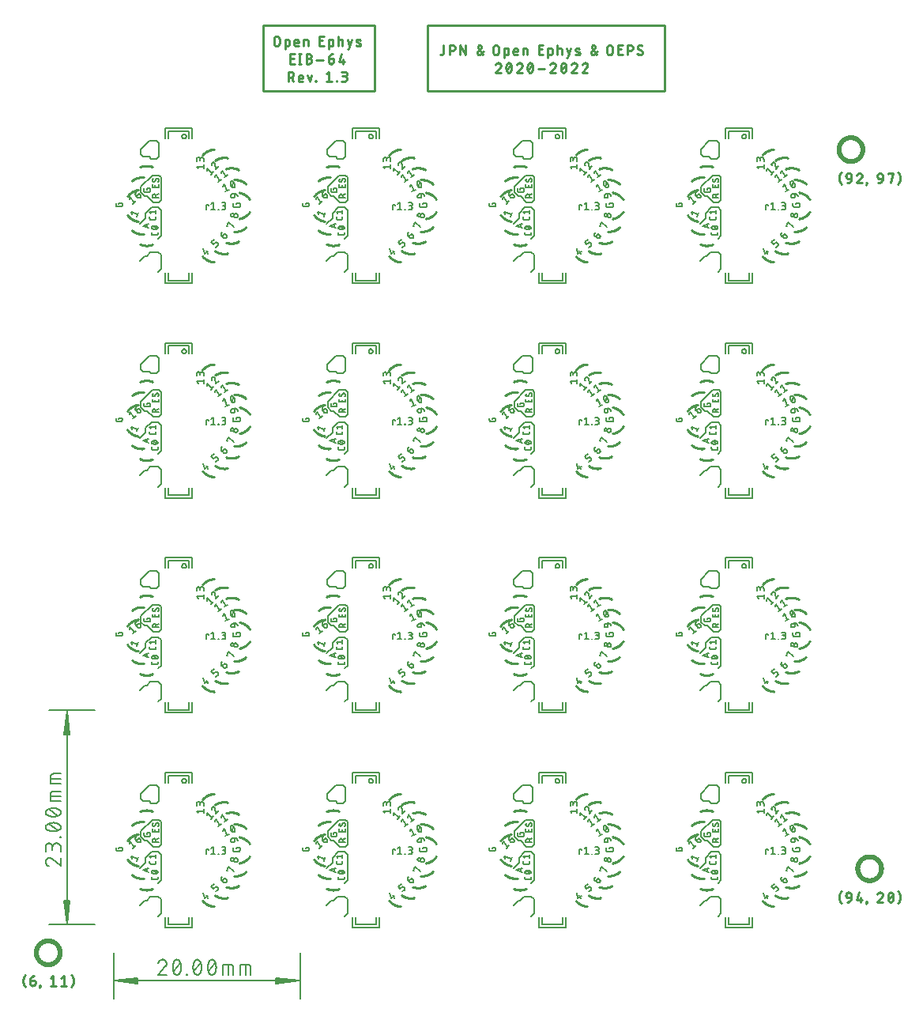
<source format=gbr>
G04 EAGLE Gerber RS-274X export*
G75*
%MOMM*%
%FSLAX34Y34*%
%LPD*%
%INSilkscreen Top*%
%IPPOS*%
%AMOC8*
5,1,8,0,0,1.08239X$1,22.5*%
G01*
%ADD10C,0.228600*%
%ADD11C,0.254000*%
%ADD12C,0.152400*%
%ADD13C,0.127000*%
%ADD14C,0.130000*%
%ADD15C,0.500000*%


D10*
X483454Y1081917D02*
X483454Y1073817D01*
X483453Y1073817D02*
X483451Y1073721D01*
X483445Y1073626D01*
X483435Y1073531D01*
X483421Y1073436D01*
X483404Y1073342D01*
X483382Y1073249D01*
X483357Y1073157D01*
X483328Y1073066D01*
X483295Y1072976D01*
X483258Y1072887D01*
X483218Y1072801D01*
X483174Y1072716D01*
X483127Y1072633D01*
X483076Y1072551D01*
X483022Y1072472D01*
X482965Y1072396D01*
X482905Y1072321D01*
X482841Y1072250D01*
X482775Y1072181D01*
X482706Y1072115D01*
X482635Y1072051D01*
X482560Y1071991D01*
X482484Y1071934D01*
X482405Y1071880D01*
X482324Y1071829D01*
X482240Y1071782D01*
X482155Y1071738D01*
X482069Y1071698D01*
X481980Y1071661D01*
X481890Y1071628D01*
X481799Y1071599D01*
X481707Y1071574D01*
X481614Y1071552D01*
X481520Y1071535D01*
X481425Y1071521D01*
X481330Y1071511D01*
X481235Y1071505D01*
X481139Y1071503D01*
X479982Y1071503D01*
X490060Y1071503D02*
X490060Y1081917D01*
X492952Y1081917D01*
X493059Y1081915D01*
X493166Y1081909D01*
X493272Y1081899D01*
X493378Y1081885D01*
X493484Y1081868D01*
X493588Y1081846D01*
X493692Y1081821D01*
X493795Y1081791D01*
X493897Y1081758D01*
X493997Y1081722D01*
X494096Y1081681D01*
X494193Y1081637D01*
X494289Y1081589D01*
X494383Y1081538D01*
X494475Y1081484D01*
X494565Y1081426D01*
X494652Y1081364D01*
X494738Y1081300D01*
X494821Y1081233D01*
X494901Y1081162D01*
X494979Y1081088D01*
X495054Y1081012D01*
X495126Y1080933D01*
X495195Y1080852D01*
X495261Y1080767D01*
X495324Y1080681D01*
X495383Y1080592D01*
X495439Y1080501D01*
X495492Y1080408D01*
X495542Y1080314D01*
X495588Y1080217D01*
X495630Y1080119D01*
X495668Y1080019D01*
X495703Y1079918D01*
X495735Y1079816D01*
X495762Y1079712D01*
X495785Y1079608D01*
X495805Y1079503D01*
X495821Y1079397D01*
X495833Y1079291D01*
X495841Y1079184D01*
X495845Y1079077D01*
X495845Y1078971D01*
X495841Y1078864D01*
X495833Y1078757D01*
X495821Y1078651D01*
X495805Y1078545D01*
X495785Y1078440D01*
X495762Y1078336D01*
X495735Y1078232D01*
X495703Y1078130D01*
X495668Y1078029D01*
X495630Y1077929D01*
X495588Y1077831D01*
X495542Y1077734D01*
X495492Y1077640D01*
X495439Y1077547D01*
X495383Y1077456D01*
X495324Y1077367D01*
X495261Y1077281D01*
X495195Y1077196D01*
X495126Y1077115D01*
X495054Y1077036D01*
X494979Y1076960D01*
X494901Y1076886D01*
X494821Y1076815D01*
X494738Y1076748D01*
X494652Y1076684D01*
X494565Y1076622D01*
X494475Y1076564D01*
X494383Y1076510D01*
X494289Y1076459D01*
X494193Y1076411D01*
X494096Y1076367D01*
X493997Y1076326D01*
X493897Y1076290D01*
X493795Y1076257D01*
X493692Y1076227D01*
X493588Y1076202D01*
X493484Y1076180D01*
X493378Y1076163D01*
X493272Y1076149D01*
X493166Y1076139D01*
X493059Y1076133D01*
X492952Y1076131D01*
X490060Y1076131D01*
X501215Y1071503D02*
X501215Y1081917D01*
X507000Y1071503D01*
X507000Y1081917D01*
X520617Y1079313D02*
X520576Y1079382D01*
X520539Y1079453D01*
X520504Y1079526D01*
X520474Y1079601D01*
X520447Y1079677D01*
X520423Y1079754D01*
X520403Y1079832D01*
X520387Y1079911D01*
X520375Y1079990D01*
X520366Y1080070D01*
X520361Y1080151D01*
X520360Y1080231D01*
X520363Y1080312D01*
X520369Y1080392D01*
X520380Y1080472D01*
X520394Y1080551D01*
X520412Y1080630D01*
X520433Y1080707D01*
X520458Y1080784D01*
X520487Y1080859D01*
X520520Y1080933D01*
X520555Y1081005D01*
X520594Y1081076D01*
X520637Y1081144D01*
X520682Y1081210D01*
X520731Y1081275D01*
X520783Y1081336D01*
X520837Y1081396D01*
X520895Y1081452D01*
X520954Y1081506D01*
X521017Y1081557D01*
X521081Y1081605D01*
X521148Y1081650D01*
X521217Y1081692D01*
X521288Y1081730D01*
X521361Y1081765D01*
X521435Y1081797D01*
X521510Y1081825D01*
X521587Y1081849D01*
X521665Y1081870D01*
X521744Y1081887D01*
X521823Y1081900D01*
X521903Y1081909D01*
X521983Y1081915D01*
X522064Y1081917D01*
X520617Y1079314D02*
X525535Y1071503D01*
X523511Y1079313D02*
X523552Y1079382D01*
X523589Y1079453D01*
X523624Y1079526D01*
X523654Y1079601D01*
X523681Y1079677D01*
X523705Y1079754D01*
X523725Y1079832D01*
X523741Y1079911D01*
X523753Y1079990D01*
X523762Y1080070D01*
X523767Y1080151D01*
X523768Y1080231D01*
X523765Y1080312D01*
X523759Y1080392D01*
X523748Y1080472D01*
X523734Y1080551D01*
X523716Y1080630D01*
X523695Y1080707D01*
X523670Y1080784D01*
X523641Y1080859D01*
X523608Y1080933D01*
X523573Y1081005D01*
X523534Y1081076D01*
X523491Y1081144D01*
X523446Y1081210D01*
X523397Y1081275D01*
X523345Y1081336D01*
X523291Y1081396D01*
X523233Y1081452D01*
X523174Y1081506D01*
X523111Y1081557D01*
X523047Y1081605D01*
X522980Y1081650D01*
X522911Y1081692D01*
X522840Y1081730D01*
X522767Y1081765D01*
X522693Y1081797D01*
X522618Y1081825D01*
X522541Y1081849D01*
X522463Y1081870D01*
X522384Y1081887D01*
X522305Y1081900D01*
X522225Y1081909D01*
X522145Y1081915D01*
X522064Y1081917D01*
X519749Y1073239D02*
X519751Y1073156D01*
X519757Y1073074D01*
X519767Y1072992D01*
X519780Y1072910D01*
X519798Y1072830D01*
X519819Y1072750D01*
X519844Y1072671D01*
X519873Y1072594D01*
X519906Y1072518D01*
X519942Y1072444D01*
X519982Y1072371D01*
X520025Y1072300D01*
X520071Y1072232D01*
X520120Y1072166D01*
X520173Y1072102D01*
X520229Y1072041D01*
X520287Y1071983D01*
X520348Y1071927D01*
X520412Y1071874D01*
X520478Y1071825D01*
X520546Y1071779D01*
X520617Y1071736D01*
X520690Y1071696D01*
X520764Y1071660D01*
X520840Y1071627D01*
X520917Y1071598D01*
X520996Y1071573D01*
X521076Y1071552D01*
X521156Y1071534D01*
X521238Y1071521D01*
X521320Y1071511D01*
X521402Y1071505D01*
X521485Y1071503D01*
X519749Y1073239D02*
X519751Y1073311D01*
X519756Y1073382D01*
X519765Y1073453D01*
X519777Y1073524D01*
X519793Y1073593D01*
X519812Y1073662D01*
X519835Y1073730D01*
X519861Y1073797D01*
X519890Y1073862D01*
X519923Y1073926D01*
X519958Y1073988D01*
X519997Y1074049D01*
X520038Y1074107D01*
X520039Y1074107D02*
X523510Y1079314D01*
X522353Y1071792D02*
X522295Y1071751D01*
X522234Y1071712D01*
X522172Y1071677D01*
X522108Y1071644D01*
X522043Y1071615D01*
X521976Y1071589D01*
X521908Y1071566D01*
X521839Y1071547D01*
X521770Y1071531D01*
X521699Y1071519D01*
X521628Y1071510D01*
X521557Y1071505D01*
X521485Y1071503D01*
X522353Y1071792D02*
X526692Y1074974D01*
X536647Y1074396D02*
X536647Y1079024D01*
X536649Y1079131D01*
X536655Y1079238D01*
X536665Y1079344D01*
X536679Y1079450D01*
X536696Y1079556D01*
X536718Y1079660D01*
X536743Y1079764D01*
X536773Y1079867D01*
X536806Y1079969D01*
X536842Y1080069D01*
X536883Y1080168D01*
X536927Y1080265D01*
X536975Y1080361D01*
X537026Y1080455D01*
X537080Y1080547D01*
X537138Y1080637D01*
X537200Y1080724D01*
X537264Y1080810D01*
X537331Y1080893D01*
X537402Y1080973D01*
X537476Y1081051D01*
X537552Y1081126D01*
X537631Y1081198D01*
X537712Y1081267D01*
X537797Y1081333D01*
X537883Y1081396D01*
X537972Y1081455D01*
X538063Y1081511D01*
X538156Y1081564D01*
X538250Y1081614D01*
X538347Y1081660D01*
X538445Y1081702D01*
X538545Y1081740D01*
X538646Y1081775D01*
X538748Y1081807D01*
X538852Y1081834D01*
X538956Y1081857D01*
X539061Y1081877D01*
X539167Y1081893D01*
X539273Y1081905D01*
X539380Y1081913D01*
X539487Y1081917D01*
X539593Y1081917D01*
X539700Y1081913D01*
X539807Y1081905D01*
X539913Y1081893D01*
X540019Y1081877D01*
X540124Y1081857D01*
X540228Y1081834D01*
X540332Y1081807D01*
X540434Y1081775D01*
X540535Y1081740D01*
X540635Y1081702D01*
X540733Y1081660D01*
X540830Y1081614D01*
X540924Y1081564D01*
X541017Y1081511D01*
X541108Y1081455D01*
X541197Y1081396D01*
X541283Y1081333D01*
X541368Y1081267D01*
X541449Y1081198D01*
X541528Y1081126D01*
X541604Y1081051D01*
X541678Y1080973D01*
X541749Y1080893D01*
X541816Y1080810D01*
X541880Y1080724D01*
X541942Y1080637D01*
X542000Y1080547D01*
X542054Y1080455D01*
X542105Y1080361D01*
X542153Y1080265D01*
X542197Y1080168D01*
X542238Y1080069D01*
X542274Y1079969D01*
X542307Y1079867D01*
X542337Y1079764D01*
X542362Y1079660D01*
X542384Y1079556D01*
X542401Y1079450D01*
X542415Y1079344D01*
X542425Y1079238D01*
X542431Y1079131D01*
X542433Y1079024D01*
X542433Y1074396D01*
X542431Y1074289D01*
X542425Y1074182D01*
X542415Y1074076D01*
X542401Y1073970D01*
X542384Y1073864D01*
X542362Y1073760D01*
X542337Y1073656D01*
X542307Y1073553D01*
X542274Y1073451D01*
X542238Y1073351D01*
X542197Y1073252D01*
X542153Y1073155D01*
X542105Y1073059D01*
X542054Y1072965D01*
X542000Y1072873D01*
X541942Y1072783D01*
X541880Y1072696D01*
X541816Y1072610D01*
X541749Y1072527D01*
X541678Y1072447D01*
X541604Y1072369D01*
X541528Y1072294D01*
X541449Y1072222D01*
X541368Y1072153D01*
X541283Y1072087D01*
X541197Y1072024D01*
X541108Y1071965D01*
X541017Y1071909D01*
X540924Y1071856D01*
X540830Y1071806D01*
X540733Y1071760D01*
X540635Y1071718D01*
X540535Y1071680D01*
X540434Y1071645D01*
X540332Y1071613D01*
X540228Y1071586D01*
X540124Y1071563D01*
X540019Y1071543D01*
X539913Y1071527D01*
X539807Y1071515D01*
X539700Y1071507D01*
X539593Y1071503D01*
X539487Y1071503D01*
X539380Y1071507D01*
X539273Y1071515D01*
X539167Y1071527D01*
X539061Y1071543D01*
X538956Y1071563D01*
X538852Y1071586D01*
X538748Y1071613D01*
X538646Y1071645D01*
X538545Y1071680D01*
X538445Y1071718D01*
X538347Y1071760D01*
X538250Y1071806D01*
X538156Y1071856D01*
X538063Y1071909D01*
X537972Y1071965D01*
X537883Y1072024D01*
X537797Y1072087D01*
X537712Y1072153D01*
X537631Y1072222D01*
X537552Y1072294D01*
X537476Y1072369D01*
X537402Y1072447D01*
X537331Y1072527D01*
X537264Y1072610D01*
X537200Y1072696D01*
X537138Y1072783D01*
X537080Y1072873D01*
X537026Y1072965D01*
X536975Y1073059D01*
X536927Y1073155D01*
X536883Y1073252D01*
X536842Y1073351D01*
X536806Y1073451D01*
X536773Y1073553D01*
X536743Y1073656D01*
X536718Y1073760D01*
X536696Y1073864D01*
X536679Y1073970D01*
X536665Y1074076D01*
X536655Y1074182D01*
X536649Y1074289D01*
X536647Y1074396D01*
X548371Y1078446D02*
X548371Y1068032D01*
X548371Y1078446D02*
X551263Y1078446D01*
X551346Y1078444D01*
X551428Y1078438D01*
X551510Y1078428D01*
X551592Y1078415D01*
X551672Y1078397D01*
X551752Y1078376D01*
X551831Y1078351D01*
X551908Y1078322D01*
X551984Y1078289D01*
X552058Y1078253D01*
X552131Y1078213D01*
X552202Y1078170D01*
X552270Y1078124D01*
X552336Y1078075D01*
X552400Y1078022D01*
X552461Y1077966D01*
X552519Y1077908D01*
X552575Y1077847D01*
X552628Y1077783D01*
X552677Y1077717D01*
X552723Y1077649D01*
X552766Y1077578D01*
X552806Y1077506D01*
X552842Y1077431D01*
X552875Y1077355D01*
X552904Y1077278D01*
X552929Y1077199D01*
X552950Y1077119D01*
X552968Y1077039D01*
X552981Y1076957D01*
X552991Y1076875D01*
X552997Y1076793D01*
X552999Y1076710D01*
X552999Y1073239D01*
X552997Y1073156D01*
X552991Y1073074D01*
X552981Y1072992D01*
X552968Y1072910D01*
X552950Y1072830D01*
X552929Y1072750D01*
X552904Y1072671D01*
X552875Y1072594D01*
X552842Y1072518D01*
X552806Y1072444D01*
X552766Y1072371D01*
X552723Y1072300D01*
X552677Y1072232D01*
X552628Y1072166D01*
X552575Y1072102D01*
X552519Y1072041D01*
X552461Y1071983D01*
X552400Y1071927D01*
X552336Y1071874D01*
X552270Y1071825D01*
X552202Y1071779D01*
X552131Y1071736D01*
X552058Y1071696D01*
X551984Y1071660D01*
X551908Y1071627D01*
X551831Y1071598D01*
X551752Y1071573D01*
X551672Y1071552D01*
X551592Y1071534D01*
X551510Y1071521D01*
X551428Y1071511D01*
X551346Y1071505D01*
X551263Y1071503D01*
X548371Y1071503D01*
X559917Y1071503D02*
X562809Y1071503D01*
X559917Y1071503D02*
X559834Y1071505D01*
X559752Y1071511D01*
X559670Y1071521D01*
X559588Y1071534D01*
X559508Y1071552D01*
X559428Y1071573D01*
X559349Y1071598D01*
X559272Y1071627D01*
X559196Y1071660D01*
X559122Y1071696D01*
X559049Y1071736D01*
X558978Y1071779D01*
X558910Y1071825D01*
X558844Y1071874D01*
X558780Y1071927D01*
X558719Y1071983D01*
X558661Y1072041D01*
X558605Y1072102D01*
X558552Y1072166D01*
X558503Y1072232D01*
X558457Y1072300D01*
X558414Y1072371D01*
X558374Y1072444D01*
X558338Y1072518D01*
X558305Y1072594D01*
X558276Y1072671D01*
X558251Y1072750D01*
X558230Y1072830D01*
X558212Y1072910D01*
X558199Y1072992D01*
X558189Y1073074D01*
X558183Y1073156D01*
X558181Y1073239D01*
X558181Y1076131D01*
X558183Y1076225D01*
X558189Y1076320D01*
X558198Y1076414D01*
X558212Y1076507D01*
X558229Y1076600D01*
X558250Y1076692D01*
X558275Y1076783D01*
X558303Y1076873D01*
X558335Y1076962D01*
X558371Y1077049D01*
X558410Y1077135D01*
X558453Y1077219D01*
X558499Y1077302D01*
X558548Y1077382D01*
X558601Y1077460D01*
X558657Y1077537D01*
X558716Y1077610D01*
X558777Y1077682D01*
X558842Y1077750D01*
X558910Y1077817D01*
X558980Y1077880D01*
X559052Y1077940D01*
X559127Y1077998D01*
X559205Y1078052D01*
X559284Y1078103D01*
X559365Y1078151D01*
X559449Y1078195D01*
X559534Y1078236D01*
X559620Y1078273D01*
X559708Y1078307D01*
X559798Y1078338D01*
X559888Y1078364D01*
X559980Y1078387D01*
X560073Y1078406D01*
X560166Y1078421D01*
X560259Y1078433D01*
X560353Y1078441D01*
X560448Y1078445D01*
X560542Y1078445D01*
X560637Y1078441D01*
X560731Y1078433D01*
X560824Y1078421D01*
X560917Y1078406D01*
X561010Y1078387D01*
X561102Y1078364D01*
X561192Y1078338D01*
X561282Y1078307D01*
X561370Y1078273D01*
X561456Y1078236D01*
X561541Y1078195D01*
X561625Y1078151D01*
X561706Y1078103D01*
X561785Y1078052D01*
X561863Y1077998D01*
X561938Y1077940D01*
X562010Y1077880D01*
X562080Y1077817D01*
X562148Y1077750D01*
X562213Y1077682D01*
X562274Y1077610D01*
X562333Y1077537D01*
X562389Y1077460D01*
X562442Y1077382D01*
X562491Y1077302D01*
X562537Y1077219D01*
X562580Y1077135D01*
X562619Y1077049D01*
X562655Y1076962D01*
X562687Y1076873D01*
X562715Y1076783D01*
X562740Y1076692D01*
X562761Y1076600D01*
X562778Y1076507D01*
X562792Y1076414D01*
X562801Y1076320D01*
X562807Y1076225D01*
X562809Y1076131D01*
X562809Y1074974D01*
X558181Y1074974D01*
X568468Y1071503D02*
X568468Y1078446D01*
X571361Y1078446D01*
X571444Y1078444D01*
X571526Y1078438D01*
X571608Y1078428D01*
X571690Y1078415D01*
X571770Y1078397D01*
X571850Y1078376D01*
X571929Y1078351D01*
X572006Y1078322D01*
X572082Y1078289D01*
X572156Y1078253D01*
X572229Y1078213D01*
X572300Y1078170D01*
X572368Y1078124D01*
X572434Y1078075D01*
X572498Y1078022D01*
X572559Y1077966D01*
X572617Y1077908D01*
X572673Y1077847D01*
X572726Y1077783D01*
X572775Y1077717D01*
X572821Y1077649D01*
X572864Y1077578D01*
X572904Y1077506D01*
X572940Y1077431D01*
X572973Y1077355D01*
X573002Y1077278D01*
X573027Y1077199D01*
X573048Y1077119D01*
X573066Y1077039D01*
X573079Y1076957D01*
X573089Y1076875D01*
X573095Y1076793D01*
X573097Y1076710D01*
X573096Y1076710D02*
X573096Y1071503D01*
X585452Y1071503D02*
X590081Y1071503D01*
X585452Y1071503D02*
X585452Y1081917D01*
X590081Y1081917D01*
X588923Y1077289D02*
X585452Y1077289D01*
X595234Y1078446D02*
X595234Y1068032D01*
X595234Y1078446D02*
X598126Y1078446D01*
X598209Y1078444D01*
X598291Y1078438D01*
X598373Y1078428D01*
X598455Y1078415D01*
X598535Y1078397D01*
X598615Y1078376D01*
X598694Y1078351D01*
X598771Y1078322D01*
X598847Y1078289D01*
X598921Y1078253D01*
X598994Y1078213D01*
X599065Y1078170D01*
X599133Y1078124D01*
X599199Y1078075D01*
X599263Y1078022D01*
X599324Y1077966D01*
X599382Y1077908D01*
X599438Y1077847D01*
X599491Y1077783D01*
X599540Y1077717D01*
X599586Y1077649D01*
X599629Y1077578D01*
X599669Y1077506D01*
X599705Y1077431D01*
X599738Y1077355D01*
X599767Y1077278D01*
X599792Y1077199D01*
X599813Y1077119D01*
X599831Y1077039D01*
X599844Y1076957D01*
X599854Y1076875D01*
X599860Y1076793D01*
X599862Y1076710D01*
X599862Y1073239D01*
X599860Y1073156D01*
X599854Y1073074D01*
X599844Y1072992D01*
X599831Y1072910D01*
X599813Y1072830D01*
X599792Y1072750D01*
X599767Y1072671D01*
X599738Y1072594D01*
X599705Y1072518D01*
X599669Y1072444D01*
X599629Y1072371D01*
X599586Y1072300D01*
X599540Y1072232D01*
X599491Y1072166D01*
X599438Y1072102D01*
X599382Y1072041D01*
X599324Y1071983D01*
X599263Y1071927D01*
X599199Y1071874D01*
X599133Y1071825D01*
X599065Y1071779D01*
X598994Y1071736D01*
X598921Y1071696D01*
X598847Y1071660D01*
X598771Y1071627D01*
X598694Y1071598D01*
X598615Y1071573D01*
X598535Y1071552D01*
X598455Y1071534D01*
X598373Y1071521D01*
X598291Y1071511D01*
X598209Y1071505D01*
X598126Y1071503D01*
X595234Y1071503D01*
X605425Y1071503D02*
X605425Y1081917D01*
X605425Y1078446D02*
X608318Y1078446D01*
X608401Y1078444D01*
X608483Y1078438D01*
X608565Y1078428D01*
X608647Y1078415D01*
X608727Y1078397D01*
X608807Y1078376D01*
X608886Y1078351D01*
X608963Y1078322D01*
X609039Y1078289D01*
X609113Y1078253D01*
X609186Y1078213D01*
X609257Y1078170D01*
X609325Y1078124D01*
X609391Y1078075D01*
X609455Y1078022D01*
X609516Y1077966D01*
X609574Y1077908D01*
X609630Y1077847D01*
X609683Y1077783D01*
X609732Y1077717D01*
X609778Y1077649D01*
X609821Y1077578D01*
X609861Y1077506D01*
X609897Y1077431D01*
X609930Y1077355D01*
X609959Y1077278D01*
X609984Y1077199D01*
X610005Y1077119D01*
X610023Y1077039D01*
X610036Y1076957D01*
X610046Y1076875D01*
X610052Y1076793D01*
X610054Y1076710D01*
X610053Y1076710D02*
X610053Y1071503D01*
X615331Y1068032D02*
X616488Y1068032D01*
X619959Y1078446D01*
X615331Y1078446D02*
X617645Y1071503D01*
X625724Y1075553D02*
X628616Y1074396D01*
X625724Y1075553D02*
X625653Y1075584D01*
X625584Y1075618D01*
X625517Y1075655D01*
X625451Y1075696D01*
X625388Y1075741D01*
X625327Y1075788D01*
X625269Y1075839D01*
X625214Y1075892D01*
X625161Y1075948D01*
X625111Y1076007D01*
X625064Y1076068D01*
X625021Y1076132D01*
X624981Y1076198D01*
X624944Y1076266D01*
X624911Y1076335D01*
X624881Y1076406D01*
X624856Y1076479D01*
X624833Y1076553D01*
X624815Y1076628D01*
X624801Y1076704D01*
X624790Y1076780D01*
X624784Y1076857D01*
X624781Y1076934D01*
X624782Y1077011D01*
X624788Y1077088D01*
X624797Y1077164D01*
X624810Y1077240D01*
X624827Y1077315D01*
X624848Y1077390D01*
X624873Y1077463D01*
X624901Y1077534D01*
X624933Y1077604D01*
X624969Y1077673D01*
X625008Y1077739D01*
X625050Y1077804D01*
X625096Y1077866D01*
X625145Y1077925D01*
X625197Y1077982D01*
X625251Y1078037D01*
X625309Y1078088D01*
X625369Y1078137D01*
X625431Y1078182D01*
X625496Y1078224D01*
X625562Y1078263D01*
X625631Y1078298D01*
X625701Y1078329D01*
X625773Y1078357D01*
X625846Y1078382D01*
X625921Y1078402D01*
X625996Y1078419D01*
X626072Y1078431D01*
X626148Y1078440D01*
X626225Y1078445D01*
X626302Y1078446D01*
X626302Y1078445D02*
X626460Y1078441D01*
X626618Y1078433D01*
X626775Y1078421D01*
X626932Y1078406D01*
X627089Y1078387D01*
X627245Y1078364D01*
X627401Y1078337D01*
X627556Y1078306D01*
X627710Y1078272D01*
X627864Y1078234D01*
X628016Y1078192D01*
X628167Y1078147D01*
X628318Y1078098D01*
X628467Y1078046D01*
X628614Y1077990D01*
X628760Y1077930D01*
X628905Y1077867D01*
X628616Y1074396D02*
X628687Y1074365D01*
X628756Y1074331D01*
X628823Y1074294D01*
X628889Y1074253D01*
X628952Y1074208D01*
X629013Y1074161D01*
X629071Y1074110D01*
X629126Y1074057D01*
X629179Y1074001D01*
X629229Y1073942D01*
X629276Y1073881D01*
X629319Y1073817D01*
X629359Y1073751D01*
X629396Y1073683D01*
X629429Y1073614D01*
X629459Y1073543D01*
X629484Y1073470D01*
X629507Y1073396D01*
X629525Y1073321D01*
X629539Y1073245D01*
X629550Y1073169D01*
X629556Y1073092D01*
X629559Y1073015D01*
X629558Y1072938D01*
X629552Y1072861D01*
X629543Y1072785D01*
X629530Y1072709D01*
X629513Y1072634D01*
X629492Y1072559D01*
X629467Y1072486D01*
X629439Y1072415D01*
X629407Y1072345D01*
X629371Y1072276D01*
X629332Y1072210D01*
X629290Y1072145D01*
X629244Y1072083D01*
X629195Y1072024D01*
X629143Y1071967D01*
X629089Y1071912D01*
X629031Y1071861D01*
X628971Y1071812D01*
X628909Y1071767D01*
X628844Y1071725D01*
X628778Y1071686D01*
X628709Y1071651D01*
X628639Y1071620D01*
X628567Y1071592D01*
X628494Y1071567D01*
X628419Y1071547D01*
X628344Y1071530D01*
X628268Y1071518D01*
X628192Y1071509D01*
X628115Y1071504D01*
X628038Y1071503D01*
X627806Y1071509D01*
X627574Y1071521D01*
X627343Y1071538D01*
X627112Y1071560D01*
X626881Y1071588D01*
X626651Y1071621D01*
X626423Y1071660D01*
X626195Y1071704D01*
X625968Y1071754D01*
X625743Y1071809D01*
X625519Y1071869D01*
X625296Y1071935D01*
X625075Y1072006D01*
X624856Y1072082D01*
X642536Y1079313D02*
X642495Y1079382D01*
X642458Y1079453D01*
X642423Y1079526D01*
X642393Y1079601D01*
X642366Y1079677D01*
X642342Y1079754D01*
X642322Y1079832D01*
X642306Y1079911D01*
X642294Y1079990D01*
X642285Y1080070D01*
X642280Y1080151D01*
X642279Y1080231D01*
X642282Y1080312D01*
X642288Y1080392D01*
X642299Y1080472D01*
X642313Y1080551D01*
X642331Y1080630D01*
X642352Y1080707D01*
X642377Y1080784D01*
X642406Y1080859D01*
X642439Y1080933D01*
X642474Y1081005D01*
X642513Y1081076D01*
X642556Y1081144D01*
X642601Y1081210D01*
X642650Y1081275D01*
X642702Y1081336D01*
X642756Y1081396D01*
X642814Y1081452D01*
X642873Y1081506D01*
X642936Y1081557D01*
X643000Y1081605D01*
X643067Y1081650D01*
X643136Y1081692D01*
X643207Y1081730D01*
X643280Y1081765D01*
X643354Y1081797D01*
X643429Y1081825D01*
X643506Y1081849D01*
X643584Y1081870D01*
X643663Y1081887D01*
X643742Y1081900D01*
X643822Y1081909D01*
X643902Y1081915D01*
X643983Y1081917D01*
X642537Y1079314D02*
X647455Y1071503D01*
X645430Y1079313D02*
X645471Y1079382D01*
X645508Y1079453D01*
X645543Y1079526D01*
X645573Y1079601D01*
X645600Y1079677D01*
X645624Y1079754D01*
X645644Y1079832D01*
X645660Y1079911D01*
X645672Y1079990D01*
X645681Y1080070D01*
X645686Y1080151D01*
X645687Y1080231D01*
X645684Y1080312D01*
X645678Y1080392D01*
X645667Y1080472D01*
X645653Y1080551D01*
X645635Y1080630D01*
X645614Y1080707D01*
X645589Y1080784D01*
X645560Y1080859D01*
X645527Y1080933D01*
X645492Y1081005D01*
X645453Y1081076D01*
X645410Y1081144D01*
X645365Y1081210D01*
X645316Y1081275D01*
X645264Y1081336D01*
X645210Y1081396D01*
X645152Y1081452D01*
X645093Y1081506D01*
X645030Y1081557D01*
X644966Y1081605D01*
X644899Y1081650D01*
X644830Y1081692D01*
X644759Y1081730D01*
X644686Y1081765D01*
X644612Y1081797D01*
X644537Y1081825D01*
X644460Y1081849D01*
X644382Y1081870D01*
X644303Y1081887D01*
X644224Y1081900D01*
X644144Y1081909D01*
X644064Y1081915D01*
X643983Y1081917D01*
X641669Y1073239D02*
X641671Y1073156D01*
X641677Y1073074D01*
X641687Y1072992D01*
X641700Y1072910D01*
X641718Y1072830D01*
X641739Y1072750D01*
X641764Y1072671D01*
X641793Y1072594D01*
X641826Y1072518D01*
X641862Y1072444D01*
X641902Y1072371D01*
X641945Y1072300D01*
X641991Y1072232D01*
X642040Y1072166D01*
X642093Y1072102D01*
X642149Y1072041D01*
X642207Y1071983D01*
X642268Y1071927D01*
X642332Y1071874D01*
X642398Y1071825D01*
X642466Y1071779D01*
X642537Y1071736D01*
X642610Y1071696D01*
X642684Y1071660D01*
X642760Y1071627D01*
X642837Y1071598D01*
X642916Y1071573D01*
X642996Y1071552D01*
X643076Y1071534D01*
X643158Y1071521D01*
X643240Y1071511D01*
X643322Y1071505D01*
X643405Y1071503D01*
X641669Y1073239D02*
X641671Y1073311D01*
X641676Y1073382D01*
X641685Y1073453D01*
X641697Y1073524D01*
X641713Y1073593D01*
X641732Y1073662D01*
X641755Y1073730D01*
X641781Y1073797D01*
X641810Y1073862D01*
X641843Y1073926D01*
X641878Y1073988D01*
X641917Y1074049D01*
X641958Y1074107D01*
X641959Y1074107D02*
X645430Y1079314D01*
X644273Y1071792D02*
X644215Y1071751D01*
X644154Y1071712D01*
X644092Y1071677D01*
X644028Y1071644D01*
X643963Y1071615D01*
X643896Y1071589D01*
X643828Y1071566D01*
X643759Y1071547D01*
X643690Y1071531D01*
X643619Y1071519D01*
X643548Y1071510D01*
X643477Y1071505D01*
X643405Y1071503D01*
X644273Y1071792D02*
X648612Y1074974D01*
X658567Y1074396D02*
X658567Y1079024D01*
X658569Y1079131D01*
X658575Y1079238D01*
X658585Y1079344D01*
X658599Y1079450D01*
X658616Y1079556D01*
X658638Y1079660D01*
X658663Y1079764D01*
X658693Y1079867D01*
X658726Y1079969D01*
X658762Y1080069D01*
X658803Y1080168D01*
X658847Y1080265D01*
X658895Y1080361D01*
X658946Y1080455D01*
X659000Y1080547D01*
X659058Y1080637D01*
X659120Y1080724D01*
X659184Y1080810D01*
X659251Y1080893D01*
X659322Y1080973D01*
X659396Y1081051D01*
X659472Y1081126D01*
X659551Y1081198D01*
X659632Y1081267D01*
X659717Y1081333D01*
X659803Y1081396D01*
X659892Y1081455D01*
X659983Y1081511D01*
X660076Y1081564D01*
X660170Y1081614D01*
X660267Y1081660D01*
X660365Y1081702D01*
X660465Y1081740D01*
X660566Y1081775D01*
X660668Y1081807D01*
X660772Y1081834D01*
X660876Y1081857D01*
X660981Y1081877D01*
X661087Y1081893D01*
X661193Y1081905D01*
X661300Y1081913D01*
X661407Y1081917D01*
X661513Y1081917D01*
X661620Y1081913D01*
X661727Y1081905D01*
X661833Y1081893D01*
X661939Y1081877D01*
X662044Y1081857D01*
X662148Y1081834D01*
X662252Y1081807D01*
X662354Y1081775D01*
X662455Y1081740D01*
X662555Y1081702D01*
X662653Y1081660D01*
X662750Y1081614D01*
X662844Y1081564D01*
X662937Y1081511D01*
X663028Y1081455D01*
X663117Y1081396D01*
X663203Y1081333D01*
X663288Y1081267D01*
X663369Y1081198D01*
X663448Y1081126D01*
X663524Y1081051D01*
X663598Y1080973D01*
X663669Y1080893D01*
X663736Y1080810D01*
X663800Y1080724D01*
X663862Y1080637D01*
X663920Y1080547D01*
X663974Y1080455D01*
X664025Y1080361D01*
X664073Y1080265D01*
X664117Y1080168D01*
X664158Y1080069D01*
X664194Y1079969D01*
X664227Y1079867D01*
X664257Y1079764D01*
X664282Y1079660D01*
X664304Y1079556D01*
X664321Y1079450D01*
X664335Y1079344D01*
X664345Y1079238D01*
X664351Y1079131D01*
X664353Y1079024D01*
X664353Y1074396D01*
X664351Y1074289D01*
X664345Y1074182D01*
X664335Y1074076D01*
X664321Y1073970D01*
X664304Y1073864D01*
X664282Y1073760D01*
X664257Y1073656D01*
X664227Y1073553D01*
X664194Y1073451D01*
X664158Y1073351D01*
X664117Y1073252D01*
X664073Y1073155D01*
X664025Y1073059D01*
X663974Y1072965D01*
X663920Y1072873D01*
X663862Y1072783D01*
X663800Y1072696D01*
X663736Y1072610D01*
X663669Y1072527D01*
X663598Y1072447D01*
X663524Y1072369D01*
X663448Y1072294D01*
X663369Y1072222D01*
X663288Y1072153D01*
X663203Y1072087D01*
X663117Y1072024D01*
X663028Y1071965D01*
X662937Y1071909D01*
X662844Y1071856D01*
X662750Y1071806D01*
X662653Y1071760D01*
X662555Y1071718D01*
X662455Y1071680D01*
X662354Y1071645D01*
X662252Y1071613D01*
X662148Y1071586D01*
X662044Y1071563D01*
X661939Y1071543D01*
X661833Y1071527D01*
X661727Y1071515D01*
X661620Y1071507D01*
X661513Y1071503D01*
X661407Y1071503D01*
X661300Y1071507D01*
X661193Y1071515D01*
X661087Y1071527D01*
X660981Y1071543D01*
X660876Y1071563D01*
X660772Y1071586D01*
X660668Y1071613D01*
X660566Y1071645D01*
X660465Y1071680D01*
X660365Y1071718D01*
X660267Y1071760D01*
X660170Y1071806D01*
X660076Y1071856D01*
X659983Y1071909D01*
X659892Y1071965D01*
X659803Y1072024D01*
X659717Y1072087D01*
X659632Y1072153D01*
X659551Y1072222D01*
X659472Y1072294D01*
X659396Y1072369D01*
X659322Y1072447D01*
X659251Y1072527D01*
X659184Y1072610D01*
X659120Y1072696D01*
X659058Y1072783D01*
X659000Y1072873D01*
X658946Y1072965D01*
X658895Y1073059D01*
X658847Y1073155D01*
X658803Y1073252D01*
X658762Y1073351D01*
X658726Y1073451D01*
X658693Y1073553D01*
X658663Y1073656D01*
X658638Y1073760D01*
X658616Y1073864D01*
X658599Y1073970D01*
X658585Y1074076D01*
X658575Y1074182D01*
X658569Y1074289D01*
X658567Y1074396D01*
X670415Y1071503D02*
X675043Y1071503D01*
X670415Y1071503D02*
X670415Y1081917D01*
X675043Y1081917D01*
X673886Y1077289D02*
X670415Y1077289D01*
X680559Y1081917D02*
X680559Y1071503D01*
X680559Y1081917D02*
X683452Y1081917D01*
X683559Y1081915D01*
X683666Y1081909D01*
X683772Y1081899D01*
X683878Y1081885D01*
X683984Y1081868D01*
X684088Y1081846D01*
X684192Y1081821D01*
X684295Y1081791D01*
X684397Y1081758D01*
X684497Y1081722D01*
X684596Y1081681D01*
X684693Y1081637D01*
X684789Y1081589D01*
X684883Y1081538D01*
X684975Y1081484D01*
X685065Y1081426D01*
X685152Y1081364D01*
X685238Y1081300D01*
X685321Y1081233D01*
X685401Y1081162D01*
X685479Y1081088D01*
X685554Y1081012D01*
X685626Y1080933D01*
X685695Y1080852D01*
X685761Y1080767D01*
X685824Y1080681D01*
X685883Y1080592D01*
X685939Y1080501D01*
X685992Y1080408D01*
X686042Y1080314D01*
X686088Y1080217D01*
X686130Y1080119D01*
X686168Y1080019D01*
X686203Y1079918D01*
X686235Y1079816D01*
X686262Y1079712D01*
X686285Y1079608D01*
X686305Y1079503D01*
X686321Y1079397D01*
X686333Y1079291D01*
X686341Y1079184D01*
X686345Y1079077D01*
X686345Y1078971D01*
X686341Y1078864D01*
X686333Y1078757D01*
X686321Y1078651D01*
X686305Y1078545D01*
X686285Y1078440D01*
X686262Y1078336D01*
X686235Y1078232D01*
X686203Y1078130D01*
X686168Y1078029D01*
X686130Y1077929D01*
X686088Y1077831D01*
X686042Y1077734D01*
X685992Y1077640D01*
X685939Y1077547D01*
X685883Y1077456D01*
X685824Y1077367D01*
X685761Y1077281D01*
X685695Y1077196D01*
X685626Y1077115D01*
X685554Y1077036D01*
X685479Y1076960D01*
X685401Y1076886D01*
X685321Y1076815D01*
X685238Y1076748D01*
X685152Y1076684D01*
X685065Y1076622D01*
X684975Y1076564D01*
X684883Y1076510D01*
X684789Y1076459D01*
X684693Y1076411D01*
X684596Y1076367D01*
X684497Y1076326D01*
X684397Y1076290D01*
X684295Y1076257D01*
X684192Y1076227D01*
X684088Y1076202D01*
X683984Y1076180D01*
X683878Y1076163D01*
X683772Y1076149D01*
X683666Y1076139D01*
X683559Y1076133D01*
X683452Y1076131D01*
X680559Y1076131D01*
X694423Y1071503D02*
X694519Y1071505D01*
X694614Y1071511D01*
X694709Y1071521D01*
X694804Y1071535D01*
X694898Y1071552D01*
X694991Y1071574D01*
X695083Y1071599D01*
X695174Y1071628D01*
X695264Y1071661D01*
X695353Y1071698D01*
X695439Y1071738D01*
X695524Y1071782D01*
X695608Y1071829D01*
X695689Y1071880D01*
X695768Y1071934D01*
X695844Y1071991D01*
X695919Y1072051D01*
X695990Y1072115D01*
X696059Y1072181D01*
X696125Y1072250D01*
X696189Y1072321D01*
X696249Y1072396D01*
X696306Y1072472D01*
X696360Y1072551D01*
X696411Y1072633D01*
X696458Y1072716D01*
X696502Y1072801D01*
X696542Y1072887D01*
X696579Y1072976D01*
X696612Y1073066D01*
X696641Y1073157D01*
X696666Y1073249D01*
X696688Y1073342D01*
X696705Y1073436D01*
X696719Y1073531D01*
X696729Y1073626D01*
X696735Y1073721D01*
X696737Y1073817D01*
X694423Y1071503D02*
X694285Y1071505D01*
X694147Y1071511D01*
X694010Y1071520D01*
X693873Y1071534D01*
X693736Y1071552D01*
X693600Y1071573D01*
X693464Y1071598D01*
X693329Y1071627D01*
X693196Y1071660D01*
X693063Y1071696D01*
X692931Y1071736D01*
X692800Y1071780D01*
X692671Y1071828D01*
X692543Y1071879D01*
X692416Y1071934D01*
X692291Y1071992D01*
X692168Y1072054D01*
X692047Y1072119D01*
X691927Y1072188D01*
X691810Y1072260D01*
X691694Y1072336D01*
X691581Y1072414D01*
X691470Y1072496D01*
X691361Y1072581D01*
X691255Y1072668D01*
X691151Y1072759D01*
X691050Y1072853D01*
X690951Y1072949D01*
X691242Y1079603D02*
X691244Y1079696D01*
X691250Y1079789D01*
X691259Y1079882D01*
X691272Y1079974D01*
X691289Y1080066D01*
X691309Y1080157D01*
X691333Y1080247D01*
X691361Y1080336D01*
X691392Y1080424D01*
X691427Y1080510D01*
X691465Y1080595D01*
X691507Y1080678D01*
X691552Y1080760D01*
X691600Y1080840D01*
X691652Y1080918D01*
X691706Y1080993D01*
X691764Y1081066D01*
X691824Y1081137D01*
X691887Y1081206D01*
X691953Y1081272D01*
X692022Y1081335D01*
X692093Y1081395D01*
X692166Y1081453D01*
X692241Y1081507D01*
X692319Y1081559D01*
X692399Y1081607D01*
X692481Y1081652D01*
X692564Y1081694D01*
X692649Y1081732D01*
X692735Y1081767D01*
X692823Y1081798D01*
X692912Y1081826D01*
X693002Y1081850D01*
X693093Y1081870D01*
X693185Y1081887D01*
X693277Y1081900D01*
X693370Y1081909D01*
X693463Y1081915D01*
X693556Y1081917D01*
X693683Y1081915D01*
X693810Y1081910D01*
X693936Y1081900D01*
X694063Y1081887D01*
X694188Y1081871D01*
X694314Y1081850D01*
X694438Y1081826D01*
X694562Y1081799D01*
X694685Y1081768D01*
X694807Y1081733D01*
X694928Y1081694D01*
X695048Y1081652D01*
X695166Y1081607D01*
X695284Y1081558D01*
X695399Y1081506D01*
X695513Y1081450D01*
X695626Y1081392D01*
X695736Y1081329D01*
X695845Y1081264D01*
X695952Y1081195D01*
X696057Y1081124D01*
X696159Y1081049D01*
X692399Y1077578D02*
X692319Y1077628D01*
X692241Y1077680D01*
X692166Y1077735D01*
X692092Y1077794D01*
X692021Y1077855D01*
X691953Y1077919D01*
X691887Y1077986D01*
X691823Y1078056D01*
X691763Y1078127D01*
X691706Y1078202D01*
X691651Y1078278D01*
X691600Y1078357D01*
X691552Y1078437D01*
X691507Y1078519D01*
X691465Y1078604D01*
X691427Y1078689D01*
X691392Y1078776D01*
X691361Y1078865D01*
X691333Y1078955D01*
X691309Y1079045D01*
X691289Y1079137D01*
X691272Y1079229D01*
X691259Y1079322D01*
X691249Y1079416D01*
X691244Y1079509D01*
X691242Y1079603D01*
X695580Y1075842D02*
X695660Y1075792D01*
X695738Y1075740D01*
X695814Y1075684D01*
X695887Y1075626D01*
X695958Y1075565D01*
X696026Y1075501D01*
X696092Y1075434D01*
X696156Y1075364D01*
X696216Y1075293D01*
X696273Y1075218D01*
X696328Y1075142D01*
X696379Y1075063D01*
X696427Y1074983D01*
X696472Y1074901D01*
X696514Y1074816D01*
X696552Y1074731D01*
X696587Y1074644D01*
X696618Y1074555D01*
X696646Y1074465D01*
X696670Y1074375D01*
X696690Y1074283D01*
X696707Y1074191D01*
X696720Y1074098D01*
X696730Y1074004D01*
X696735Y1073911D01*
X696737Y1073817D01*
X695581Y1075842D02*
X692399Y1077578D01*
X544771Y1060264D02*
X544769Y1060364D01*
X544763Y1060463D01*
X544754Y1060563D01*
X544740Y1060661D01*
X544723Y1060760D01*
X544703Y1060857D01*
X544678Y1060954D01*
X544650Y1061050D01*
X544618Y1061144D01*
X544582Y1061237D01*
X544543Y1061329D01*
X544501Y1061419D01*
X544455Y1061508D01*
X544405Y1061595D01*
X544353Y1061679D01*
X544297Y1061762D01*
X544238Y1061843D01*
X544176Y1061921D01*
X544111Y1061997D01*
X544043Y1062070D01*
X543973Y1062140D01*
X543900Y1062208D01*
X543824Y1062273D01*
X543746Y1062335D01*
X543665Y1062394D01*
X543582Y1062450D01*
X543498Y1062502D01*
X543411Y1062552D01*
X543322Y1062598D01*
X543232Y1062640D01*
X543140Y1062679D01*
X543047Y1062715D01*
X542953Y1062747D01*
X542857Y1062775D01*
X542760Y1062800D01*
X542663Y1062820D01*
X542564Y1062837D01*
X542466Y1062851D01*
X542366Y1062860D01*
X542267Y1062866D01*
X542167Y1062868D01*
X542167Y1062867D02*
X542053Y1062865D01*
X541940Y1062859D01*
X541827Y1062850D01*
X541714Y1062836D01*
X541601Y1062819D01*
X541490Y1062798D01*
X541379Y1062773D01*
X541269Y1062744D01*
X541160Y1062712D01*
X541052Y1062676D01*
X540945Y1062636D01*
X540840Y1062593D01*
X540737Y1062546D01*
X540635Y1062495D01*
X540535Y1062442D01*
X540436Y1062384D01*
X540340Y1062324D01*
X540246Y1062260D01*
X540154Y1062193D01*
X540064Y1062123D01*
X539977Y1062050D01*
X539892Y1061975D01*
X539810Y1061896D01*
X539731Y1061814D01*
X539655Y1061730D01*
X539581Y1061644D01*
X539510Y1061555D01*
X539443Y1061463D01*
X539378Y1061369D01*
X539317Y1061274D01*
X539259Y1061176D01*
X539205Y1061076D01*
X539154Y1060974D01*
X539106Y1060871D01*
X539062Y1060766D01*
X539022Y1060660D01*
X538985Y1060553D01*
X543903Y1058239D02*
X543976Y1058311D01*
X544047Y1058386D01*
X544114Y1058464D01*
X544179Y1058544D01*
X544241Y1058626D01*
X544300Y1058710D01*
X544355Y1058797D01*
X544408Y1058886D01*
X544457Y1058976D01*
X544503Y1059068D01*
X544545Y1059162D01*
X544584Y1059258D01*
X544619Y1059354D01*
X544651Y1059452D01*
X544679Y1059551D01*
X544703Y1059651D01*
X544724Y1059752D01*
X544741Y1059854D01*
X544754Y1059956D01*
X544763Y1060058D01*
X544769Y1060161D01*
X544771Y1060264D01*
X543903Y1058239D02*
X538985Y1052453D01*
X544771Y1052453D01*
X550415Y1057660D02*
X550417Y1057865D01*
X550425Y1058070D01*
X550437Y1058274D01*
X550454Y1058478D01*
X550476Y1058682D01*
X550503Y1058885D01*
X550535Y1059088D01*
X550571Y1059289D01*
X550612Y1059490D01*
X550658Y1059689D01*
X550709Y1059888D01*
X550765Y1060085D01*
X550825Y1060281D01*
X550890Y1060475D01*
X550959Y1060668D01*
X551033Y1060859D01*
X551112Y1061048D01*
X551195Y1061235D01*
X551283Y1061421D01*
X551283Y1061420D02*
X551314Y1061506D01*
X551349Y1061591D01*
X551388Y1061674D01*
X551431Y1061755D01*
X551476Y1061834D01*
X551525Y1061912D01*
X551578Y1061987D01*
X551633Y1062060D01*
X551692Y1062130D01*
X551753Y1062198D01*
X551818Y1062263D01*
X551885Y1062325D01*
X551954Y1062385D01*
X552027Y1062441D01*
X552101Y1062494D01*
X552178Y1062544D01*
X552257Y1062591D01*
X552337Y1062634D01*
X552420Y1062674D01*
X552504Y1062710D01*
X552590Y1062743D01*
X552676Y1062772D01*
X552765Y1062797D01*
X552854Y1062818D01*
X552943Y1062836D01*
X553034Y1062849D01*
X553125Y1062859D01*
X553216Y1062865D01*
X553308Y1062867D01*
X553400Y1062865D01*
X553491Y1062859D01*
X553582Y1062849D01*
X553673Y1062836D01*
X553762Y1062818D01*
X553851Y1062797D01*
X553940Y1062772D01*
X554026Y1062743D01*
X554112Y1062710D01*
X554196Y1062674D01*
X554279Y1062634D01*
X554359Y1062591D01*
X554438Y1062544D01*
X554515Y1062494D01*
X554589Y1062441D01*
X554662Y1062385D01*
X554731Y1062325D01*
X554798Y1062263D01*
X554863Y1062198D01*
X554924Y1062130D01*
X554983Y1062060D01*
X555038Y1061987D01*
X555091Y1061912D01*
X555140Y1061834D01*
X555185Y1061755D01*
X555228Y1061674D01*
X555267Y1061591D01*
X555302Y1061506D01*
X555333Y1061420D01*
X555333Y1061421D02*
X555421Y1061235D01*
X555504Y1061048D01*
X555583Y1060859D01*
X555657Y1060668D01*
X555726Y1060475D01*
X555791Y1060281D01*
X555851Y1060085D01*
X555907Y1059888D01*
X555958Y1059689D01*
X556004Y1059490D01*
X556045Y1059289D01*
X556081Y1059088D01*
X556113Y1058885D01*
X556140Y1058682D01*
X556162Y1058478D01*
X556179Y1058274D01*
X556191Y1058070D01*
X556199Y1057865D01*
X556201Y1057660D01*
X550416Y1057660D02*
X550418Y1057455D01*
X550426Y1057250D01*
X550438Y1057046D01*
X550455Y1056842D01*
X550477Y1056638D01*
X550504Y1056435D01*
X550536Y1056233D01*
X550572Y1056031D01*
X550613Y1055830D01*
X550659Y1055631D01*
X550710Y1055432D01*
X550766Y1055235D01*
X550826Y1055039D01*
X550891Y1054845D01*
X550960Y1054652D01*
X551034Y1054461D01*
X551113Y1054272D01*
X551196Y1054085D01*
X551284Y1053899D01*
X551283Y1053900D02*
X551314Y1053814D01*
X551349Y1053729D01*
X551388Y1053646D01*
X551431Y1053565D01*
X551476Y1053486D01*
X551525Y1053408D01*
X551578Y1053333D01*
X551633Y1053260D01*
X551692Y1053190D01*
X551753Y1053122D01*
X551818Y1053057D01*
X551885Y1052995D01*
X551954Y1052935D01*
X552027Y1052879D01*
X552101Y1052826D01*
X552178Y1052776D01*
X552257Y1052729D01*
X552337Y1052686D01*
X552420Y1052646D01*
X552504Y1052610D01*
X552590Y1052577D01*
X552676Y1052548D01*
X552765Y1052523D01*
X552854Y1052502D01*
X552943Y1052484D01*
X553034Y1052471D01*
X553125Y1052461D01*
X553216Y1052455D01*
X553308Y1052453D01*
X555333Y1053899D02*
X555421Y1054085D01*
X555504Y1054272D01*
X555583Y1054461D01*
X555657Y1054652D01*
X555726Y1054845D01*
X555791Y1055039D01*
X555851Y1055235D01*
X555907Y1055432D01*
X555958Y1055631D01*
X556004Y1055830D01*
X556045Y1056031D01*
X556081Y1056233D01*
X556113Y1056435D01*
X556140Y1056638D01*
X556162Y1056842D01*
X556179Y1057046D01*
X556191Y1057250D01*
X556199Y1057455D01*
X556201Y1057660D01*
X555333Y1053900D02*
X555302Y1053814D01*
X555267Y1053729D01*
X555228Y1053646D01*
X555185Y1053565D01*
X555140Y1053486D01*
X555091Y1053408D01*
X555038Y1053333D01*
X554983Y1053260D01*
X554924Y1053190D01*
X554863Y1053122D01*
X554798Y1053057D01*
X554731Y1052995D01*
X554662Y1052935D01*
X554589Y1052879D01*
X554515Y1052826D01*
X554438Y1052776D01*
X554359Y1052729D01*
X554279Y1052686D01*
X554196Y1052646D01*
X554112Y1052610D01*
X554026Y1052577D01*
X553940Y1052548D01*
X553851Y1052523D01*
X553762Y1052502D01*
X553673Y1052484D01*
X553582Y1052471D01*
X553491Y1052461D01*
X553400Y1052455D01*
X553308Y1052453D01*
X550994Y1054767D02*
X555622Y1060553D01*
X565027Y1062868D02*
X565127Y1062866D01*
X565226Y1062860D01*
X565326Y1062851D01*
X565424Y1062837D01*
X565523Y1062820D01*
X565620Y1062800D01*
X565717Y1062775D01*
X565813Y1062747D01*
X565907Y1062715D01*
X566000Y1062679D01*
X566092Y1062640D01*
X566182Y1062598D01*
X566271Y1062552D01*
X566358Y1062502D01*
X566442Y1062450D01*
X566525Y1062394D01*
X566606Y1062335D01*
X566684Y1062273D01*
X566760Y1062208D01*
X566833Y1062140D01*
X566903Y1062070D01*
X566971Y1061997D01*
X567036Y1061921D01*
X567098Y1061843D01*
X567157Y1061762D01*
X567213Y1061679D01*
X567265Y1061595D01*
X567315Y1061508D01*
X567361Y1061419D01*
X567403Y1061329D01*
X567442Y1061237D01*
X567478Y1061144D01*
X567510Y1061050D01*
X567538Y1060954D01*
X567563Y1060857D01*
X567583Y1060760D01*
X567600Y1060661D01*
X567614Y1060563D01*
X567623Y1060463D01*
X567629Y1060364D01*
X567631Y1060264D01*
X565027Y1062867D02*
X564913Y1062865D01*
X564800Y1062859D01*
X564687Y1062850D01*
X564574Y1062836D01*
X564461Y1062819D01*
X564350Y1062798D01*
X564239Y1062773D01*
X564129Y1062744D01*
X564020Y1062712D01*
X563912Y1062676D01*
X563805Y1062636D01*
X563700Y1062593D01*
X563597Y1062546D01*
X563495Y1062495D01*
X563395Y1062442D01*
X563296Y1062384D01*
X563200Y1062324D01*
X563106Y1062260D01*
X563014Y1062193D01*
X562924Y1062123D01*
X562837Y1062050D01*
X562752Y1061975D01*
X562670Y1061896D01*
X562591Y1061814D01*
X562515Y1061730D01*
X562441Y1061644D01*
X562370Y1061555D01*
X562303Y1061463D01*
X562238Y1061369D01*
X562177Y1061274D01*
X562119Y1061176D01*
X562065Y1061076D01*
X562014Y1060974D01*
X561966Y1060871D01*
X561922Y1060766D01*
X561882Y1060660D01*
X561845Y1060553D01*
X566763Y1058239D02*
X566836Y1058311D01*
X566907Y1058386D01*
X566974Y1058464D01*
X567039Y1058544D01*
X567101Y1058626D01*
X567160Y1058710D01*
X567215Y1058797D01*
X567268Y1058886D01*
X567317Y1058976D01*
X567363Y1059068D01*
X567405Y1059162D01*
X567444Y1059258D01*
X567479Y1059354D01*
X567511Y1059452D01*
X567539Y1059551D01*
X567563Y1059651D01*
X567584Y1059752D01*
X567601Y1059854D01*
X567614Y1059956D01*
X567623Y1060058D01*
X567629Y1060161D01*
X567631Y1060264D01*
X566763Y1058239D02*
X561845Y1052453D01*
X567631Y1052453D01*
X573275Y1057660D02*
X573277Y1057865D01*
X573285Y1058070D01*
X573297Y1058274D01*
X573314Y1058478D01*
X573336Y1058682D01*
X573363Y1058885D01*
X573395Y1059088D01*
X573431Y1059289D01*
X573472Y1059490D01*
X573518Y1059689D01*
X573569Y1059888D01*
X573625Y1060085D01*
X573685Y1060281D01*
X573750Y1060475D01*
X573819Y1060668D01*
X573893Y1060859D01*
X573972Y1061048D01*
X574055Y1061235D01*
X574143Y1061421D01*
X574143Y1061420D02*
X574174Y1061506D01*
X574209Y1061591D01*
X574248Y1061674D01*
X574291Y1061755D01*
X574336Y1061834D01*
X574385Y1061912D01*
X574438Y1061987D01*
X574493Y1062060D01*
X574552Y1062130D01*
X574613Y1062198D01*
X574678Y1062263D01*
X574745Y1062325D01*
X574814Y1062385D01*
X574887Y1062441D01*
X574961Y1062494D01*
X575038Y1062544D01*
X575117Y1062591D01*
X575197Y1062634D01*
X575280Y1062674D01*
X575364Y1062710D01*
X575450Y1062743D01*
X575536Y1062772D01*
X575625Y1062797D01*
X575714Y1062818D01*
X575803Y1062836D01*
X575894Y1062849D01*
X575985Y1062859D01*
X576076Y1062865D01*
X576168Y1062867D01*
X576260Y1062865D01*
X576351Y1062859D01*
X576442Y1062849D01*
X576533Y1062836D01*
X576622Y1062818D01*
X576711Y1062797D01*
X576800Y1062772D01*
X576886Y1062743D01*
X576972Y1062710D01*
X577056Y1062674D01*
X577139Y1062634D01*
X577219Y1062591D01*
X577298Y1062544D01*
X577375Y1062494D01*
X577449Y1062441D01*
X577522Y1062385D01*
X577591Y1062325D01*
X577658Y1062263D01*
X577723Y1062198D01*
X577784Y1062130D01*
X577843Y1062060D01*
X577898Y1061987D01*
X577951Y1061912D01*
X578000Y1061834D01*
X578045Y1061755D01*
X578088Y1061674D01*
X578127Y1061591D01*
X578162Y1061506D01*
X578193Y1061420D01*
X578193Y1061421D02*
X578281Y1061235D01*
X578364Y1061048D01*
X578443Y1060859D01*
X578517Y1060668D01*
X578586Y1060475D01*
X578651Y1060281D01*
X578711Y1060085D01*
X578767Y1059888D01*
X578818Y1059689D01*
X578864Y1059490D01*
X578905Y1059289D01*
X578941Y1059088D01*
X578973Y1058885D01*
X579000Y1058682D01*
X579022Y1058478D01*
X579039Y1058274D01*
X579051Y1058070D01*
X579059Y1057865D01*
X579061Y1057660D01*
X573275Y1057660D02*
X573277Y1057455D01*
X573285Y1057250D01*
X573297Y1057046D01*
X573314Y1056842D01*
X573336Y1056638D01*
X573363Y1056435D01*
X573395Y1056233D01*
X573431Y1056031D01*
X573472Y1055830D01*
X573518Y1055631D01*
X573569Y1055432D01*
X573625Y1055235D01*
X573685Y1055039D01*
X573750Y1054845D01*
X573819Y1054652D01*
X573893Y1054461D01*
X573972Y1054272D01*
X574055Y1054085D01*
X574143Y1053899D01*
X574143Y1053900D02*
X574174Y1053814D01*
X574209Y1053729D01*
X574248Y1053646D01*
X574291Y1053565D01*
X574336Y1053486D01*
X574385Y1053408D01*
X574438Y1053333D01*
X574493Y1053260D01*
X574552Y1053190D01*
X574613Y1053122D01*
X574678Y1053057D01*
X574745Y1052995D01*
X574814Y1052935D01*
X574887Y1052879D01*
X574961Y1052826D01*
X575038Y1052776D01*
X575117Y1052729D01*
X575197Y1052686D01*
X575280Y1052646D01*
X575364Y1052610D01*
X575450Y1052577D01*
X575536Y1052548D01*
X575625Y1052523D01*
X575714Y1052502D01*
X575803Y1052484D01*
X575894Y1052471D01*
X575985Y1052461D01*
X576076Y1052455D01*
X576168Y1052453D01*
X578193Y1053899D02*
X578281Y1054085D01*
X578364Y1054272D01*
X578443Y1054461D01*
X578517Y1054652D01*
X578586Y1054845D01*
X578651Y1055039D01*
X578711Y1055235D01*
X578767Y1055432D01*
X578818Y1055631D01*
X578864Y1055830D01*
X578905Y1056031D01*
X578941Y1056233D01*
X578973Y1056435D01*
X579000Y1056638D01*
X579022Y1056842D01*
X579039Y1057046D01*
X579051Y1057250D01*
X579059Y1057455D01*
X579061Y1057660D01*
X578193Y1053900D02*
X578162Y1053814D01*
X578127Y1053729D01*
X578088Y1053646D01*
X578045Y1053565D01*
X578000Y1053486D01*
X577951Y1053408D01*
X577898Y1053333D01*
X577843Y1053260D01*
X577784Y1053190D01*
X577723Y1053122D01*
X577658Y1053057D01*
X577591Y1052995D01*
X577522Y1052935D01*
X577449Y1052879D01*
X577375Y1052826D01*
X577298Y1052776D01*
X577219Y1052729D01*
X577139Y1052686D01*
X577056Y1052646D01*
X576972Y1052610D01*
X576886Y1052577D01*
X576800Y1052548D01*
X576711Y1052523D01*
X576622Y1052502D01*
X576533Y1052484D01*
X576442Y1052471D01*
X576351Y1052461D01*
X576260Y1052455D01*
X576168Y1052453D01*
X573854Y1054767D02*
X578482Y1060553D01*
X584889Y1056503D02*
X591831Y1056503D01*
X600841Y1062868D02*
X600941Y1062866D01*
X601040Y1062860D01*
X601140Y1062851D01*
X601238Y1062837D01*
X601337Y1062820D01*
X601434Y1062800D01*
X601531Y1062775D01*
X601627Y1062747D01*
X601721Y1062715D01*
X601814Y1062679D01*
X601906Y1062640D01*
X601996Y1062598D01*
X602085Y1062552D01*
X602172Y1062502D01*
X602256Y1062450D01*
X602339Y1062394D01*
X602420Y1062335D01*
X602498Y1062273D01*
X602574Y1062208D01*
X602647Y1062140D01*
X602717Y1062070D01*
X602785Y1061997D01*
X602850Y1061921D01*
X602912Y1061843D01*
X602971Y1061762D01*
X603027Y1061679D01*
X603079Y1061595D01*
X603129Y1061508D01*
X603175Y1061419D01*
X603217Y1061329D01*
X603256Y1061237D01*
X603292Y1061144D01*
X603324Y1061050D01*
X603352Y1060954D01*
X603377Y1060857D01*
X603397Y1060760D01*
X603414Y1060661D01*
X603428Y1060563D01*
X603437Y1060463D01*
X603443Y1060364D01*
X603445Y1060264D01*
X600841Y1062867D02*
X600727Y1062865D01*
X600614Y1062859D01*
X600501Y1062850D01*
X600388Y1062836D01*
X600275Y1062819D01*
X600164Y1062798D01*
X600053Y1062773D01*
X599943Y1062744D01*
X599834Y1062712D01*
X599726Y1062676D01*
X599619Y1062636D01*
X599514Y1062593D01*
X599411Y1062546D01*
X599309Y1062495D01*
X599209Y1062442D01*
X599110Y1062384D01*
X599014Y1062324D01*
X598920Y1062260D01*
X598828Y1062193D01*
X598738Y1062123D01*
X598651Y1062050D01*
X598566Y1061975D01*
X598484Y1061896D01*
X598405Y1061814D01*
X598329Y1061730D01*
X598255Y1061644D01*
X598184Y1061555D01*
X598117Y1061463D01*
X598052Y1061369D01*
X597991Y1061274D01*
X597933Y1061176D01*
X597879Y1061076D01*
X597828Y1060974D01*
X597780Y1060871D01*
X597736Y1060766D01*
X597696Y1060660D01*
X597659Y1060553D01*
X602577Y1058239D02*
X602650Y1058311D01*
X602721Y1058386D01*
X602788Y1058464D01*
X602853Y1058544D01*
X602915Y1058626D01*
X602974Y1058710D01*
X603029Y1058797D01*
X603082Y1058886D01*
X603131Y1058976D01*
X603177Y1059068D01*
X603219Y1059162D01*
X603258Y1059258D01*
X603293Y1059354D01*
X603325Y1059452D01*
X603353Y1059551D01*
X603377Y1059651D01*
X603398Y1059752D01*
X603415Y1059854D01*
X603428Y1059956D01*
X603437Y1060058D01*
X603443Y1060161D01*
X603445Y1060264D01*
X602577Y1058239D02*
X597659Y1052453D01*
X603445Y1052453D01*
X609089Y1057660D02*
X609091Y1057865D01*
X609099Y1058070D01*
X609111Y1058274D01*
X609128Y1058478D01*
X609150Y1058682D01*
X609177Y1058885D01*
X609209Y1059088D01*
X609245Y1059289D01*
X609286Y1059490D01*
X609332Y1059689D01*
X609383Y1059888D01*
X609439Y1060085D01*
X609499Y1060281D01*
X609564Y1060475D01*
X609633Y1060668D01*
X609707Y1060859D01*
X609786Y1061048D01*
X609869Y1061235D01*
X609957Y1061421D01*
X609957Y1061420D02*
X609988Y1061506D01*
X610023Y1061591D01*
X610062Y1061674D01*
X610105Y1061755D01*
X610150Y1061834D01*
X610199Y1061912D01*
X610252Y1061987D01*
X610307Y1062060D01*
X610366Y1062130D01*
X610427Y1062198D01*
X610492Y1062263D01*
X610559Y1062325D01*
X610628Y1062385D01*
X610701Y1062441D01*
X610775Y1062494D01*
X610852Y1062544D01*
X610931Y1062591D01*
X611011Y1062634D01*
X611094Y1062674D01*
X611178Y1062710D01*
X611264Y1062743D01*
X611350Y1062772D01*
X611439Y1062797D01*
X611528Y1062818D01*
X611617Y1062836D01*
X611708Y1062849D01*
X611799Y1062859D01*
X611890Y1062865D01*
X611982Y1062867D01*
X612074Y1062865D01*
X612165Y1062859D01*
X612256Y1062849D01*
X612347Y1062836D01*
X612436Y1062818D01*
X612525Y1062797D01*
X612614Y1062772D01*
X612700Y1062743D01*
X612786Y1062710D01*
X612870Y1062674D01*
X612953Y1062634D01*
X613033Y1062591D01*
X613112Y1062544D01*
X613189Y1062494D01*
X613263Y1062441D01*
X613336Y1062385D01*
X613405Y1062325D01*
X613472Y1062263D01*
X613537Y1062198D01*
X613598Y1062130D01*
X613657Y1062060D01*
X613712Y1061987D01*
X613765Y1061912D01*
X613814Y1061834D01*
X613859Y1061755D01*
X613902Y1061674D01*
X613941Y1061591D01*
X613976Y1061506D01*
X614007Y1061420D01*
X614007Y1061421D02*
X614095Y1061235D01*
X614178Y1061048D01*
X614257Y1060859D01*
X614331Y1060668D01*
X614400Y1060475D01*
X614465Y1060281D01*
X614525Y1060085D01*
X614581Y1059888D01*
X614632Y1059689D01*
X614678Y1059490D01*
X614719Y1059289D01*
X614755Y1059088D01*
X614787Y1058885D01*
X614814Y1058682D01*
X614836Y1058478D01*
X614853Y1058274D01*
X614865Y1058070D01*
X614873Y1057865D01*
X614875Y1057660D01*
X609089Y1057660D02*
X609091Y1057455D01*
X609099Y1057250D01*
X609111Y1057046D01*
X609128Y1056842D01*
X609150Y1056638D01*
X609177Y1056435D01*
X609209Y1056233D01*
X609245Y1056031D01*
X609286Y1055830D01*
X609332Y1055631D01*
X609383Y1055432D01*
X609439Y1055235D01*
X609499Y1055039D01*
X609564Y1054845D01*
X609633Y1054652D01*
X609707Y1054461D01*
X609786Y1054272D01*
X609869Y1054085D01*
X609957Y1053899D01*
X609957Y1053900D02*
X609988Y1053814D01*
X610023Y1053729D01*
X610062Y1053646D01*
X610105Y1053565D01*
X610150Y1053486D01*
X610199Y1053408D01*
X610252Y1053333D01*
X610307Y1053260D01*
X610366Y1053190D01*
X610427Y1053122D01*
X610492Y1053057D01*
X610559Y1052995D01*
X610628Y1052935D01*
X610701Y1052879D01*
X610775Y1052826D01*
X610852Y1052776D01*
X610931Y1052729D01*
X611011Y1052686D01*
X611094Y1052646D01*
X611178Y1052610D01*
X611264Y1052577D01*
X611350Y1052548D01*
X611439Y1052523D01*
X611528Y1052502D01*
X611617Y1052484D01*
X611708Y1052471D01*
X611799Y1052461D01*
X611890Y1052455D01*
X611982Y1052453D01*
X614007Y1053899D02*
X614095Y1054085D01*
X614178Y1054272D01*
X614257Y1054461D01*
X614331Y1054652D01*
X614400Y1054845D01*
X614465Y1055039D01*
X614525Y1055235D01*
X614581Y1055432D01*
X614632Y1055631D01*
X614678Y1055830D01*
X614719Y1056031D01*
X614755Y1056233D01*
X614787Y1056435D01*
X614814Y1056638D01*
X614836Y1056842D01*
X614853Y1057046D01*
X614865Y1057250D01*
X614873Y1057455D01*
X614875Y1057660D01*
X614007Y1053900D02*
X613976Y1053814D01*
X613941Y1053729D01*
X613902Y1053646D01*
X613859Y1053565D01*
X613814Y1053486D01*
X613765Y1053408D01*
X613712Y1053333D01*
X613657Y1053260D01*
X613598Y1053190D01*
X613537Y1053122D01*
X613472Y1053057D01*
X613405Y1052995D01*
X613336Y1052935D01*
X613263Y1052879D01*
X613189Y1052826D01*
X613112Y1052776D01*
X613033Y1052729D01*
X612953Y1052686D01*
X612870Y1052646D01*
X612786Y1052610D01*
X612700Y1052577D01*
X612614Y1052548D01*
X612525Y1052523D01*
X612436Y1052502D01*
X612347Y1052484D01*
X612256Y1052471D01*
X612165Y1052461D01*
X612074Y1052455D01*
X611982Y1052453D01*
X609668Y1054767D02*
X614296Y1060553D01*
X623701Y1062868D02*
X623801Y1062866D01*
X623900Y1062860D01*
X624000Y1062851D01*
X624098Y1062837D01*
X624197Y1062820D01*
X624294Y1062800D01*
X624391Y1062775D01*
X624487Y1062747D01*
X624581Y1062715D01*
X624674Y1062679D01*
X624766Y1062640D01*
X624856Y1062598D01*
X624945Y1062552D01*
X625032Y1062502D01*
X625116Y1062450D01*
X625199Y1062394D01*
X625280Y1062335D01*
X625358Y1062273D01*
X625434Y1062208D01*
X625507Y1062140D01*
X625577Y1062070D01*
X625645Y1061997D01*
X625710Y1061921D01*
X625772Y1061843D01*
X625831Y1061762D01*
X625887Y1061679D01*
X625939Y1061595D01*
X625989Y1061508D01*
X626035Y1061419D01*
X626077Y1061329D01*
X626116Y1061237D01*
X626152Y1061144D01*
X626184Y1061050D01*
X626212Y1060954D01*
X626237Y1060857D01*
X626257Y1060760D01*
X626274Y1060661D01*
X626288Y1060563D01*
X626297Y1060463D01*
X626303Y1060364D01*
X626305Y1060264D01*
X623701Y1062867D02*
X623587Y1062865D01*
X623474Y1062859D01*
X623361Y1062850D01*
X623248Y1062836D01*
X623135Y1062819D01*
X623024Y1062798D01*
X622913Y1062773D01*
X622803Y1062744D01*
X622694Y1062712D01*
X622586Y1062676D01*
X622479Y1062636D01*
X622374Y1062593D01*
X622271Y1062546D01*
X622169Y1062495D01*
X622069Y1062442D01*
X621970Y1062384D01*
X621874Y1062324D01*
X621780Y1062260D01*
X621688Y1062193D01*
X621598Y1062123D01*
X621511Y1062050D01*
X621426Y1061975D01*
X621344Y1061896D01*
X621265Y1061814D01*
X621189Y1061730D01*
X621115Y1061644D01*
X621044Y1061555D01*
X620977Y1061463D01*
X620912Y1061369D01*
X620851Y1061274D01*
X620793Y1061176D01*
X620739Y1061076D01*
X620688Y1060974D01*
X620640Y1060871D01*
X620596Y1060766D01*
X620556Y1060660D01*
X620519Y1060553D01*
X625437Y1058239D02*
X625510Y1058311D01*
X625581Y1058386D01*
X625648Y1058464D01*
X625713Y1058544D01*
X625775Y1058626D01*
X625834Y1058710D01*
X625889Y1058797D01*
X625942Y1058886D01*
X625991Y1058976D01*
X626037Y1059068D01*
X626079Y1059162D01*
X626118Y1059258D01*
X626153Y1059354D01*
X626185Y1059452D01*
X626213Y1059551D01*
X626237Y1059651D01*
X626258Y1059752D01*
X626275Y1059854D01*
X626288Y1059956D01*
X626297Y1060058D01*
X626303Y1060161D01*
X626305Y1060264D01*
X625437Y1058239D02*
X620519Y1052453D01*
X626305Y1052453D01*
X635131Y1062868D02*
X635231Y1062866D01*
X635330Y1062860D01*
X635430Y1062851D01*
X635528Y1062837D01*
X635627Y1062820D01*
X635724Y1062800D01*
X635821Y1062775D01*
X635917Y1062747D01*
X636011Y1062715D01*
X636104Y1062679D01*
X636196Y1062640D01*
X636286Y1062598D01*
X636375Y1062552D01*
X636462Y1062502D01*
X636546Y1062450D01*
X636629Y1062394D01*
X636710Y1062335D01*
X636788Y1062273D01*
X636864Y1062208D01*
X636937Y1062140D01*
X637007Y1062070D01*
X637075Y1061997D01*
X637140Y1061921D01*
X637202Y1061843D01*
X637261Y1061762D01*
X637317Y1061679D01*
X637369Y1061595D01*
X637419Y1061508D01*
X637465Y1061419D01*
X637507Y1061329D01*
X637546Y1061237D01*
X637582Y1061144D01*
X637614Y1061050D01*
X637642Y1060954D01*
X637667Y1060857D01*
X637687Y1060760D01*
X637704Y1060661D01*
X637718Y1060563D01*
X637727Y1060463D01*
X637733Y1060364D01*
X637735Y1060264D01*
X635131Y1062867D02*
X635017Y1062865D01*
X634904Y1062859D01*
X634791Y1062850D01*
X634678Y1062836D01*
X634565Y1062819D01*
X634454Y1062798D01*
X634343Y1062773D01*
X634233Y1062744D01*
X634124Y1062712D01*
X634016Y1062676D01*
X633909Y1062636D01*
X633804Y1062593D01*
X633701Y1062546D01*
X633599Y1062495D01*
X633499Y1062442D01*
X633400Y1062384D01*
X633304Y1062324D01*
X633210Y1062260D01*
X633118Y1062193D01*
X633028Y1062123D01*
X632941Y1062050D01*
X632856Y1061975D01*
X632774Y1061896D01*
X632695Y1061814D01*
X632619Y1061730D01*
X632545Y1061644D01*
X632474Y1061555D01*
X632407Y1061463D01*
X632342Y1061369D01*
X632281Y1061274D01*
X632223Y1061176D01*
X632169Y1061076D01*
X632118Y1060974D01*
X632070Y1060871D01*
X632026Y1060766D01*
X631986Y1060660D01*
X631949Y1060553D01*
X636867Y1058239D02*
X636940Y1058311D01*
X637011Y1058386D01*
X637078Y1058464D01*
X637143Y1058544D01*
X637205Y1058626D01*
X637264Y1058710D01*
X637319Y1058797D01*
X637372Y1058886D01*
X637421Y1058976D01*
X637467Y1059068D01*
X637509Y1059162D01*
X637548Y1059258D01*
X637583Y1059354D01*
X637615Y1059452D01*
X637643Y1059551D01*
X637667Y1059651D01*
X637688Y1059752D01*
X637705Y1059854D01*
X637718Y1059956D01*
X637727Y1060058D01*
X637733Y1060161D01*
X637735Y1060264D01*
X636867Y1058239D02*
X631949Y1052453D01*
X637735Y1052453D01*
X301797Y1083921D02*
X301797Y1088549D01*
X301799Y1088656D01*
X301805Y1088763D01*
X301815Y1088869D01*
X301829Y1088975D01*
X301846Y1089081D01*
X301868Y1089185D01*
X301893Y1089289D01*
X301923Y1089392D01*
X301956Y1089494D01*
X301992Y1089594D01*
X302033Y1089693D01*
X302077Y1089790D01*
X302125Y1089886D01*
X302176Y1089980D01*
X302230Y1090072D01*
X302288Y1090162D01*
X302350Y1090249D01*
X302414Y1090335D01*
X302481Y1090418D01*
X302552Y1090498D01*
X302626Y1090576D01*
X302702Y1090651D01*
X302781Y1090723D01*
X302862Y1090792D01*
X302947Y1090858D01*
X303033Y1090921D01*
X303122Y1090980D01*
X303213Y1091036D01*
X303306Y1091089D01*
X303400Y1091139D01*
X303497Y1091185D01*
X303595Y1091227D01*
X303695Y1091265D01*
X303796Y1091300D01*
X303898Y1091332D01*
X304002Y1091359D01*
X304106Y1091382D01*
X304211Y1091402D01*
X304317Y1091418D01*
X304423Y1091430D01*
X304530Y1091438D01*
X304637Y1091442D01*
X304743Y1091442D01*
X304850Y1091438D01*
X304957Y1091430D01*
X305063Y1091418D01*
X305169Y1091402D01*
X305274Y1091382D01*
X305378Y1091359D01*
X305482Y1091332D01*
X305584Y1091300D01*
X305685Y1091265D01*
X305785Y1091227D01*
X305883Y1091185D01*
X305980Y1091139D01*
X306074Y1091089D01*
X306167Y1091036D01*
X306258Y1090980D01*
X306347Y1090921D01*
X306433Y1090858D01*
X306518Y1090792D01*
X306599Y1090723D01*
X306678Y1090651D01*
X306754Y1090576D01*
X306828Y1090498D01*
X306899Y1090418D01*
X306966Y1090335D01*
X307030Y1090249D01*
X307092Y1090162D01*
X307150Y1090072D01*
X307204Y1089980D01*
X307255Y1089886D01*
X307303Y1089790D01*
X307347Y1089693D01*
X307388Y1089594D01*
X307424Y1089494D01*
X307457Y1089392D01*
X307487Y1089289D01*
X307512Y1089185D01*
X307534Y1089081D01*
X307551Y1088975D01*
X307565Y1088869D01*
X307575Y1088763D01*
X307581Y1088656D01*
X307583Y1088549D01*
X307582Y1088549D02*
X307582Y1083921D01*
X307583Y1083921D02*
X307581Y1083814D01*
X307575Y1083707D01*
X307565Y1083601D01*
X307551Y1083495D01*
X307534Y1083389D01*
X307512Y1083285D01*
X307487Y1083181D01*
X307457Y1083078D01*
X307424Y1082976D01*
X307388Y1082876D01*
X307347Y1082777D01*
X307303Y1082680D01*
X307255Y1082584D01*
X307204Y1082490D01*
X307150Y1082398D01*
X307092Y1082308D01*
X307030Y1082221D01*
X306966Y1082135D01*
X306899Y1082052D01*
X306828Y1081972D01*
X306754Y1081894D01*
X306678Y1081819D01*
X306599Y1081747D01*
X306518Y1081678D01*
X306433Y1081612D01*
X306347Y1081549D01*
X306258Y1081490D01*
X306167Y1081434D01*
X306074Y1081381D01*
X305980Y1081331D01*
X305883Y1081285D01*
X305785Y1081243D01*
X305685Y1081205D01*
X305584Y1081170D01*
X305482Y1081138D01*
X305378Y1081111D01*
X305274Y1081088D01*
X305169Y1081068D01*
X305063Y1081052D01*
X304957Y1081040D01*
X304850Y1081032D01*
X304743Y1081028D01*
X304637Y1081028D01*
X304530Y1081032D01*
X304423Y1081040D01*
X304317Y1081052D01*
X304211Y1081068D01*
X304106Y1081088D01*
X304002Y1081111D01*
X303898Y1081138D01*
X303796Y1081170D01*
X303695Y1081205D01*
X303595Y1081243D01*
X303497Y1081285D01*
X303400Y1081331D01*
X303306Y1081381D01*
X303213Y1081434D01*
X303122Y1081490D01*
X303033Y1081549D01*
X302947Y1081612D01*
X302862Y1081678D01*
X302781Y1081747D01*
X302702Y1081819D01*
X302626Y1081894D01*
X302552Y1081972D01*
X302481Y1082052D01*
X302414Y1082135D01*
X302350Y1082221D01*
X302288Y1082308D01*
X302230Y1082398D01*
X302176Y1082490D01*
X302125Y1082584D01*
X302077Y1082680D01*
X302033Y1082777D01*
X301992Y1082876D01*
X301956Y1082976D01*
X301923Y1083078D01*
X301893Y1083181D01*
X301868Y1083285D01*
X301846Y1083389D01*
X301829Y1083495D01*
X301815Y1083601D01*
X301805Y1083707D01*
X301799Y1083814D01*
X301797Y1083921D01*
X313520Y1087971D02*
X313520Y1077557D01*
X313520Y1087971D02*
X316413Y1087971D01*
X316496Y1087969D01*
X316578Y1087963D01*
X316660Y1087953D01*
X316742Y1087940D01*
X316822Y1087922D01*
X316902Y1087901D01*
X316981Y1087876D01*
X317058Y1087847D01*
X317134Y1087814D01*
X317208Y1087778D01*
X317281Y1087738D01*
X317352Y1087695D01*
X317420Y1087649D01*
X317486Y1087600D01*
X317550Y1087547D01*
X317611Y1087491D01*
X317669Y1087433D01*
X317725Y1087372D01*
X317778Y1087308D01*
X317827Y1087242D01*
X317873Y1087174D01*
X317916Y1087103D01*
X317956Y1087031D01*
X317992Y1086956D01*
X318025Y1086880D01*
X318054Y1086803D01*
X318079Y1086724D01*
X318100Y1086644D01*
X318118Y1086564D01*
X318131Y1086482D01*
X318141Y1086400D01*
X318147Y1086318D01*
X318149Y1086235D01*
X318149Y1082764D01*
X318147Y1082681D01*
X318141Y1082599D01*
X318131Y1082517D01*
X318118Y1082435D01*
X318100Y1082355D01*
X318079Y1082275D01*
X318054Y1082196D01*
X318025Y1082119D01*
X317992Y1082043D01*
X317956Y1081969D01*
X317916Y1081896D01*
X317873Y1081825D01*
X317827Y1081757D01*
X317778Y1081691D01*
X317725Y1081627D01*
X317669Y1081566D01*
X317611Y1081508D01*
X317550Y1081452D01*
X317486Y1081399D01*
X317420Y1081350D01*
X317352Y1081304D01*
X317281Y1081261D01*
X317208Y1081221D01*
X317134Y1081185D01*
X317058Y1081152D01*
X316981Y1081123D01*
X316902Y1081098D01*
X316822Y1081077D01*
X316742Y1081059D01*
X316660Y1081046D01*
X316578Y1081036D01*
X316496Y1081030D01*
X316413Y1081028D01*
X313520Y1081028D01*
X325066Y1081028D02*
X327959Y1081028D01*
X325066Y1081028D02*
X324983Y1081030D01*
X324901Y1081036D01*
X324819Y1081046D01*
X324737Y1081059D01*
X324657Y1081077D01*
X324577Y1081098D01*
X324498Y1081123D01*
X324421Y1081152D01*
X324345Y1081185D01*
X324271Y1081221D01*
X324198Y1081261D01*
X324127Y1081304D01*
X324059Y1081350D01*
X323993Y1081399D01*
X323929Y1081452D01*
X323868Y1081508D01*
X323810Y1081566D01*
X323754Y1081627D01*
X323701Y1081691D01*
X323652Y1081757D01*
X323606Y1081825D01*
X323563Y1081896D01*
X323523Y1081969D01*
X323487Y1082043D01*
X323454Y1082119D01*
X323425Y1082196D01*
X323400Y1082275D01*
X323379Y1082355D01*
X323361Y1082435D01*
X323348Y1082517D01*
X323338Y1082599D01*
X323332Y1082681D01*
X323330Y1082764D01*
X323330Y1085656D01*
X323331Y1085656D02*
X323333Y1085750D01*
X323339Y1085845D01*
X323348Y1085939D01*
X323362Y1086032D01*
X323379Y1086125D01*
X323400Y1086217D01*
X323425Y1086308D01*
X323453Y1086398D01*
X323485Y1086487D01*
X323521Y1086574D01*
X323560Y1086660D01*
X323603Y1086744D01*
X323649Y1086827D01*
X323698Y1086907D01*
X323751Y1086985D01*
X323807Y1087062D01*
X323866Y1087135D01*
X323927Y1087207D01*
X323992Y1087275D01*
X324060Y1087342D01*
X324130Y1087405D01*
X324202Y1087465D01*
X324277Y1087523D01*
X324355Y1087577D01*
X324434Y1087628D01*
X324515Y1087676D01*
X324599Y1087720D01*
X324684Y1087761D01*
X324770Y1087798D01*
X324858Y1087832D01*
X324948Y1087863D01*
X325038Y1087889D01*
X325130Y1087912D01*
X325223Y1087931D01*
X325316Y1087946D01*
X325409Y1087958D01*
X325503Y1087966D01*
X325598Y1087970D01*
X325692Y1087970D01*
X325787Y1087966D01*
X325881Y1087958D01*
X325974Y1087946D01*
X326067Y1087931D01*
X326160Y1087912D01*
X326252Y1087889D01*
X326342Y1087863D01*
X326432Y1087832D01*
X326520Y1087798D01*
X326606Y1087761D01*
X326691Y1087720D01*
X326775Y1087676D01*
X326856Y1087628D01*
X326935Y1087577D01*
X327013Y1087523D01*
X327088Y1087465D01*
X327160Y1087405D01*
X327230Y1087342D01*
X327298Y1087275D01*
X327363Y1087207D01*
X327424Y1087135D01*
X327483Y1087062D01*
X327539Y1086985D01*
X327592Y1086907D01*
X327641Y1086827D01*
X327687Y1086744D01*
X327730Y1086660D01*
X327769Y1086574D01*
X327805Y1086487D01*
X327837Y1086398D01*
X327865Y1086308D01*
X327890Y1086217D01*
X327911Y1086125D01*
X327928Y1086032D01*
X327942Y1085939D01*
X327951Y1085845D01*
X327957Y1085750D01*
X327959Y1085656D01*
X327959Y1084499D01*
X323330Y1084499D01*
X333617Y1081028D02*
X333617Y1087971D01*
X336510Y1087971D01*
X336593Y1087969D01*
X336675Y1087963D01*
X336757Y1087953D01*
X336839Y1087940D01*
X336919Y1087922D01*
X336999Y1087901D01*
X337078Y1087876D01*
X337155Y1087847D01*
X337231Y1087814D01*
X337305Y1087778D01*
X337378Y1087738D01*
X337449Y1087695D01*
X337517Y1087649D01*
X337583Y1087600D01*
X337647Y1087547D01*
X337708Y1087491D01*
X337766Y1087433D01*
X337822Y1087372D01*
X337875Y1087308D01*
X337924Y1087242D01*
X337970Y1087174D01*
X338013Y1087103D01*
X338053Y1087031D01*
X338089Y1086956D01*
X338122Y1086880D01*
X338151Y1086803D01*
X338176Y1086724D01*
X338197Y1086644D01*
X338215Y1086564D01*
X338228Y1086482D01*
X338238Y1086400D01*
X338244Y1086318D01*
X338246Y1086235D01*
X338246Y1081028D01*
X350602Y1081028D02*
X355230Y1081028D01*
X350602Y1081028D02*
X350602Y1091442D01*
X355230Y1091442D01*
X354073Y1086814D02*
X350602Y1086814D01*
X360383Y1087971D02*
X360383Y1077557D01*
X360383Y1087971D02*
X363276Y1087971D01*
X363359Y1087969D01*
X363441Y1087963D01*
X363523Y1087953D01*
X363605Y1087940D01*
X363685Y1087922D01*
X363765Y1087901D01*
X363844Y1087876D01*
X363921Y1087847D01*
X363997Y1087814D01*
X364071Y1087778D01*
X364144Y1087738D01*
X364215Y1087695D01*
X364283Y1087649D01*
X364349Y1087600D01*
X364413Y1087547D01*
X364474Y1087491D01*
X364532Y1087433D01*
X364588Y1087372D01*
X364641Y1087308D01*
X364690Y1087242D01*
X364736Y1087174D01*
X364779Y1087103D01*
X364819Y1087031D01*
X364855Y1086956D01*
X364888Y1086880D01*
X364917Y1086803D01*
X364942Y1086724D01*
X364963Y1086644D01*
X364981Y1086564D01*
X364994Y1086482D01*
X365004Y1086400D01*
X365010Y1086318D01*
X365012Y1086235D01*
X365012Y1082764D01*
X365010Y1082681D01*
X365004Y1082599D01*
X364994Y1082517D01*
X364981Y1082435D01*
X364963Y1082355D01*
X364942Y1082275D01*
X364917Y1082196D01*
X364888Y1082119D01*
X364855Y1082043D01*
X364819Y1081969D01*
X364779Y1081896D01*
X364736Y1081825D01*
X364690Y1081757D01*
X364641Y1081691D01*
X364588Y1081627D01*
X364532Y1081566D01*
X364474Y1081508D01*
X364413Y1081452D01*
X364349Y1081399D01*
X364283Y1081350D01*
X364215Y1081304D01*
X364144Y1081261D01*
X364071Y1081221D01*
X363997Y1081185D01*
X363921Y1081152D01*
X363844Y1081123D01*
X363765Y1081098D01*
X363685Y1081077D01*
X363605Y1081059D01*
X363523Y1081046D01*
X363441Y1081036D01*
X363359Y1081030D01*
X363276Y1081028D01*
X360383Y1081028D01*
X370574Y1081028D02*
X370574Y1091442D01*
X370574Y1087971D02*
X373467Y1087971D01*
X373550Y1087969D01*
X373632Y1087963D01*
X373714Y1087953D01*
X373796Y1087940D01*
X373876Y1087922D01*
X373956Y1087901D01*
X374035Y1087876D01*
X374112Y1087847D01*
X374188Y1087814D01*
X374262Y1087778D01*
X374335Y1087738D01*
X374406Y1087695D01*
X374474Y1087649D01*
X374540Y1087600D01*
X374604Y1087547D01*
X374665Y1087491D01*
X374723Y1087433D01*
X374779Y1087372D01*
X374832Y1087308D01*
X374881Y1087242D01*
X374927Y1087174D01*
X374970Y1087103D01*
X375010Y1087031D01*
X375046Y1086956D01*
X375079Y1086880D01*
X375108Y1086803D01*
X375133Y1086724D01*
X375154Y1086644D01*
X375172Y1086564D01*
X375185Y1086482D01*
X375195Y1086400D01*
X375201Y1086318D01*
X375203Y1086235D01*
X375203Y1081028D01*
X380480Y1077557D02*
X381637Y1077557D01*
X385109Y1087971D01*
X380480Y1087971D02*
X382795Y1081028D01*
X390873Y1085078D02*
X393766Y1083921D01*
X390873Y1085078D02*
X390802Y1085109D01*
X390733Y1085143D01*
X390666Y1085180D01*
X390600Y1085221D01*
X390537Y1085266D01*
X390476Y1085313D01*
X390418Y1085364D01*
X390363Y1085417D01*
X390310Y1085473D01*
X390260Y1085532D01*
X390213Y1085593D01*
X390170Y1085657D01*
X390130Y1085723D01*
X390093Y1085791D01*
X390060Y1085860D01*
X390030Y1085931D01*
X390005Y1086004D01*
X389982Y1086078D01*
X389964Y1086153D01*
X389950Y1086229D01*
X389939Y1086305D01*
X389933Y1086382D01*
X389930Y1086459D01*
X389931Y1086536D01*
X389937Y1086613D01*
X389946Y1086689D01*
X389959Y1086765D01*
X389976Y1086840D01*
X389997Y1086915D01*
X390022Y1086988D01*
X390050Y1087059D01*
X390082Y1087129D01*
X390118Y1087198D01*
X390157Y1087264D01*
X390199Y1087329D01*
X390245Y1087391D01*
X390294Y1087450D01*
X390346Y1087507D01*
X390400Y1087562D01*
X390458Y1087613D01*
X390518Y1087662D01*
X390580Y1087707D01*
X390645Y1087749D01*
X390711Y1087788D01*
X390780Y1087823D01*
X390850Y1087854D01*
X390922Y1087882D01*
X390995Y1087907D01*
X391070Y1087927D01*
X391145Y1087944D01*
X391221Y1087956D01*
X391297Y1087965D01*
X391374Y1087970D01*
X391451Y1087971D01*
X391452Y1087970D02*
X391610Y1087966D01*
X391768Y1087958D01*
X391925Y1087946D01*
X392082Y1087931D01*
X392239Y1087912D01*
X392395Y1087889D01*
X392551Y1087862D01*
X392706Y1087831D01*
X392860Y1087797D01*
X393014Y1087759D01*
X393166Y1087717D01*
X393317Y1087672D01*
X393468Y1087623D01*
X393617Y1087571D01*
X393764Y1087515D01*
X393910Y1087455D01*
X394055Y1087392D01*
X393766Y1083921D02*
X393837Y1083890D01*
X393906Y1083856D01*
X393973Y1083819D01*
X394039Y1083778D01*
X394102Y1083733D01*
X394163Y1083686D01*
X394221Y1083635D01*
X394276Y1083582D01*
X394329Y1083526D01*
X394379Y1083467D01*
X394426Y1083406D01*
X394469Y1083342D01*
X394509Y1083276D01*
X394546Y1083208D01*
X394579Y1083139D01*
X394609Y1083068D01*
X394634Y1082995D01*
X394657Y1082921D01*
X394675Y1082846D01*
X394689Y1082770D01*
X394700Y1082694D01*
X394706Y1082617D01*
X394709Y1082540D01*
X394708Y1082463D01*
X394702Y1082386D01*
X394693Y1082310D01*
X394680Y1082234D01*
X394663Y1082159D01*
X394642Y1082084D01*
X394617Y1082011D01*
X394589Y1081940D01*
X394557Y1081870D01*
X394521Y1081801D01*
X394482Y1081735D01*
X394440Y1081670D01*
X394394Y1081608D01*
X394345Y1081549D01*
X394293Y1081492D01*
X394239Y1081437D01*
X394181Y1081386D01*
X394121Y1081337D01*
X394059Y1081292D01*
X393994Y1081250D01*
X393928Y1081211D01*
X393859Y1081176D01*
X393789Y1081145D01*
X393717Y1081117D01*
X393644Y1081092D01*
X393569Y1081072D01*
X393494Y1081055D01*
X393418Y1081043D01*
X393342Y1081034D01*
X393265Y1081029D01*
X393188Y1081028D01*
X392956Y1081034D01*
X392724Y1081046D01*
X392493Y1081063D01*
X392262Y1081085D01*
X392031Y1081113D01*
X391801Y1081146D01*
X391573Y1081185D01*
X391345Y1081229D01*
X391118Y1081279D01*
X390893Y1081334D01*
X390669Y1081394D01*
X390446Y1081460D01*
X390225Y1081531D01*
X390006Y1081607D01*
X324016Y1061978D02*
X319387Y1061978D01*
X319387Y1072392D01*
X324016Y1072392D01*
X322858Y1067764D02*
X319387Y1067764D01*
X329482Y1072392D02*
X329482Y1061978D01*
X328325Y1061978D02*
X330639Y1061978D01*
X330639Y1072392D02*
X328325Y1072392D01*
X336390Y1067764D02*
X339282Y1067764D01*
X339389Y1067762D01*
X339496Y1067756D01*
X339602Y1067746D01*
X339708Y1067732D01*
X339814Y1067715D01*
X339918Y1067693D01*
X340022Y1067668D01*
X340125Y1067638D01*
X340227Y1067605D01*
X340327Y1067569D01*
X340426Y1067528D01*
X340523Y1067484D01*
X340619Y1067436D01*
X340713Y1067385D01*
X340805Y1067331D01*
X340895Y1067273D01*
X340982Y1067211D01*
X341068Y1067147D01*
X341151Y1067080D01*
X341231Y1067009D01*
X341309Y1066935D01*
X341384Y1066859D01*
X341456Y1066780D01*
X341525Y1066699D01*
X341591Y1066614D01*
X341654Y1066528D01*
X341713Y1066439D01*
X341769Y1066348D01*
X341822Y1066255D01*
X341872Y1066161D01*
X341918Y1066064D01*
X341960Y1065966D01*
X341998Y1065866D01*
X342033Y1065765D01*
X342065Y1065663D01*
X342092Y1065559D01*
X342115Y1065455D01*
X342135Y1065350D01*
X342151Y1065244D01*
X342163Y1065138D01*
X342171Y1065031D01*
X342175Y1064924D01*
X342175Y1064818D01*
X342171Y1064711D01*
X342163Y1064604D01*
X342151Y1064498D01*
X342135Y1064392D01*
X342115Y1064287D01*
X342092Y1064183D01*
X342065Y1064079D01*
X342033Y1063977D01*
X341998Y1063876D01*
X341960Y1063776D01*
X341918Y1063678D01*
X341872Y1063581D01*
X341822Y1063487D01*
X341769Y1063394D01*
X341713Y1063303D01*
X341654Y1063214D01*
X341591Y1063128D01*
X341525Y1063043D01*
X341456Y1062962D01*
X341384Y1062883D01*
X341309Y1062807D01*
X341231Y1062733D01*
X341151Y1062662D01*
X341068Y1062595D01*
X340982Y1062531D01*
X340895Y1062469D01*
X340805Y1062411D01*
X340713Y1062357D01*
X340619Y1062306D01*
X340523Y1062258D01*
X340426Y1062214D01*
X340327Y1062173D01*
X340227Y1062137D01*
X340125Y1062104D01*
X340022Y1062074D01*
X339918Y1062049D01*
X339814Y1062027D01*
X339708Y1062010D01*
X339602Y1061996D01*
X339496Y1061986D01*
X339389Y1061980D01*
X339282Y1061978D01*
X336390Y1061978D01*
X336390Y1072392D01*
X339282Y1072392D01*
X339376Y1072390D01*
X339471Y1072384D01*
X339565Y1072375D01*
X339658Y1072361D01*
X339751Y1072344D01*
X339843Y1072323D01*
X339934Y1072298D01*
X340024Y1072270D01*
X340113Y1072238D01*
X340200Y1072202D01*
X340286Y1072163D01*
X340370Y1072120D01*
X340453Y1072074D01*
X340533Y1072025D01*
X340611Y1071972D01*
X340688Y1071916D01*
X340761Y1071857D01*
X340833Y1071796D01*
X340901Y1071731D01*
X340968Y1071663D01*
X341031Y1071593D01*
X341091Y1071521D01*
X341149Y1071446D01*
X341203Y1071368D01*
X341254Y1071289D01*
X341302Y1071208D01*
X341346Y1071124D01*
X341387Y1071039D01*
X341424Y1070953D01*
X341458Y1070865D01*
X341489Y1070775D01*
X341515Y1070685D01*
X341538Y1070593D01*
X341557Y1070500D01*
X341572Y1070407D01*
X341584Y1070314D01*
X341592Y1070220D01*
X341596Y1070125D01*
X341596Y1070031D01*
X341592Y1069936D01*
X341584Y1069842D01*
X341572Y1069749D01*
X341557Y1069656D01*
X341538Y1069563D01*
X341515Y1069471D01*
X341489Y1069381D01*
X341458Y1069291D01*
X341424Y1069203D01*
X341387Y1069117D01*
X341346Y1069032D01*
X341302Y1068948D01*
X341254Y1068867D01*
X341203Y1068788D01*
X341149Y1068710D01*
X341091Y1068635D01*
X341031Y1068563D01*
X340968Y1068493D01*
X340901Y1068425D01*
X340833Y1068360D01*
X340761Y1068299D01*
X340688Y1068240D01*
X340611Y1068184D01*
X340533Y1068131D01*
X340453Y1068082D01*
X340370Y1068036D01*
X340286Y1067993D01*
X340200Y1067954D01*
X340113Y1067918D01*
X340024Y1067886D01*
X339934Y1067858D01*
X339843Y1067833D01*
X339751Y1067812D01*
X339658Y1067795D01*
X339565Y1067781D01*
X339471Y1067772D01*
X339376Y1067766D01*
X339282Y1067764D01*
X347347Y1066028D02*
X354289Y1066028D01*
X360117Y1067764D02*
X363589Y1067764D01*
X363589Y1067763D02*
X363682Y1067761D01*
X363775Y1067755D01*
X363868Y1067746D01*
X363960Y1067733D01*
X364052Y1067716D01*
X364143Y1067696D01*
X364233Y1067672D01*
X364322Y1067644D01*
X364410Y1067613D01*
X364496Y1067578D01*
X364581Y1067540D01*
X364664Y1067498D01*
X364746Y1067453D01*
X364826Y1067405D01*
X364904Y1067353D01*
X364979Y1067299D01*
X365052Y1067241D01*
X365123Y1067181D01*
X365192Y1067118D01*
X365258Y1067052D01*
X365321Y1066983D01*
X365381Y1066912D01*
X365439Y1066839D01*
X365493Y1066764D01*
X365545Y1066686D01*
X365593Y1066606D01*
X365638Y1066524D01*
X365680Y1066441D01*
X365718Y1066356D01*
X365753Y1066270D01*
X365784Y1066182D01*
X365812Y1066093D01*
X365836Y1066003D01*
X365856Y1065912D01*
X365873Y1065820D01*
X365886Y1065728D01*
X365895Y1065635D01*
X365901Y1065542D01*
X365903Y1065449D01*
X365903Y1064871D01*
X365901Y1064764D01*
X365895Y1064657D01*
X365885Y1064551D01*
X365871Y1064445D01*
X365854Y1064339D01*
X365832Y1064235D01*
X365807Y1064131D01*
X365777Y1064028D01*
X365744Y1063926D01*
X365708Y1063826D01*
X365667Y1063727D01*
X365623Y1063630D01*
X365575Y1063534D01*
X365524Y1063440D01*
X365470Y1063348D01*
X365412Y1063258D01*
X365350Y1063171D01*
X365286Y1063085D01*
X365219Y1063002D01*
X365148Y1062922D01*
X365074Y1062844D01*
X364998Y1062769D01*
X364919Y1062697D01*
X364838Y1062628D01*
X364753Y1062562D01*
X364667Y1062499D01*
X364578Y1062440D01*
X364487Y1062384D01*
X364394Y1062331D01*
X364300Y1062281D01*
X364203Y1062235D01*
X364105Y1062193D01*
X364005Y1062155D01*
X363904Y1062120D01*
X363802Y1062088D01*
X363698Y1062061D01*
X363594Y1062038D01*
X363489Y1062018D01*
X363383Y1062002D01*
X363277Y1061990D01*
X363170Y1061982D01*
X363063Y1061978D01*
X362957Y1061978D01*
X362850Y1061982D01*
X362743Y1061990D01*
X362637Y1062002D01*
X362531Y1062018D01*
X362426Y1062038D01*
X362322Y1062061D01*
X362218Y1062088D01*
X362116Y1062120D01*
X362015Y1062155D01*
X361915Y1062193D01*
X361817Y1062235D01*
X361720Y1062281D01*
X361626Y1062331D01*
X361533Y1062384D01*
X361442Y1062440D01*
X361353Y1062499D01*
X361267Y1062562D01*
X361182Y1062628D01*
X361101Y1062697D01*
X361022Y1062769D01*
X360946Y1062844D01*
X360872Y1062922D01*
X360801Y1063002D01*
X360734Y1063085D01*
X360670Y1063171D01*
X360608Y1063258D01*
X360550Y1063348D01*
X360496Y1063440D01*
X360445Y1063534D01*
X360397Y1063630D01*
X360353Y1063727D01*
X360312Y1063826D01*
X360276Y1063926D01*
X360243Y1064028D01*
X360213Y1064131D01*
X360188Y1064235D01*
X360166Y1064339D01*
X360149Y1064445D01*
X360135Y1064551D01*
X360125Y1064657D01*
X360119Y1064764D01*
X360117Y1064871D01*
X360117Y1067764D01*
X360118Y1067764D02*
X360120Y1067899D01*
X360126Y1068033D01*
X360136Y1068167D01*
X360149Y1068301D01*
X360167Y1068435D01*
X360188Y1068568D01*
X360214Y1068700D01*
X360243Y1068831D01*
X360276Y1068962D01*
X360312Y1069091D01*
X360353Y1069220D01*
X360397Y1069347D01*
X360445Y1069473D01*
X360496Y1069597D01*
X360552Y1069720D01*
X360610Y1069841D01*
X360672Y1069960D01*
X360738Y1070078D01*
X360807Y1070194D01*
X360879Y1070307D01*
X360955Y1070419D01*
X361034Y1070528D01*
X361116Y1070634D01*
X361201Y1070739D01*
X361289Y1070841D01*
X361380Y1070940D01*
X361473Y1071036D01*
X361570Y1071130D01*
X361669Y1071221D01*
X361771Y1071309D01*
X361876Y1071394D01*
X361982Y1071476D01*
X362091Y1071555D01*
X362203Y1071631D01*
X362316Y1071703D01*
X362432Y1071772D01*
X362550Y1071838D01*
X362669Y1071900D01*
X362790Y1071958D01*
X362913Y1072013D01*
X363037Y1072065D01*
X363163Y1072113D01*
X363290Y1072157D01*
X363419Y1072198D01*
X363548Y1072234D01*
X363679Y1072267D01*
X363810Y1072296D01*
X363942Y1072322D01*
X364075Y1072343D01*
X364209Y1072361D01*
X364343Y1072374D01*
X364477Y1072384D01*
X364611Y1072390D01*
X364746Y1072392D01*
X373862Y1072392D02*
X371547Y1064292D01*
X377333Y1064292D01*
X375597Y1066606D02*
X375597Y1061978D01*
X316952Y1053342D02*
X316952Y1042928D01*
X316952Y1053342D02*
X319845Y1053342D01*
X319952Y1053340D01*
X320059Y1053334D01*
X320165Y1053324D01*
X320271Y1053310D01*
X320377Y1053293D01*
X320481Y1053271D01*
X320585Y1053246D01*
X320688Y1053216D01*
X320790Y1053183D01*
X320890Y1053147D01*
X320989Y1053106D01*
X321086Y1053062D01*
X321182Y1053014D01*
X321276Y1052963D01*
X321368Y1052909D01*
X321458Y1052851D01*
X321545Y1052789D01*
X321631Y1052725D01*
X321714Y1052658D01*
X321794Y1052587D01*
X321872Y1052513D01*
X321947Y1052437D01*
X322019Y1052358D01*
X322088Y1052277D01*
X322154Y1052192D01*
X322217Y1052106D01*
X322276Y1052017D01*
X322332Y1051926D01*
X322385Y1051833D01*
X322435Y1051739D01*
X322481Y1051642D01*
X322523Y1051544D01*
X322561Y1051444D01*
X322596Y1051343D01*
X322628Y1051241D01*
X322655Y1051137D01*
X322678Y1051033D01*
X322698Y1050928D01*
X322714Y1050822D01*
X322726Y1050716D01*
X322734Y1050609D01*
X322738Y1050502D01*
X322738Y1050396D01*
X322734Y1050289D01*
X322726Y1050182D01*
X322714Y1050076D01*
X322698Y1049970D01*
X322678Y1049865D01*
X322655Y1049761D01*
X322628Y1049657D01*
X322596Y1049555D01*
X322561Y1049454D01*
X322523Y1049354D01*
X322481Y1049256D01*
X322435Y1049159D01*
X322385Y1049065D01*
X322332Y1048972D01*
X322276Y1048881D01*
X322217Y1048792D01*
X322154Y1048706D01*
X322088Y1048621D01*
X322019Y1048540D01*
X321947Y1048461D01*
X321872Y1048385D01*
X321794Y1048311D01*
X321714Y1048240D01*
X321631Y1048173D01*
X321545Y1048109D01*
X321458Y1048047D01*
X321368Y1047989D01*
X321276Y1047935D01*
X321182Y1047884D01*
X321086Y1047836D01*
X320989Y1047792D01*
X320890Y1047751D01*
X320790Y1047715D01*
X320688Y1047682D01*
X320585Y1047652D01*
X320481Y1047627D01*
X320377Y1047605D01*
X320271Y1047588D01*
X320165Y1047574D01*
X320059Y1047564D01*
X319952Y1047558D01*
X319845Y1047556D01*
X316952Y1047556D01*
X320423Y1047556D02*
X322738Y1042928D01*
X329815Y1042928D02*
X332707Y1042928D01*
X329815Y1042928D02*
X329732Y1042930D01*
X329650Y1042936D01*
X329568Y1042946D01*
X329486Y1042959D01*
X329406Y1042977D01*
X329326Y1042998D01*
X329247Y1043023D01*
X329170Y1043052D01*
X329094Y1043085D01*
X329020Y1043121D01*
X328947Y1043161D01*
X328876Y1043204D01*
X328808Y1043250D01*
X328742Y1043299D01*
X328678Y1043352D01*
X328617Y1043408D01*
X328559Y1043466D01*
X328503Y1043527D01*
X328450Y1043591D01*
X328401Y1043657D01*
X328355Y1043725D01*
X328312Y1043796D01*
X328272Y1043869D01*
X328236Y1043943D01*
X328203Y1044019D01*
X328174Y1044096D01*
X328149Y1044175D01*
X328128Y1044255D01*
X328110Y1044335D01*
X328097Y1044417D01*
X328087Y1044499D01*
X328081Y1044581D01*
X328079Y1044664D01*
X328079Y1047556D01*
X328081Y1047650D01*
X328087Y1047745D01*
X328096Y1047839D01*
X328110Y1047932D01*
X328127Y1048025D01*
X328148Y1048117D01*
X328173Y1048208D01*
X328201Y1048298D01*
X328233Y1048387D01*
X328269Y1048474D01*
X328308Y1048560D01*
X328351Y1048644D01*
X328397Y1048727D01*
X328446Y1048807D01*
X328499Y1048885D01*
X328555Y1048962D01*
X328614Y1049035D01*
X328675Y1049107D01*
X328740Y1049175D01*
X328808Y1049242D01*
X328878Y1049305D01*
X328950Y1049365D01*
X329025Y1049423D01*
X329103Y1049477D01*
X329182Y1049528D01*
X329263Y1049576D01*
X329347Y1049620D01*
X329432Y1049661D01*
X329518Y1049698D01*
X329606Y1049732D01*
X329696Y1049763D01*
X329786Y1049789D01*
X329878Y1049812D01*
X329971Y1049831D01*
X330064Y1049846D01*
X330157Y1049858D01*
X330251Y1049866D01*
X330346Y1049870D01*
X330440Y1049870D01*
X330535Y1049866D01*
X330629Y1049858D01*
X330722Y1049846D01*
X330815Y1049831D01*
X330908Y1049812D01*
X331000Y1049789D01*
X331090Y1049763D01*
X331180Y1049732D01*
X331268Y1049698D01*
X331354Y1049661D01*
X331439Y1049620D01*
X331523Y1049576D01*
X331604Y1049528D01*
X331683Y1049477D01*
X331761Y1049423D01*
X331836Y1049365D01*
X331908Y1049305D01*
X331978Y1049242D01*
X332046Y1049175D01*
X332111Y1049107D01*
X332172Y1049035D01*
X332231Y1048962D01*
X332287Y1048885D01*
X332340Y1048807D01*
X332389Y1048727D01*
X332435Y1048644D01*
X332478Y1048560D01*
X332517Y1048474D01*
X332553Y1048387D01*
X332585Y1048298D01*
X332613Y1048208D01*
X332638Y1048117D01*
X332659Y1048025D01*
X332676Y1047932D01*
X332690Y1047839D01*
X332699Y1047745D01*
X332705Y1047650D01*
X332707Y1047556D01*
X332707Y1046399D01*
X328079Y1046399D01*
X337604Y1049871D02*
X339918Y1042928D01*
X342232Y1049871D01*
X346487Y1043507D02*
X346487Y1042928D01*
X346487Y1043507D02*
X347066Y1043507D01*
X347066Y1042928D01*
X346487Y1042928D01*
X357980Y1051028D02*
X360873Y1053342D01*
X360873Y1042928D01*
X357980Y1042928D02*
X363766Y1042928D01*
X368585Y1042928D02*
X368585Y1043507D01*
X369163Y1043507D01*
X369163Y1042928D01*
X368585Y1042928D01*
X373982Y1042928D02*
X376875Y1042928D01*
X376982Y1042930D01*
X377089Y1042936D01*
X377195Y1042946D01*
X377301Y1042960D01*
X377407Y1042977D01*
X377511Y1042999D01*
X377615Y1043024D01*
X377718Y1043054D01*
X377820Y1043087D01*
X377920Y1043123D01*
X378019Y1043164D01*
X378116Y1043208D01*
X378212Y1043256D01*
X378306Y1043307D01*
X378398Y1043361D01*
X378488Y1043419D01*
X378575Y1043481D01*
X378661Y1043545D01*
X378744Y1043612D01*
X378824Y1043683D01*
X378902Y1043757D01*
X378977Y1043833D01*
X379049Y1043912D01*
X379118Y1043993D01*
X379184Y1044078D01*
X379247Y1044164D01*
X379306Y1044253D01*
X379362Y1044344D01*
X379415Y1044437D01*
X379465Y1044531D01*
X379511Y1044628D01*
X379553Y1044726D01*
X379591Y1044826D01*
X379626Y1044927D01*
X379658Y1045029D01*
X379685Y1045133D01*
X379708Y1045237D01*
X379728Y1045342D01*
X379744Y1045448D01*
X379756Y1045554D01*
X379764Y1045661D01*
X379768Y1045768D01*
X379768Y1045874D01*
X379764Y1045981D01*
X379756Y1046088D01*
X379744Y1046194D01*
X379728Y1046300D01*
X379708Y1046405D01*
X379685Y1046509D01*
X379658Y1046613D01*
X379626Y1046715D01*
X379591Y1046816D01*
X379553Y1046916D01*
X379511Y1047014D01*
X379465Y1047111D01*
X379415Y1047205D01*
X379362Y1047298D01*
X379306Y1047389D01*
X379247Y1047478D01*
X379184Y1047564D01*
X379118Y1047649D01*
X379049Y1047730D01*
X378977Y1047809D01*
X378902Y1047885D01*
X378824Y1047959D01*
X378744Y1048030D01*
X378661Y1048097D01*
X378575Y1048161D01*
X378488Y1048223D01*
X378398Y1048281D01*
X378306Y1048335D01*
X378212Y1048386D01*
X378116Y1048434D01*
X378019Y1048478D01*
X377920Y1048519D01*
X377820Y1048555D01*
X377718Y1048588D01*
X377615Y1048618D01*
X377511Y1048643D01*
X377407Y1048665D01*
X377301Y1048682D01*
X377195Y1048696D01*
X377089Y1048706D01*
X376982Y1048712D01*
X376875Y1048714D01*
X377454Y1053342D02*
X373982Y1053342D01*
X377454Y1053342D02*
X377548Y1053340D01*
X377643Y1053334D01*
X377737Y1053325D01*
X377830Y1053311D01*
X377923Y1053294D01*
X378015Y1053273D01*
X378106Y1053248D01*
X378196Y1053220D01*
X378285Y1053188D01*
X378372Y1053152D01*
X378458Y1053113D01*
X378542Y1053070D01*
X378625Y1053024D01*
X378705Y1052975D01*
X378783Y1052922D01*
X378860Y1052866D01*
X378933Y1052807D01*
X379005Y1052746D01*
X379073Y1052681D01*
X379140Y1052613D01*
X379203Y1052543D01*
X379263Y1052471D01*
X379321Y1052396D01*
X379375Y1052318D01*
X379426Y1052239D01*
X379474Y1052158D01*
X379518Y1052074D01*
X379559Y1051989D01*
X379596Y1051903D01*
X379630Y1051815D01*
X379661Y1051725D01*
X379687Y1051635D01*
X379710Y1051543D01*
X379729Y1051450D01*
X379744Y1051357D01*
X379756Y1051264D01*
X379764Y1051170D01*
X379768Y1051075D01*
X379768Y1050981D01*
X379764Y1050886D01*
X379756Y1050792D01*
X379744Y1050699D01*
X379729Y1050606D01*
X379710Y1050513D01*
X379687Y1050421D01*
X379661Y1050331D01*
X379630Y1050241D01*
X379596Y1050153D01*
X379559Y1050067D01*
X379518Y1049982D01*
X379474Y1049898D01*
X379426Y1049817D01*
X379375Y1049738D01*
X379321Y1049660D01*
X379263Y1049585D01*
X379203Y1049513D01*
X379140Y1049443D01*
X379073Y1049375D01*
X379005Y1049310D01*
X378933Y1049249D01*
X378860Y1049190D01*
X378783Y1049134D01*
X378705Y1049081D01*
X378625Y1049032D01*
X378542Y1048986D01*
X378458Y1048943D01*
X378372Y1048904D01*
X378285Y1048868D01*
X378196Y1048836D01*
X378106Y1048808D01*
X378015Y1048783D01*
X377923Y1048762D01*
X377830Y1048745D01*
X377737Y1048731D01*
X377643Y1048722D01*
X377548Y1048716D01*
X377454Y1048714D01*
X375139Y1048714D01*
D11*
X466000Y1033000D02*
X466000Y1103000D01*
X720000Y1103000D01*
X720000Y1033000D01*
X466000Y1033000D01*
X290000Y1033000D02*
X290000Y1103000D01*
X410000Y1103000D01*
X410000Y1033000D01*
X290000Y1033000D01*
D10*
X35296Y86364D02*
X35145Y86180D01*
X34999Y85992D01*
X34857Y85800D01*
X34720Y85605D01*
X34588Y85407D01*
X34460Y85206D01*
X34337Y85002D01*
X34219Y84795D01*
X34107Y84585D01*
X33999Y84372D01*
X33896Y84157D01*
X33799Y83939D01*
X33707Y83720D01*
X33620Y83498D01*
X33538Y83274D01*
X33462Y83048D01*
X33392Y82820D01*
X33327Y82591D01*
X33267Y82360D01*
X33213Y82128D01*
X33165Y81895D01*
X33122Y81660D01*
X33085Y81425D01*
X33054Y81189D01*
X33028Y80952D01*
X33008Y80714D01*
X32993Y80476D01*
X32985Y80238D01*
X32982Y80000D01*
X32983Y80000D02*
X32986Y79762D01*
X32994Y79524D01*
X33009Y79286D01*
X33029Y79048D01*
X33055Y78811D01*
X33086Y78575D01*
X33123Y78340D01*
X33166Y78105D01*
X33214Y77872D01*
X33268Y77640D01*
X33328Y77409D01*
X33393Y77180D01*
X33463Y76952D01*
X33539Y76726D01*
X33621Y76502D01*
X33708Y76280D01*
X33800Y76061D01*
X33897Y75843D01*
X34000Y75628D01*
X34108Y75415D01*
X34220Y75205D01*
X34338Y74998D01*
X34461Y74794D01*
X34589Y74593D01*
X34721Y74395D01*
X34858Y74200D01*
X35000Y74008D01*
X35146Y73820D01*
X35297Y73636D01*
X40343Y80579D02*
X43815Y80579D01*
X43815Y80578D02*
X43908Y80576D01*
X44001Y80570D01*
X44094Y80561D01*
X44186Y80548D01*
X44278Y80531D01*
X44369Y80511D01*
X44459Y80487D01*
X44548Y80459D01*
X44636Y80428D01*
X44722Y80393D01*
X44807Y80355D01*
X44890Y80313D01*
X44972Y80268D01*
X45052Y80220D01*
X45130Y80168D01*
X45205Y80114D01*
X45278Y80056D01*
X45349Y79996D01*
X45418Y79933D01*
X45484Y79867D01*
X45547Y79798D01*
X45607Y79727D01*
X45665Y79654D01*
X45719Y79579D01*
X45771Y79501D01*
X45819Y79421D01*
X45864Y79339D01*
X45906Y79256D01*
X45944Y79171D01*
X45979Y79085D01*
X46010Y78997D01*
X46038Y78908D01*
X46062Y78818D01*
X46082Y78727D01*
X46099Y78635D01*
X46112Y78543D01*
X46121Y78450D01*
X46127Y78357D01*
X46129Y78264D01*
X46129Y77686D01*
X46127Y77579D01*
X46121Y77472D01*
X46111Y77366D01*
X46097Y77260D01*
X46080Y77154D01*
X46058Y77050D01*
X46033Y76946D01*
X46003Y76843D01*
X45970Y76741D01*
X45934Y76641D01*
X45893Y76542D01*
X45849Y76445D01*
X45801Y76349D01*
X45750Y76255D01*
X45696Y76163D01*
X45638Y76073D01*
X45576Y75986D01*
X45512Y75900D01*
X45445Y75817D01*
X45374Y75737D01*
X45300Y75659D01*
X45224Y75584D01*
X45145Y75512D01*
X45064Y75443D01*
X44979Y75377D01*
X44893Y75314D01*
X44804Y75255D01*
X44713Y75199D01*
X44620Y75146D01*
X44526Y75096D01*
X44429Y75050D01*
X44331Y75008D01*
X44231Y74970D01*
X44130Y74935D01*
X44028Y74903D01*
X43924Y74876D01*
X43820Y74853D01*
X43715Y74833D01*
X43609Y74817D01*
X43503Y74805D01*
X43396Y74797D01*
X43289Y74793D01*
X43183Y74793D01*
X43076Y74797D01*
X42969Y74805D01*
X42863Y74817D01*
X42757Y74833D01*
X42652Y74853D01*
X42548Y74876D01*
X42444Y74903D01*
X42342Y74935D01*
X42241Y74970D01*
X42141Y75008D01*
X42043Y75050D01*
X41946Y75096D01*
X41852Y75146D01*
X41759Y75199D01*
X41668Y75255D01*
X41579Y75314D01*
X41493Y75377D01*
X41408Y75443D01*
X41327Y75512D01*
X41248Y75584D01*
X41172Y75659D01*
X41098Y75737D01*
X41027Y75817D01*
X40960Y75900D01*
X40896Y75986D01*
X40834Y76073D01*
X40776Y76163D01*
X40722Y76255D01*
X40671Y76349D01*
X40623Y76445D01*
X40579Y76542D01*
X40538Y76641D01*
X40502Y76741D01*
X40469Y76843D01*
X40439Y76946D01*
X40414Y77050D01*
X40392Y77154D01*
X40375Y77260D01*
X40361Y77366D01*
X40351Y77472D01*
X40345Y77579D01*
X40343Y77686D01*
X40343Y80579D01*
X40344Y80579D02*
X40346Y80714D01*
X40352Y80848D01*
X40362Y80982D01*
X40375Y81116D01*
X40393Y81250D01*
X40414Y81383D01*
X40440Y81515D01*
X40469Y81646D01*
X40502Y81777D01*
X40538Y81906D01*
X40579Y82035D01*
X40623Y82162D01*
X40671Y82288D01*
X40722Y82412D01*
X40778Y82535D01*
X40836Y82656D01*
X40898Y82775D01*
X40964Y82893D01*
X41033Y83009D01*
X41105Y83122D01*
X41181Y83234D01*
X41260Y83343D01*
X41342Y83449D01*
X41427Y83554D01*
X41515Y83656D01*
X41606Y83755D01*
X41699Y83851D01*
X41796Y83945D01*
X41895Y84036D01*
X41997Y84124D01*
X42102Y84209D01*
X42208Y84291D01*
X42317Y84370D01*
X42429Y84446D01*
X42542Y84518D01*
X42658Y84587D01*
X42776Y84653D01*
X42895Y84715D01*
X43016Y84773D01*
X43139Y84828D01*
X43263Y84880D01*
X43389Y84928D01*
X43516Y84972D01*
X43645Y85013D01*
X43774Y85049D01*
X43905Y85082D01*
X44036Y85111D01*
X44168Y85137D01*
X44301Y85158D01*
X44435Y85176D01*
X44569Y85189D01*
X44703Y85199D01*
X44837Y85205D01*
X44972Y85207D01*
X50878Y74793D02*
X51456Y74793D01*
X50878Y74793D02*
X50878Y75372D01*
X51456Y75372D01*
X51456Y74793D01*
X50588Y72479D01*
X62441Y82893D02*
X65334Y85207D01*
X65334Y74793D01*
X62441Y74793D02*
X68227Y74793D01*
X73871Y82893D02*
X76764Y85207D01*
X76764Y74793D01*
X73871Y74793D02*
X79657Y74793D01*
X84703Y73636D02*
X84854Y73820D01*
X85000Y74008D01*
X85142Y74200D01*
X85279Y74395D01*
X85411Y74593D01*
X85539Y74794D01*
X85662Y74998D01*
X85780Y75205D01*
X85892Y75415D01*
X86000Y75628D01*
X86103Y75843D01*
X86200Y76061D01*
X86292Y76280D01*
X86379Y76502D01*
X86461Y76726D01*
X86537Y76952D01*
X86607Y77180D01*
X86672Y77409D01*
X86732Y77640D01*
X86786Y77872D01*
X86834Y78105D01*
X86877Y78340D01*
X86914Y78575D01*
X86945Y78811D01*
X86971Y79048D01*
X86991Y79286D01*
X87006Y79524D01*
X87014Y79762D01*
X87017Y80000D01*
X87018Y80000D02*
X87015Y80238D01*
X87007Y80476D01*
X86992Y80714D01*
X86972Y80952D01*
X86946Y81189D01*
X86915Y81425D01*
X86878Y81660D01*
X86835Y81895D01*
X86787Y82128D01*
X86733Y82360D01*
X86673Y82591D01*
X86608Y82820D01*
X86538Y83048D01*
X86462Y83274D01*
X86380Y83498D01*
X86293Y83720D01*
X86201Y83939D01*
X86104Y84157D01*
X86001Y84372D01*
X85893Y84585D01*
X85781Y84795D01*
X85663Y85002D01*
X85540Y85206D01*
X85412Y85407D01*
X85280Y85605D01*
X85143Y85800D01*
X85001Y85992D01*
X84855Y86180D01*
X84704Y86364D01*
X907267Y939525D02*
X907270Y939763D01*
X907278Y940001D01*
X907293Y940239D01*
X907313Y940477D01*
X907339Y940714D01*
X907370Y940950D01*
X907407Y941185D01*
X907450Y941420D01*
X907498Y941653D01*
X907552Y941885D01*
X907612Y942116D01*
X907677Y942345D01*
X907747Y942573D01*
X907823Y942799D01*
X907905Y943023D01*
X907992Y943245D01*
X908084Y943464D01*
X908181Y943682D01*
X908284Y943897D01*
X908392Y944110D01*
X908504Y944320D01*
X908622Y944527D01*
X908745Y944731D01*
X908873Y944932D01*
X909005Y945130D01*
X909142Y945325D01*
X909284Y945517D01*
X909430Y945705D01*
X909581Y945889D01*
X907268Y939525D02*
X907271Y939287D01*
X907279Y939049D01*
X907294Y938811D01*
X907314Y938573D01*
X907340Y938336D01*
X907371Y938100D01*
X907408Y937865D01*
X907451Y937630D01*
X907499Y937397D01*
X907553Y937165D01*
X907613Y936934D01*
X907678Y936705D01*
X907748Y936477D01*
X907824Y936251D01*
X907906Y936027D01*
X907993Y935805D01*
X908085Y935586D01*
X908182Y935368D01*
X908285Y935153D01*
X908393Y934940D01*
X908505Y934730D01*
X908623Y934523D01*
X908746Y934319D01*
X908874Y934118D01*
X909006Y933920D01*
X909143Y933725D01*
X909285Y933533D01*
X909431Y933345D01*
X909582Y933161D01*
X916943Y938946D02*
X920414Y938946D01*
X916943Y938947D02*
X916850Y938949D01*
X916757Y938955D01*
X916664Y938964D01*
X916572Y938977D01*
X916480Y938994D01*
X916389Y939014D01*
X916299Y939038D01*
X916210Y939066D01*
X916122Y939097D01*
X916036Y939132D01*
X915951Y939170D01*
X915868Y939212D01*
X915786Y939257D01*
X915706Y939305D01*
X915628Y939357D01*
X915553Y939411D01*
X915480Y939469D01*
X915409Y939529D01*
X915340Y939592D01*
X915274Y939658D01*
X915211Y939727D01*
X915151Y939798D01*
X915093Y939871D01*
X915039Y939946D01*
X914987Y940024D01*
X914939Y940104D01*
X914894Y940186D01*
X914852Y940269D01*
X914814Y940354D01*
X914779Y940440D01*
X914748Y940528D01*
X914720Y940617D01*
X914696Y940707D01*
X914676Y940798D01*
X914659Y940890D01*
X914646Y940982D01*
X914637Y941075D01*
X914631Y941168D01*
X914629Y941261D01*
X914628Y941261D02*
X914628Y941839D01*
X914630Y941946D01*
X914636Y942053D01*
X914646Y942159D01*
X914660Y942265D01*
X914677Y942371D01*
X914699Y942475D01*
X914724Y942579D01*
X914754Y942682D01*
X914787Y942784D01*
X914823Y942884D01*
X914864Y942983D01*
X914908Y943080D01*
X914956Y943176D01*
X915007Y943270D01*
X915061Y943362D01*
X915119Y943452D01*
X915181Y943539D01*
X915245Y943625D01*
X915312Y943708D01*
X915383Y943788D01*
X915457Y943866D01*
X915533Y943941D01*
X915612Y944013D01*
X915693Y944082D01*
X915778Y944148D01*
X915864Y944211D01*
X915953Y944270D01*
X916044Y944326D01*
X916137Y944379D01*
X916231Y944429D01*
X916328Y944475D01*
X916426Y944517D01*
X916526Y944555D01*
X916627Y944590D01*
X916729Y944622D01*
X916833Y944649D01*
X916937Y944672D01*
X917042Y944692D01*
X917148Y944708D01*
X917254Y944720D01*
X917361Y944728D01*
X917468Y944732D01*
X917574Y944732D01*
X917681Y944728D01*
X917788Y944720D01*
X917894Y944708D01*
X918000Y944692D01*
X918105Y944672D01*
X918209Y944649D01*
X918313Y944622D01*
X918415Y944590D01*
X918516Y944555D01*
X918616Y944517D01*
X918714Y944475D01*
X918811Y944429D01*
X918905Y944379D01*
X918998Y944326D01*
X919089Y944270D01*
X919178Y944211D01*
X919264Y944148D01*
X919349Y944082D01*
X919430Y944013D01*
X919509Y943941D01*
X919585Y943866D01*
X919659Y943788D01*
X919730Y943708D01*
X919797Y943625D01*
X919861Y943539D01*
X919923Y943452D01*
X919981Y943362D01*
X920035Y943270D01*
X920086Y943176D01*
X920134Y943080D01*
X920178Y942983D01*
X920219Y942884D01*
X920255Y942784D01*
X920288Y942682D01*
X920318Y942579D01*
X920343Y942475D01*
X920365Y942371D01*
X920382Y942265D01*
X920396Y942159D01*
X920406Y942053D01*
X920412Y941946D01*
X920414Y941839D01*
X920414Y938946D01*
X920413Y938946D02*
X920411Y938811D01*
X920405Y938677D01*
X920395Y938543D01*
X920382Y938409D01*
X920364Y938275D01*
X920343Y938142D01*
X920317Y938010D01*
X920288Y937879D01*
X920255Y937748D01*
X920219Y937619D01*
X920178Y937490D01*
X920134Y937363D01*
X920086Y937237D01*
X920035Y937113D01*
X919979Y936990D01*
X919921Y936869D01*
X919859Y936750D01*
X919793Y936632D01*
X919724Y936516D01*
X919652Y936403D01*
X919576Y936291D01*
X919497Y936182D01*
X919415Y936076D01*
X919330Y935971D01*
X919242Y935869D01*
X919151Y935770D01*
X919057Y935674D01*
X918961Y935580D01*
X918862Y935489D01*
X918760Y935401D01*
X918655Y935316D01*
X918549Y935234D01*
X918440Y935155D01*
X918328Y935079D01*
X918215Y935007D01*
X918099Y934938D01*
X917981Y934872D01*
X917862Y934810D01*
X917741Y934752D01*
X917618Y934696D01*
X917494Y934645D01*
X917368Y934597D01*
X917241Y934553D01*
X917112Y934512D01*
X916983Y934476D01*
X916852Y934443D01*
X916721Y934414D01*
X916589Y934388D01*
X916456Y934367D01*
X916322Y934349D01*
X916188Y934336D01*
X916054Y934326D01*
X915920Y934320D01*
X915785Y934318D01*
X929240Y944733D02*
X929340Y944731D01*
X929439Y944725D01*
X929539Y944716D01*
X929637Y944702D01*
X929736Y944685D01*
X929833Y944665D01*
X929930Y944640D01*
X930026Y944612D01*
X930120Y944580D01*
X930213Y944544D01*
X930305Y944505D01*
X930395Y944463D01*
X930484Y944417D01*
X930571Y944367D01*
X930655Y944315D01*
X930738Y944259D01*
X930819Y944200D01*
X930897Y944138D01*
X930973Y944073D01*
X931046Y944005D01*
X931116Y943935D01*
X931184Y943862D01*
X931249Y943786D01*
X931311Y943708D01*
X931370Y943627D01*
X931426Y943544D01*
X931478Y943460D01*
X931528Y943373D01*
X931574Y943284D01*
X931616Y943194D01*
X931655Y943102D01*
X931691Y943009D01*
X931723Y942915D01*
X931751Y942819D01*
X931776Y942722D01*
X931796Y942625D01*
X931813Y942526D01*
X931827Y942428D01*
X931836Y942328D01*
X931842Y942229D01*
X931844Y942129D01*
X929240Y944732D02*
X929126Y944730D01*
X929013Y944724D01*
X928900Y944715D01*
X928787Y944701D01*
X928674Y944684D01*
X928563Y944663D01*
X928452Y944638D01*
X928342Y944609D01*
X928233Y944577D01*
X928125Y944541D01*
X928018Y944501D01*
X927913Y944458D01*
X927810Y944411D01*
X927708Y944360D01*
X927608Y944307D01*
X927509Y944249D01*
X927413Y944189D01*
X927319Y944125D01*
X927227Y944058D01*
X927137Y943988D01*
X927050Y943915D01*
X926965Y943840D01*
X926883Y943761D01*
X926804Y943679D01*
X926728Y943595D01*
X926654Y943509D01*
X926583Y943420D01*
X926516Y943328D01*
X926451Y943234D01*
X926390Y943139D01*
X926332Y943041D01*
X926278Y942941D01*
X926227Y942839D01*
X926179Y942736D01*
X926135Y942631D01*
X926095Y942525D01*
X926058Y942418D01*
X930976Y940104D02*
X931049Y940176D01*
X931120Y940251D01*
X931187Y940329D01*
X931252Y940409D01*
X931314Y940491D01*
X931373Y940575D01*
X931428Y940662D01*
X931481Y940751D01*
X931530Y940841D01*
X931576Y940933D01*
X931618Y941027D01*
X931657Y941123D01*
X931692Y941219D01*
X931724Y941317D01*
X931752Y941416D01*
X931776Y941516D01*
X931797Y941617D01*
X931814Y941719D01*
X931827Y941821D01*
X931836Y941923D01*
X931842Y942026D01*
X931844Y942129D01*
X930976Y940104D02*
X926058Y934318D01*
X931844Y934318D01*
X936593Y934318D02*
X937171Y934318D01*
X936593Y934318D02*
X936593Y934897D01*
X937171Y934897D01*
X937171Y934318D01*
X936303Y932004D01*
X950470Y938946D02*
X953942Y938946D01*
X950470Y938947D02*
X950377Y938949D01*
X950284Y938955D01*
X950191Y938964D01*
X950099Y938977D01*
X950007Y938994D01*
X949916Y939014D01*
X949826Y939038D01*
X949737Y939066D01*
X949649Y939097D01*
X949563Y939132D01*
X949478Y939170D01*
X949395Y939212D01*
X949313Y939257D01*
X949233Y939305D01*
X949155Y939357D01*
X949080Y939411D01*
X949007Y939469D01*
X948936Y939529D01*
X948867Y939592D01*
X948801Y939658D01*
X948738Y939727D01*
X948678Y939798D01*
X948620Y939871D01*
X948566Y939946D01*
X948514Y940024D01*
X948466Y940104D01*
X948421Y940186D01*
X948379Y940269D01*
X948341Y940354D01*
X948306Y940440D01*
X948275Y940528D01*
X948247Y940617D01*
X948223Y940707D01*
X948203Y940798D01*
X948186Y940890D01*
X948173Y940982D01*
X948164Y941075D01*
X948158Y941168D01*
X948156Y941261D01*
X948156Y941839D01*
X948158Y941946D01*
X948164Y942053D01*
X948174Y942159D01*
X948188Y942265D01*
X948205Y942371D01*
X948227Y942475D01*
X948252Y942579D01*
X948282Y942682D01*
X948315Y942784D01*
X948351Y942884D01*
X948392Y942983D01*
X948436Y943080D01*
X948484Y943176D01*
X948535Y943270D01*
X948589Y943362D01*
X948647Y943452D01*
X948709Y943539D01*
X948773Y943625D01*
X948840Y943708D01*
X948911Y943788D01*
X948985Y943866D01*
X949061Y943941D01*
X949140Y944013D01*
X949221Y944082D01*
X949306Y944148D01*
X949392Y944211D01*
X949481Y944270D01*
X949572Y944326D01*
X949665Y944379D01*
X949759Y944429D01*
X949856Y944475D01*
X949954Y944517D01*
X950054Y944555D01*
X950155Y944590D01*
X950257Y944622D01*
X950361Y944649D01*
X950465Y944672D01*
X950570Y944692D01*
X950676Y944708D01*
X950782Y944720D01*
X950889Y944728D01*
X950996Y944732D01*
X951102Y944732D01*
X951209Y944728D01*
X951316Y944720D01*
X951422Y944708D01*
X951528Y944692D01*
X951633Y944672D01*
X951737Y944649D01*
X951841Y944622D01*
X951943Y944590D01*
X952044Y944555D01*
X952144Y944517D01*
X952242Y944475D01*
X952339Y944429D01*
X952433Y944379D01*
X952526Y944326D01*
X952617Y944270D01*
X952706Y944211D01*
X952792Y944148D01*
X952877Y944082D01*
X952958Y944013D01*
X953037Y943941D01*
X953113Y943866D01*
X953187Y943788D01*
X953258Y943708D01*
X953325Y943625D01*
X953389Y943539D01*
X953451Y943452D01*
X953509Y943362D01*
X953563Y943270D01*
X953614Y943176D01*
X953662Y943080D01*
X953706Y942983D01*
X953747Y942884D01*
X953783Y942784D01*
X953816Y942682D01*
X953846Y942579D01*
X953871Y942475D01*
X953893Y942371D01*
X953910Y942265D01*
X953924Y942159D01*
X953934Y942053D01*
X953940Y941946D01*
X953942Y941839D01*
X953942Y938946D01*
X953941Y938946D02*
X953939Y938811D01*
X953933Y938677D01*
X953923Y938543D01*
X953910Y938409D01*
X953892Y938275D01*
X953871Y938142D01*
X953845Y938010D01*
X953816Y937879D01*
X953783Y937748D01*
X953747Y937619D01*
X953706Y937490D01*
X953662Y937363D01*
X953614Y937237D01*
X953563Y937113D01*
X953507Y936990D01*
X953449Y936869D01*
X953387Y936750D01*
X953321Y936632D01*
X953252Y936516D01*
X953180Y936403D01*
X953104Y936291D01*
X953025Y936182D01*
X952943Y936076D01*
X952858Y935971D01*
X952770Y935869D01*
X952679Y935770D01*
X952585Y935674D01*
X952489Y935580D01*
X952390Y935489D01*
X952288Y935401D01*
X952183Y935316D01*
X952077Y935234D01*
X951968Y935155D01*
X951856Y935079D01*
X951743Y935007D01*
X951627Y934938D01*
X951509Y934872D01*
X951390Y934810D01*
X951269Y934752D01*
X951146Y934696D01*
X951022Y934645D01*
X950896Y934597D01*
X950769Y934553D01*
X950640Y934512D01*
X950511Y934476D01*
X950380Y934443D01*
X950249Y934414D01*
X950117Y934388D01*
X949984Y934367D01*
X949850Y934349D01*
X949716Y934336D01*
X949582Y934326D01*
X949448Y934320D01*
X949313Y934318D01*
X959586Y943575D02*
X959586Y944732D01*
X965372Y944732D01*
X962479Y934318D01*
X970418Y933161D02*
X970569Y933345D01*
X970715Y933533D01*
X970857Y933725D01*
X970994Y933920D01*
X971126Y934118D01*
X971254Y934319D01*
X971377Y934523D01*
X971495Y934730D01*
X971607Y934940D01*
X971715Y935153D01*
X971818Y935368D01*
X971915Y935586D01*
X972007Y935805D01*
X972094Y936027D01*
X972176Y936251D01*
X972252Y936477D01*
X972322Y936705D01*
X972387Y936934D01*
X972447Y937165D01*
X972501Y937397D01*
X972549Y937630D01*
X972592Y937865D01*
X972629Y938100D01*
X972660Y938336D01*
X972686Y938573D01*
X972706Y938811D01*
X972721Y939049D01*
X972729Y939287D01*
X972732Y939525D01*
X972733Y939525D02*
X972730Y939763D01*
X972722Y940001D01*
X972707Y940239D01*
X972687Y940477D01*
X972661Y940714D01*
X972630Y940950D01*
X972593Y941185D01*
X972550Y941420D01*
X972502Y941653D01*
X972448Y941885D01*
X972388Y942116D01*
X972323Y942345D01*
X972253Y942573D01*
X972177Y942799D01*
X972095Y943023D01*
X972008Y943245D01*
X971916Y943464D01*
X971819Y943682D01*
X971716Y943897D01*
X971608Y944110D01*
X971496Y944320D01*
X971378Y944527D01*
X971255Y944731D01*
X971127Y944932D01*
X970995Y945130D01*
X970858Y945325D01*
X970716Y945517D01*
X970570Y945705D01*
X970419Y945889D01*
X909581Y175889D02*
X909430Y175705D01*
X909284Y175517D01*
X909142Y175325D01*
X909005Y175130D01*
X908873Y174932D01*
X908745Y174731D01*
X908622Y174527D01*
X908504Y174320D01*
X908392Y174110D01*
X908284Y173897D01*
X908181Y173682D01*
X908084Y173464D01*
X907992Y173245D01*
X907905Y173023D01*
X907823Y172799D01*
X907747Y172573D01*
X907677Y172345D01*
X907612Y172116D01*
X907552Y171885D01*
X907498Y171653D01*
X907450Y171420D01*
X907407Y171185D01*
X907370Y170950D01*
X907339Y170714D01*
X907313Y170477D01*
X907293Y170239D01*
X907278Y170001D01*
X907270Y169763D01*
X907267Y169525D01*
X907268Y169525D02*
X907271Y169287D01*
X907279Y169049D01*
X907294Y168811D01*
X907314Y168573D01*
X907340Y168336D01*
X907371Y168100D01*
X907408Y167865D01*
X907451Y167630D01*
X907499Y167397D01*
X907553Y167165D01*
X907613Y166934D01*
X907678Y166705D01*
X907748Y166477D01*
X907824Y166251D01*
X907906Y166027D01*
X907993Y165805D01*
X908085Y165586D01*
X908182Y165368D01*
X908285Y165153D01*
X908393Y164940D01*
X908505Y164730D01*
X908623Y164523D01*
X908746Y164319D01*
X908874Y164118D01*
X909006Y163920D01*
X909143Y163725D01*
X909285Y163533D01*
X909431Y163345D01*
X909582Y163161D01*
X916943Y168946D02*
X920414Y168946D01*
X916943Y168947D02*
X916850Y168949D01*
X916757Y168955D01*
X916664Y168964D01*
X916572Y168977D01*
X916480Y168994D01*
X916389Y169014D01*
X916299Y169038D01*
X916210Y169066D01*
X916122Y169097D01*
X916036Y169132D01*
X915951Y169170D01*
X915868Y169212D01*
X915786Y169257D01*
X915706Y169305D01*
X915628Y169357D01*
X915553Y169411D01*
X915480Y169469D01*
X915409Y169529D01*
X915340Y169592D01*
X915274Y169658D01*
X915211Y169727D01*
X915151Y169798D01*
X915093Y169871D01*
X915039Y169946D01*
X914987Y170024D01*
X914939Y170104D01*
X914894Y170186D01*
X914852Y170269D01*
X914814Y170354D01*
X914779Y170440D01*
X914748Y170528D01*
X914720Y170617D01*
X914696Y170707D01*
X914676Y170798D01*
X914659Y170890D01*
X914646Y170982D01*
X914637Y171075D01*
X914631Y171168D01*
X914629Y171261D01*
X914628Y171261D02*
X914628Y171839D01*
X914630Y171946D01*
X914636Y172053D01*
X914646Y172159D01*
X914660Y172265D01*
X914677Y172371D01*
X914699Y172475D01*
X914724Y172579D01*
X914754Y172682D01*
X914787Y172784D01*
X914823Y172884D01*
X914864Y172983D01*
X914908Y173080D01*
X914956Y173176D01*
X915007Y173270D01*
X915061Y173362D01*
X915119Y173452D01*
X915181Y173539D01*
X915245Y173625D01*
X915312Y173708D01*
X915383Y173788D01*
X915457Y173866D01*
X915533Y173941D01*
X915612Y174013D01*
X915693Y174082D01*
X915778Y174148D01*
X915864Y174211D01*
X915953Y174270D01*
X916044Y174326D01*
X916137Y174379D01*
X916231Y174429D01*
X916328Y174475D01*
X916426Y174517D01*
X916526Y174555D01*
X916627Y174590D01*
X916729Y174622D01*
X916833Y174649D01*
X916937Y174672D01*
X917042Y174692D01*
X917148Y174708D01*
X917254Y174720D01*
X917361Y174728D01*
X917468Y174732D01*
X917574Y174732D01*
X917681Y174728D01*
X917788Y174720D01*
X917894Y174708D01*
X918000Y174692D01*
X918105Y174672D01*
X918209Y174649D01*
X918313Y174622D01*
X918415Y174590D01*
X918516Y174555D01*
X918616Y174517D01*
X918714Y174475D01*
X918811Y174429D01*
X918905Y174379D01*
X918998Y174326D01*
X919089Y174270D01*
X919178Y174211D01*
X919264Y174148D01*
X919349Y174082D01*
X919430Y174013D01*
X919509Y173941D01*
X919585Y173866D01*
X919659Y173788D01*
X919730Y173708D01*
X919797Y173625D01*
X919861Y173539D01*
X919923Y173452D01*
X919981Y173362D01*
X920035Y173270D01*
X920086Y173176D01*
X920134Y173080D01*
X920178Y172983D01*
X920219Y172884D01*
X920255Y172784D01*
X920288Y172682D01*
X920318Y172579D01*
X920343Y172475D01*
X920365Y172371D01*
X920382Y172265D01*
X920396Y172159D01*
X920406Y172053D01*
X920412Y171946D01*
X920414Y171839D01*
X920414Y168946D01*
X920413Y168946D02*
X920411Y168811D01*
X920405Y168677D01*
X920395Y168543D01*
X920382Y168409D01*
X920364Y168275D01*
X920343Y168142D01*
X920317Y168010D01*
X920288Y167879D01*
X920255Y167748D01*
X920219Y167619D01*
X920178Y167490D01*
X920134Y167363D01*
X920086Y167237D01*
X920035Y167113D01*
X919979Y166990D01*
X919921Y166869D01*
X919859Y166750D01*
X919793Y166632D01*
X919724Y166516D01*
X919652Y166403D01*
X919576Y166291D01*
X919497Y166182D01*
X919415Y166076D01*
X919330Y165971D01*
X919242Y165869D01*
X919151Y165770D01*
X919057Y165674D01*
X918961Y165580D01*
X918862Y165489D01*
X918760Y165401D01*
X918655Y165316D01*
X918549Y165234D01*
X918440Y165155D01*
X918328Y165079D01*
X918215Y165007D01*
X918099Y164938D01*
X917981Y164872D01*
X917862Y164810D01*
X917741Y164752D01*
X917618Y164696D01*
X917494Y164645D01*
X917368Y164597D01*
X917241Y164553D01*
X917112Y164512D01*
X916983Y164476D01*
X916852Y164443D01*
X916721Y164414D01*
X916589Y164388D01*
X916456Y164367D01*
X916322Y164349D01*
X916188Y164336D01*
X916054Y164326D01*
X915920Y164320D01*
X915785Y164318D01*
X926058Y166632D02*
X928372Y174732D01*
X926058Y166632D02*
X931844Y166632D01*
X930108Y168946D02*
X930108Y164318D01*
X936593Y164318D02*
X937171Y164318D01*
X936593Y164318D02*
X936593Y164897D01*
X937171Y164897D01*
X937171Y164318D01*
X936303Y162004D01*
X951338Y174733D02*
X951438Y174731D01*
X951537Y174725D01*
X951637Y174716D01*
X951735Y174702D01*
X951834Y174685D01*
X951931Y174665D01*
X952028Y174640D01*
X952124Y174612D01*
X952218Y174580D01*
X952311Y174544D01*
X952403Y174505D01*
X952493Y174463D01*
X952582Y174417D01*
X952669Y174367D01*
X952753Y174315D01*
X952836Y174259D01*
X952917Y174200D01*
X952995Y174138D01*
X953071Y174073D01*
X953144Y174005D01*
X953214Y173935D01*
X953282Y173862D01*
X953347Y173786D01*
X953409Y173708D01*
X953468Y173627D01*
X953524Y173544D01*
X953576Y173460D01*
X953626Y173373D01*
X953672Y173284D01*
X953714Y173194D01*
X953753Y173102D01*
X953789Y173009D01*
X953821Y172915D01*
X953849Y172819D01*
X953874Y172722D01*
X953894Y172625D01*
X953911Y172526D01*
X953925Y172428D01*
X953934Y172328D01*
X953940Y172229D01*
X953942Y172129D01*
X951338Y174732D02*
X951224Y174730D01*
X951111Y174724D01*
X950998Y174715D01*
X950885Y174701D01*
X950772Y174684D01*
X950661Y174663D01*
X950550Y174638D01*
X950440Y174609D01*
X950331Y174577D01*
X950223Y174541D01*
X950116Y174501D01*
X950011Y174458D01*
X949908Y174411D01*
X949806Y174360D01*
X949706Y174307D01*
X949607Y174249D01*
X949511Y174189D01*
X949417Y174125D01*
X949325Y174058D01*
X949235Y173988D01*
X949148Y173915D01*
X949063Y173840D01*
X948981Y173761D01*
X948902Y173679D01*
X948826Y173595D01*
X948752Y173509D01*
X948681Y173420D01*
X948614Y173328D01*
X948549Y173234D01*
X948488Y173139D01*
X948430Y173041D01*
X948376Y172941D01*
X948325Y172839D01*
X948277Y172736D01*
X948233Y172631D01*
X948193Y172525D01*
X948156Y172418D01*
X953074Y170104D02*
X953147Y170176D01*
X953218Y170251D01*
X953285Y170329D01*
X953350Y170409D01*
X953412Y170491D01*
X953471Y170575D01*
X953526Y170662D01*
X953579Y170751D01*
X953628Y170841D01*
X953674Y170933D01*
X953716Y171027D01*
X953755Y171123D01*
X953790Y171219D01*
X953822Y171317D01*
X953850Y171416D01*
X953874Y171516D01*
X953895Y171617D01*
X953912Y171719D01*
X953925Y171821D01*
X953934Y171923D01*
X953940Y172026D01*
X953942Y172129D01*
X953074Y170104D02*
X948156Y164318D01*
X953942Y164318D01*
X959586Y169525D02*
X959588Y169730D01*
X959596Y169935D01*
X959608Y170139D01*
X959625Y170343D01*
X959647Y170547D01*
X959674Y170750D01*
X959706Y170953D01*
X959742Y171154D01*
X959783Y171355D01*
X959829Y171554D01*
X959880Y171753D01*
X959936Y171950D01*
X959996Y172146D01*
X960061Y172340D01*
X960130Y172533D01*
X960204Y172724D01*
X960283Y172913D01*
X960366Y173100D01*
X960454Y173286D01*
X960454Y173285D02*
X960485Y173371D01*
X960520Y173456D01*
X960559Y173539D01*
X960602Y173620D01*
X960647Y173699D01*
X960696Y173777D01*
X960749Y173852D01*
X960804Y173925D01*
X960863Y173995D01*
X960924Y174063D01*
X960989Y174128D01*
X961056Y174190D01*
X961125Y174250D01*
X961198Y174306D01*
X961272Y174359D01*
X961349Y174409D01*
X961428Y174456D01*
X961508Y174499D01*
X961591Y174539D01*
X961675Y174575D01*
X961761Y174608D01*
X961847Y174637D01*
X961936Y174662D01*
X962025Y174683D01*
X962114Y174701D01*
X962205Y174714D01*
X962296Y174724D01*
X962387Y174730D01*
X962479Y174732D01*
X962571Y174730D01*
X962662Y174724D01*
X962753Y174714D01*
X962844Y174701D01*
X962933Y174683D01*
X963022Y174662D01*
X963111Y174637D01*
X963197Y174608D01*
X963283Y174575D01*
X963367Y174539D01*
X963450Y174499D01*
X963530Y174456D01*
X963609Y174409D01*
X963686Y174359D01*
X963760Y174306D01*
X963833Y174250D01*
X963902Y174190D01*
X963969Y174128D01*
X964034Y174063D01*
X964095Y173995D01*
X964154Y173925D01*
X964209Y173852D01*
X964262Y173777D01*
X964311Y173699D01*
X964356Y173620D01*
X964399Y173539D01*
X964438Y173456D01*
X964473Y173371D01*
X964504Y173285D01*
X964504Y173286D02*
X964592Y173100D01*
X964675Y172913D01*
X964754Y172724D01*
X964828Y172533D01*
X964897Y172340D01*
X964962Y172146D01*
X965022Y171950D01*
X965078Y171753D01*
X965129Y171554D01*
X965175Y171355D01*
X965216Y171154D01*
X965252Y170953D01*
X965284Y170750D01*
X965311Y170547D01*
X965333Y170343D01*
X965350Y170139D01*
X965362Y169935D01*
X965370Y169730D01*
X965372Y169525D01*
X959586Y169525D02*
X959588Y169320D01*
X959596Y169115D01*
X959608Y168911D01*
X959625Y168707D01*
X959647Y168503D01*
X959674Y168300D01*
X959706Y168098D01*
X959742Y167896D01*
X959783Y167695D01*
X959829Y167496D01*
X959880Y167297D01*
X959936Y167100D01*
X959996Y166904D01*
X960061Y166710D01*
X960130Y166517D01*
X960204Y166326D01*
X960283Y166137D01*
X960366Y165950D01*
X960454Y165764D01*
X960454Y165765D02*
X960485Y165679D01*
X960520Y165594D01*
X960559Y165511D01*
X960602Y165430D01*
X960647Y165351D01*
X960696Y165273D01*
X960749Y165198D01*
X960804Y165125D01*
X960863Y165055D01*
X960924Y164987D01*
X960989Y164922D01*
X961056Y164860D01*
X961125Y164800D01*
X961198Y164744D01*
X961272Y164691D01*
X961349Y164641D01*
X961428Y164594D01*
X961508Y164551D01*
X961591Y164511D01*
X961675Y164475D01*
X961761Y164442D01*
X961847Y164413D01*
X961936Y164388D01*
X962025Y164367D01*
X962114Y164349D01*
X962205Y164336D01*
X962296Y164326D01*
X962387Y164320D01*
X962479Y164318D01*
X964504Y165764D02*
X964592Y165950D01*
X964675Y166137D01*
X964754Y166326D01*
X964828Y166517D01*
X964897Y166710D01*
X964962Y166904D01*
X965022Y167100D01*
X965078Y167297D01*
X965129Y167496D01*
X965175Y167695D01*
X965216Y167896D01*
X965252Y168098D01*
X965284Y168300D01*
X965311Y168503D01*
X965333Y168707D01*
X965350Y168911D01*
X965362Y169115D01*
X965370Y169320D01*
X965372Y169525D01*
X964504Y165765D02*
X964473Y165679D01*
X964438Y165594D01*
X964399Y165511D01*
X964356Y165430D01*
X964311Y165351D01*
X964262Y165273D01*
X964209Y165198D01*
X964154Y165125D01*
X964095Y165055D01*
X964034Y164987D01*
X963969Y164922D01*
X963902Y164860D01*
X963833Y164800D01*
X963760Y164744D01*
X963686Y164691D01*
X963609Y164641D01*
X963530Y164594D01*
X963450Y164551D01*
X963367Y164511D01*
X963283Y164475D01*
X963197Y164442D01*
X963111Y164413D01*
X963022Y164388D01*
X962933Y164367D01*
X962844Y164349D01*
X962753Y164336D01*
X962662Y164326D01*
X962571Y164320D01*
X962479Y164318D01*
X960165Y166632D02*
X964793Y172418D01*
X972732Y169525D02*
X972729Y169287D01*
X972721Y169049D01*
X972706Y168811D01*
X972686Y168573D01*
X972660Y168336D01*
X972629Y168100D01*
X972592Y167865D01*
X972549Y167630D01*
X972501Y167397D01*
X972447Y167165D01*
X972387Y166934D01*
X972322Y166705D01*
X972252Y166477D01*
X972176Y166251D01*
X972094Y166027D01*
X972007Y165805D01*
X971915Y165586D01*
X971818Y165368D01*
X971715Y165153D01*
X971607Y164940D01*
X971495Y164730D01*
X971377Y164523D01*
X971254Y164319D01*
X971126Y164118D01*
X970994Y163920D01*
X970857Y163725D01*
X970715Y163533D01*
X970569Y163345D01*
X970418Y163161D01*
X972733Y169525D02*
X972730Y169763D01*
X972722Y170001D01*
X972707Y170239D01*
X972687Y170477D01*
X972661Y170714D01*
X972630Y170950D01*
X972593Y171185D01*
X972550Y171420D01*
X972502Y171653D01*
X972448Y171885D01*
X972388Y172116D01*
X972323Y172345D01*
X972253Y172573D01*
X972177Y172799D01*
X972095Y173023D01*
X972008Y173245D01*
X971916Y173464D01*
X971819Y173682D01*
X971716Y173897D01*
X971608Y174110D01*
X971496Y174320D01*
X971378Y174527D01*
X971255Y174731D01*
X971127Y174932D01*
X970995Y175130D01*
X970858Y175325D01*
X970716Y175517D01*
X970570Y175705D01*
X970419Y175889D01*
D12*
X149663Y210394D02*
X148812Y212913D01*
X155838Y210356D01*
X155127Y208405D02*
X156548Y212308D01*
X247382Y240669D02*
X248603Y243031D01*
X251644Y236202D01*
X249747Y235357D02*
X253541Y237046D01*
X255626Y242066D02*
X255564Y242209D01*
X255507Y242353D01*
X255452Y242498D01*
X255402Y242645D01*
X255355Y242793D01*
X255312Y242942D01*
X255273Y243093D01*
X255238Y243244D01*
X255206Y243396D01*
X255179Y243549D01*
X255155Y243702D01*
X255135Y243856D01*
X255119Y244010D01*
X255106Y244165D01*
X255098Y244320D01*
X255094Y244475D01*
X255093Y244631D01*
X255097Y244786D01*
X255092Y244862D01*
X255091Y244938D01*
X255094Y245015D01*
X255100Y245091D01*
X255111Y245166D01*
X255124Y245241D01*
X255142Y245315D01*
X255164Y245389D01*
X255188Y245461D01*
X255217Y245531D01*
X255249Y245601D01*
X255284Y245668D01*
X255323Y245734D01*
X255365Y245798D01*
X255410Y245859D01*
X255458Y245918D01*
X255509Y245975D01*
X255562Y246029D01*
X255618Y246081D01*
X255677Y246130D01*
X255738Y246175D01*
X255802Y246218D01*
X255867Y246257D01*
X255934Y246293D01*
X256003Y246326D01*
X256073Y246355D01*
X256145Y246381D01*
X256218Y246403D01*
X256292Y246422D01*
X256367Y246437D01*
X256442Y246448D01*
X256518Y246455D01*
X256594Y246459D01*
X256671Y246458D01*
X256747Y246454D01*
X256823Y246447D01*
X256898Y246435D01*
X256973Y246420D01*
X257047Y246401D01*
X257119Y246378D01*
X257191Y246352D01*
X257261Y246322D01*
X257330Y246289D01*
X257397Y246253D01*
X257462Y246213D01*
X257525Y246170D01*
X257586Y246124D01*
X257644Y246075D01*
X257700Y246023D01*
X257754Y245969D01*
X257872Y245868D01*
X257987Y245763D01*
X258099Y245656D01*
X258209Y245546D01*
X258316Y245434D01*
X258420Y245318D01*
X258521Y245201D01*
X258619Y245080D01*
X258714Y244957D01*
X258806Y244832D01*
X258894Y244705D01*
X258980Y244575D01*
X259062Y244443D01*
X259141Y244310D01*
X259216Y244174D01*
X259288Y244036D01*
X259356Y243897D01*
X259421Y243756D01*
X255626Y242067D02*
X255691Y241926D01*
X255760Y241786D01*
X255832Y241649D01*
X255907Y241513D01*
X255986Y241379D01*
X256068Y241247D01*
X256154Y241118D01*
X256242Y240990D01*
X256334Y240865D01*
X256429Y240742D01*
X256527Y240622D01*
X256628Y240504D01*
X256732Y240389D01*
X256839Y240276D01*
X256949Y240166D01*
X257061Y240059D01*
X257176Y239955D01*
X257294Y239854D01*
X257294Y239853D02*
X257347Y239799D01*
X257403Y239747D01*
X257461Y239698D01*
X257522Y239652D01*
X257585Y239609D01*
X257650Y239569D01*
X257717Y239533D01*
X257786Y239500D01*
X257856Y239470D01*
X257928Y239444D01*
X258000Y239421D01*
X258074Y239402D01*
X258149Y239387D01*
X258224Y239375D01*
X258300Y239368D01*
X258376Y239364D01*
X258453Y239363D01*
X258529Y239367D01*
X258605Y239374D01*
X258680Y239385D01*
X258755Y239400D01*
X258829Y239419D01*
X258902Y239441D01*
X258974Y239467D01*
X259044Y239496D01*
X259949Y241036D02*
X259953Y241191D01*
X259952Y241346D01*
X259948Y241502D01*
X259940Y241657D01*
X259927Y241811D01*
X259911Y241966D01*
X259891Y242120D01*
X259867Y242273D01*
X259840Y242426D01*
X259808Y242578D01*
X259773Y242729D01*
X259734Y242879D01*
X259691Y243029D01*
X259644Y243177D01*
X259594Y243323D01*
X259539Y243469D01*
X259482Y243613D01*
X259420Y243756D01*
X259950Y241036D02*
X259955Y240960D01*
X259956Y240884D01*
X259953Y240807D01*
X259947Y240731D01*
X259936Y240656D01*
X259923Y240581D01*
X259905Y240507D01*
X259883Y240434D01*
X259859Y240361D01*
X259830Y240291D01*
X259798Y240221D01*
X259763Y240154D01*
X259724Y240088D01*
X259682Y240024D01*
X259637Y239963D01*
X259589Y239904D01*
X259538Y239847D01*
X259485Y239793D01*
X259429Y239741D01*
X259370Y239692D01*
X259309Y239647D01*
X259245Y239604D01*
X259180Y239565D01*
X259113Y239529D01*
X259044Y239496D01*
X256851Y240338D02*
X258197Y245484D01*
X238540Y250487D02*
X239288Y253039D01*
X243576Y246915D01*
X241875Y245724D02*
X245278Y248106D01*
X245175Y255133D02*
X245923Y257685D01*
X250212Y251561D01*
X251913Y252752D02*
X248510Y250370D01*
X229890Y257062D02*
X230045Y259717D01*
X235601Y254715D01*
X234212Y253172D02*
X236991Y256258D01*
X235604Y265892D02*
X235662Y265953D01*
X235722Y266011D01*
X235785Y266067D01*
X235850Y266120D01*
X235917Y266169D01*
X235987Y266216D01*
X236058Y266260D01*
X236132Y266300D01*
X236207Y266337D01*
X236284Y266370D01*
X236363Y266400D01*
X236442Y266427D01*
X236523Y266450D01*
X236604Y266469D01*
X236687Y266485D01*
X236770Y266497D01*
X236853Y266505D01*
X236937Y266509D01*
X237021Y266510D01*
X237105Y266507D01*
X237188Y266500D01*
X237272Y266489D01*
X237354Y266475D01*
X237436Y266457D01*
X237517Y266435D01*
X237597Y266410D01*
X237676Y266381D01*
X237753Y266348D01*
X237829Y266313D01*
X237903Y266273D01*
X237976Y266231D01*
X238046Y266185D01*
X238114Y266136D01*
X238180Y266085D01*
X238244Y266030D01*
X235605Y265891D02*
X235541Y265817D01*
X235480Y265741D01*
X235423Y265662D01*
X235369Y265581D01*
X235318Y265498D01*
X235270Y265413D01*
X235226Y265326D01*
X235186Y265238D01*
X235149Y265148D01*
X235116Y265056D01*
X235086Y264963D01*
X235060Y264869D01*
X235039Y264774D01*
X235021Y264679D01*
X235007Y264582D01*
X234996Y264485D01*
X234990Y264388D01*
X234988Y264291D01*
X234990Y264193D01*
X234995Y264096D01*
X235005Y263999D01*
X235018Y263903D01*
X235036Y263807D01*
X235057Y263712D01*
X235082Y263618D01*
X235111Y263525D01*
X235144Y263433D01*
X235180Y263343D01*
X235220Y263254D01*
X235264Y263167D01*
X235311Y263082D01*
X238907Y264593D02*
X238903Y264679D01*
X238895Y264764D01*
X238884Y264849D01*
X238869Y264933D01*
X238850Y265016D01*
X238828Y265099D01*
X238802Y265181D01*
X238773Y265261D01*
X238740Y265340D01*
X238704Y265418D01*
X238665Y265494D01*
X238623Y265568D01*
X238577Y265641D01*
X238529Y265711D01*
X238477Y265780D01*
X238423Y265846D01*
X238366Y265909D01*
X238306Y265971D01*
X238244Y266029D01*
X238907Y264594D02*
X239632Y259191D01*
X242411Y262278D01*
X147385Y229105D02*
X146862Y226498D01*
X147385Y229105D02*
X152190Y223378D01*
X150599Y222043D02*
X153781Y224713D01*
X154135Y230432D02*
X156044Y232033D01*
X156106Y232083D01*
X156170Y232129D01*
X156236Y232172D01*
X156304Y232212D01*
X156374Y232249D01*
X156446Y232283D01*
X156519Y232313D01*
X156594Y232339D01*
X156669Y232362D01*
X156746Y232381D01*
X156824Y232397D01*
X156902Y232409D01*
X156980Y232417D01*
X157059Y232421D01*
X157138Y232422D01*
X157217Y232419D01*
X157296Y232412D01*
X157374Y232401D01*
X157452Y232387D01*
X157529Y232369D01*
X157605Y232347D01*
X157680Y232322D01*
X157754Y232293D01*
X157826Y232261D01*
X157896Y232225D01*
X157965Y232186D01*
X158032Y232144D01*
X158097Y232099D01*
X158159Y232050D01*
X158220Y231999D01*
X158277Y231945D01*
X158332Y231888D01*
X158384Y231829D01*
X158651Y231510D01*
X158651Y231511D02*
X158707Y231441D01*
X158760Y231369D01*
X158810Y231295D01*
X158856Y231219D01*
X158899Y231141D01*
X158939Y231061D01*
X158976Y230979D01*
X159008Y230896D01*
X159037Y230811D01*
X159063Y230726D01*
X159085Y230639D01*
X159103Y230551D01*
X159117Y230463D01*
X159128Y230374D01*
X159134Y230285D01*
X159137Y230196D01*
X159136Y230107D01*
X159131Y230017D01*
X159122Y229928D01*
X159110Y229840D01*
X159093Y229752D01*
X159073Y229665D01*
X159049Y229579D01*
X159022Y229494D01*
X158991Y229410D01*
X158956Y229328D01*
X158918Y229247D01*
X158876Y229168D01*
X158831Y229091D01*
X158782Y229015D01*
X158731Y228942D01*
X158676Y228872D01*
X158619Y228803D01*
X158558Y228737D01*
X158495Y228674D01*
X158429Y228614D01*
X158361Y228557D01*
X158290Y228502D01*
X158217Y228451D01*
X158141Y228403D01*
X158064Y228358D01*
X157985Y228316D01*
X157904Y228278D01*
X157821Y228244D01*
X157738Y228213D01*
X157653Y228185D01*
X157566Y228162D01*
X157479Y228142D01*
X157391Y228126D01*
X157303Y228113D01*
X157214Y228105D01*
X157125Y228100D01*
X157035Y228099D01*
X156946Y228102D01*
X156857Y228109D01*
X156768Y228120D01*
X156680Y228134D01*
X156592Y228152D01*
X156506Y228174D01*
X156420Y228200D01*
X156336Y228229D01*
X156253Y228262D01*
X156171Y228299D01*
X156091Y228339D01*
X156013Y228382D01*
X155937Y228429D01*
X155863Y228479D01*
X155791Y228532D01*
X155721Y228588D01*
X155654Y228647D01*
X155590Y228709D01*
X155528Y228774D01*
X155469Y228841D01*
X154135Y230432D01*
X154134Y230431D02*
X154063Y230519D01*
X153995Y230610D01*
X153929Y230703D01*
X153867Y230798D01*
X153809Y230895D01*
X153753Y230994D01*
X153701Y231094D01*
X153653Y231197D01*
X153608Y231301D01*
X153566Y231407D01*
X153528Y231514D01*
X153494Y231622D01*
X153464Y231731D01*
X153437Y231842D01*
X153414Y231953D01*
X153395Y232065D01*
X153380Y232177D01*
X153369Y232290D01*
X153361Y232403D01*
X153357Y232517D01*
X153358Y232630D01*
X153362Y232743D01*
X153370Y232857D01*
X153381Y232969D01*
X153397Y233082D01*
X153417Y233194D01*
X153440Y233305D01*
X153467Y233415D01*
X153498Y233524D01*
X153532Y233632D01*
X153571Y233739D01*
X153612Y233844D01*
X153658Y233948D01*
X153707Y234051D01*
X153759Y234152D01*
X153815Y234250D01*
X153874Y234347D01*
X153936Y234442D01*
X154002Y234534D01*
X154071Y234625D01*
X154143Y234713D01*
X154217Y234798D01*
X154295Y234881D01*
X154375Y234961D01*
X154458Y235038D01*
X154544Y235113D01*
X219167Y261731D02*
X220828Y259654D01*
X219167Y261731D02*
X226643Y261731D01*
X226643Y263807D02*
X226643Y259654D01*
X226643Y267754D02*
X226643Y269831D01*
X226641Y269920D01*
X226635Y270010D01*
X226626Y270098D01*
X226612Y270187D01*
X226595Y270274D01*
X226574Y270361D01*
X226549Y270447D01*
X226521Y270532D01*
X226489Y270615D01*
X226454Y270698D01*
X226415Y270778D01*
X226372Y270857D01*
X226326Y270933D01*
X226277Y271008D01*
X226225Y271081D01*
X226170Y271151D01*
X226112Y271219D01*
X226050Y271284D01*
X225987Y271346D01*
X225920Y271406D01*
X225851Y271463D01*
X225780Y271517D01*
X225706Y271567D01*
X225630Y271615D01*
X225552Y271659D01*
X225473Y271700D01*
X225392Y271737D01*
X225309Y271771D01*
X225225Y271801D01*
X225139Y271827D01*
X225053Y271850D01*
X224966Y271869D01*
X224878Y271884D01*
X224789Y271896D01*
X224700Y271904D01*
X224611Y271908D01*
X224521Y271908D01*
X224432Y271904D01*
X224343Y271896D01*
X224254Y271884D01*
X224166Y271869D01*
X224079Y271850D01*
X223993Y271827D01*
X223907Y271801D01*
X223823Y271771D01*
X223740Y271737D01*
X223659Y271700D01*
X223580Y271659D01*
X223502Y271615D01*
X223426Y271567D01*
X223352Y271517D01*
X223281Y271463D01*
X223212Y271406D01*
X223145Y271346D01*
X223082Y271284D01*
X223020Y271219D01*
X222962Y271151D01*
X222907Y271081D01*
X222855Y271008D01*
X222806Y270933D01*
X222760Y270857D01*
X222717Y270778D01*
X222678Y270698D01*
X222643Y270615D01*
X222611Y270532D01*
X222583Y270447D01*
X222558Y270361D01*
X222537Y270274D01*
X222520Y270187D01*
X222506Y270098D01*
X222497Y270010D01*
X222491Y269920D01*
X222489Y269831D01*
X219167Y270246D02*
X219167Y267754D01*
X219167Y270246D02*
X219169Y270326D01*
X219175Y270406D01*
X219184Y270486D01*
X219198Y270565D01*
X219215Y270644D01*
X219236Y270721D01*
X219261Y270797D01*
X219290Y270872D01*
X219322Y270946D01*
X219357Y271018D01*
X219396Y271088D01*
X219439Y271156D01*
X219484Y271222D01*
X219533Y271286D01*
X219585Y271347D01*
X219639Y271406D01*
X219697Y271462D01*
X219757Y271516D01*
X219820Y271566D01*
X219884Y271613D01*
X219952Y271657D01*
X220021Y271698D01*
X220092Y271735D01*
X220165Y271769D01*
X220239Y271799D01*
X220315Y271826D01*
X220392Y271849D01*
X220470Y271868D01*
X220548Y271883D01*
X220628Y271895D01*
X220708Y271903D01*
X220788Y271907D01*
X220868Y271907D01*
X220948Y271903D01*
X221028Y271895D01*
X221108Y271883D01*
X221186Y271868D01*
X221264Y271849D01*
X221341Y271826D01*
X221417Y271799D01*
X221491Y271769D01*
X221564Y271735D01*
X221635Y271698D01*
X221704Y271657D01*
X221772Y271613D01*
X221836Y271566D01*
X221899Y271516D01*
X221959Y271462D01*
X222017Y271406D01*
X222071Y271347D01*
X222123Y271286D01*
X222172Y271222D01*
X222217Y271156D01*
X222260Y271088D01*
X222299Y271018D01*
X222334Y270946D01*
X222366Y270872D01*
X222395Y270797D01*
X222420Y270721D01*
X222441Y270644D01*
X222458Y270565D01*
X222472Y270486D01*
X222481Y270406D01*
X222487Y270326D01*
X222489Y270246D01*
X222490Y270246D02*
X222490Y268585D01*
X241291Y177095D02*
X239327Y175561D01*
X241291Y177095D02*
X241352Y177145D01*
X241410Y177198D01*
X241466Y177254D01*
X241520Y177312D01*
X241570Y177373D01*
X241618Y177436D01*
X241662Y177502D01*
X241704Y177569D01*
X241742Y177638D01*
X241777Y177709D01*
X241808Y177782D01*
X241836Y177856D01*
X241860Y177931D01*
X241881Y178007D01*
X241898Y178084D01*
X241911Y178162D01*
X241921Y178241D01*
X241927Y178320D01*
X241929Y178399D01*
X241927Y178478D01*
X241922Y178557D01*
X241913Y178635D01*
X241900Y178713D01*
X241883Y178790D01*
X241863Y178867D01*
X241839Y178942D01*
X241812Y179016D01*
X241781Y179089D01*
X241747Y179160D01*
X241709Y179230D01*
X241668Y179298D01*
X241624Y179363D01*
X241577Y179427D01*
X241066Y180081D01*
X241066Y180082D02*
X241016Y180143D01*
X240963Y180201D01*
X240907Y180257D01*
X240849Y180311D01*
X240788Y180361D01*
X240725Y180409D01*
X240659Y180453D01*
X240592Y180495D01*
X240523Y180533D01*
X240452Y180568D01*
X240379Y180599D01*
X240305Y180627D01*
X240230Y180651D01*
X240154Y180672D01*
X240077Y180689D01*
X239999Y180702D01*
X239920Y180712D01*
X239841Y180718D01*
X239762Y180720D01*
X239683Y180718D01*
X239604Y180713D01*
X239526Y180704D01*
X239448Y180691D01*
X239371Y180674D01*
X239294Y180654D01*
X239219Y180630D01*
X239145Y180603D01*
X239072Y180572D01*
X239001Y180538D01*
X238931Y180500D01*
X238863Y180459D01*
X238798Y180415D01*
X238734Y180368D01*
X236770Y178834D01*
X234724Y181452D01*
X237997Y184009D01*
X246392Y186885D02*
X247960Y188822D01*
X247960Y188821D02*
X248011Y188882D01*
X248065Y188939D01*
X248122Y188994D01*
X248181Y189047D01*
X248243Y189096D01*
X248307Y189143D01*
X248373Y189186D01*
X248441Y189226D01*
X248511Y189263D01*
X248583Y189297D01*
X248656Y189327D01*
X248730Y189353D01*
X248806Y189376D01*
X248883Y189396D01*
X248960Y189411D01*
X249038Y189423D01*
X249117Y189432D01*
X249196Y189436D01*
X249275Y189437D01*
X249354Y189434D01*
X249432Y189427D01*
X249511Y189417D01*
X249589Y189402D01*
X249666Y189384D01*
X249742Y189363D01*
X249817Y189338D01*
X249890Y189309D01*
X249963Y189277D01*
X250033Y189241D01*
X250102Y189202D01*
X250169Y189160D01*
X250234Y189115D01*
X250296Y189067D01*
X250297Y189067D02*
X250620Y188806D01*
X250688Y188748D01*
X250754Y188688D01*
X250817Y188624D01*
X250877Y188558D01*
X250935Y188490D01*
X250989Y188419D01*
X251040Y188346D01*
X251088Y188270D01*
X251133Y188193D01*
X251174Y188114D01*
X251212Y188033D01*
X251247Y187950D01*
X251277Y187866D01*
X251305Y187781D01*
X251328Y187695D01*
X251348Y187608D01*
X251364Y187520D01*
X251376Y187431D01*
X251385Y187342D01*
X251389Y187253D01*
X251390Y187164D01*
X251387Y187074D01*
X251380Y186985D01*
X251369Y186897D01*
X251354Y186808D01*
X251336Y186721D01*
X251314Y186634D01*
X251288Y186549D01*
X251258Y186464D01*
X251225Y186381D01*
X251189Y186300D01*
X251149Y186220D01*
X251105Y186142D01*
X251058Y186066D01*
X251008Y185992D01*
X250955Y185920D01*
X250899Y185850D01*
X250839Y185784D01*
X250777Y185719D01*
X250713Y185657D01*
X250645Y185599D01*
X250576Y185543D01*
X250504Y185490D01*
X250429Y185440D01*
X250353Y185394D01*
X250274Y185351D01*
X250194Y185311D01*
X250113Y185275D01*
X250029Y185242D01*
X249945Y185213D01*
X249859Y185188D01*
X249772Y185166D01*
X249685Y185149D01*
X249597Y185134D01*
X249508Y185124D01*
X249419Y185118D01*
X249329Y185115D01*
X249240Y185116D01*
X249151Y185121D01*
X249062Y185130D01*
X248973Y185143D01*
X248886Y185159D01*
X248798Y185180D01*
X248712Y185204D01*
X248627Y185231D01*
X248544Y185263D01*
X248461Y185298D01*
X248381Y185336D01*
X248302Y185378D01*
X248225Y185423D01*
X248149Y185471D01*
X248077Y185523D01*
X248006Y185578D01*
X246392Y186885D01*
X246305Y186957D01*
X246220Y187033D01*
X246139Y187112D01*
X246060Y187193D01*
X245983Y187277D01*
X245910Y187364D01*
X245840Y187453D01*
X245773Y187545D01*
X245709Y187638D01*
X245648Y187734D01*
X245590Y187832D01*
X245536Y187931D01*
X245485Y188033D01*
X245438Y188136D01*
X245394Y188241D01*
X245354Y188347D01*
X245318Y188455D01*
X245285Y188563D01*
X245256Y188673D01*
X245231Y188784D01*
X245210Y188895D01*
X245192Y189007D01*
X245178Y189120D01*
X245168Y189233D01*
X245162Y189346D01*
X245160Y189459D01*
X245162Y189573D01*
X245167Y189686D01*
X245177Y189799D01*
X245190Y189912D01*
X245207Y190024D01*
X245228Y190136D01*
X245253Y190246D01*
X245281Y190356D01*
X245313Y190465D01*
X245349Y190573D01*
X245389Y190679D01*
X245432Y190784D01*
X245479Y190887D01*
X245529Y190989D01*
X245583Y191089D01*
X245640Y191187D01*
X245700Y191283D01*
X245764Y191377D01*
X245831Y191469D01*
X245901Y191558D01*
X250977Y198299D02*
X251735Y197962D01*
X250977Y198299D02*
X252666Y202094D01*
X258651Y197156D01*
X225991Y174354D02*
X227459Y168488D01*
X231056Y170565D01*
X230808Y168503D02*
X229146Y171381D01*
X260551Y207446D02*
X260462Y207463D01*
X260374Y207485D01*
X260287Y207510D01*
X260202Y207539D01*
X260117Y207572D01*
X260034Y207609D01*
X259953Y207649D01*
X259873Y207692D01*
X259796Y207739D01*
X259721Y207790D01*
X259648Y207843D01*
X259577Y207900D01*
X259509Y207960D01*
X259443Y208022D01*
X259381Y208088D01*
X259321Y208156D01*
X259264Y208227D01*
X259211Y208300D01*
X259160Y208375D01*
X259113Y208453D01*
X259070Y208532D01*
X259030Y208613D01*
X258993Y208696D01*
X258960Y208781D01*
X258931Y208866D01*
X258906Y208953D01*
X258884Y209041D01*
X258867Y209130D01*
X258853Y209220D01*
X258843Y209310D01*
X258837Y209400D01*
X258835Y209491D01*
X258837Y209582D01*
X258843Y209672D01*
X258853Y209762D01*
X258867Y209852D01*
X258884Y209941D01*
X258906Y210029D01*
X258931Y210116D01*
X258960Y210201D01*
X258993Y210286D01*
X259030Y210369D01*
X259070Y210450D01*
X259113Y210529D01*
X259160Y210607D01*
X259211Y210682D01*
X259264Y210755D01*
X259321Y210826D01*
X259381Y210894D01*
X259443Y210960D01*
X259509Y211022D01*
X259577Y211082D01*
X259648Y211139D01*
X259721Y211192D01*
X259796Y211243D01*
X259873Y211290D01*
X259953Y211333D01*
X260034Y211373D01*
X260117Y211410D01*
X260202Y211443D01*
X260287Y211472D01*
X260374Y211497D01*
X260462Y211519D01*
X260551Y211536D01*
X260641Y211550D01*
X260731Y211560D01*
X260821Y211566D01*
X260912Y211568D01*
X261003Y211566D01*
X261093Y211560D01*
X261183Y211550D01*
X261273Y211536D01*
X261360Y211519D01*
X261447Y211498D01*
X261533Y211473D01*
X261618Y211444D01*
X261701Y211412D01*
X261783Y211377D01*
X261863Y211337D01*
X261942Y211295D01*
X262019Y211249D01*
X262093Y211199D01*
X262166Y211147D01*
X262236Y211092D01*
X262303Y211033D01*
X262368Y210972D01*
X262431Y210908D01*
X262490Y210841D01*
X262547Y210772D01*
X262600Y210701D01*
X262651Y210627D01*
X262698Y210551D01*
X262742Y210473D01*
X262783Y210393D01*
X262820Y210312D01*
X262853Y210229D01*
X262883Y210145D01*
X262910Y210060D01*
X262932Y209973D01*
X262951Y209886D01*
X262966Y209798D01*
X262978Y209709D01*
X262985Y209620D01*
X262989Y209531D01*
X262988Y209441D01*
X262984Y209352D01*
X262976Y209263D01*
X262965Y209174D01*
X262949Y209086D01*
X262930Y208999D01*
X262907Y208913D01*
X262880Y208827D01*
X262850Y208743D01*
X262816Y208661D01*
X262778Y208580D01*
X262737Y208500D01*
X262693Y208423D01*
X262645Y208347D01*
X262595Y208273D01*
X262541Y208202D01*
X262484Y208133D01*
X262424Y208067D01*
X262361Y208003D01*
X262296Y207942D01*
X262228Y207884D01*
X262158Y207829D01*
X262085Y207777D01*
X262010Y207728D01*
X261933Y207682D01*
X261854Y207640D01*
X261774Y207601D01*
X261692Y207566D01*
X261608Y207534D01*
X261524Y207506D01*
X261438Y207482D01*
X261351Y207461D01*
X261263Y207444D01*
X261174Y207431D01*
X261086Y207421D01*
X260996Y207416D01*
X260907Y207414D01*
X260818Y207416D01*
X260728Y207422D01*
X260640Y207432D01*
X260551Y207446D01*
X256943Y208504D02*
X256864Y208520D01*
X256786Y208540D01*
X256709Y208563D01*
X256634Y208590D01*
X256559Y208621D01*
X256487Y208655D01*
X256416Y208693D01*
X256347Y208734D01*
X256280Y208778D01*
X256215Y208826D01*
X256153Y208876D01*
X256093Y208930D01*
X256036Y208986D01*
X255982Y209045D01*
X255930Y209107D01*
X255882Y209171D01*
X255837Y209237D01*
X255795Y209306D01*
X255756Y209376D01*
X255721Y209448D01*
X255689Y209522D01*
X255661Y209597D01*
X255637Y209674D01*
X255616Y209751D01*
X255599Y209830D01*
X255586Y209909D01*
X255577Y209989D01*
X255572Y210069D01*
X255570Y210149D01*
X255572Y210229D01*
X255579Y210309D01*
X255589Y210389D01*
X255603Y210468D01*
X255620Y210546D01*
X255642Y210623D01*
X255667Y210700D01*
X255696Y210775D01*
X255728Y210848D01*
X255764Y210920D01*
X255804Y210990D01*
X255847Y211058D01*
X255892Y211124D01*
X255942Y211187D01*
X255994Y211248D01*
X256049Y211307D01*
X256106Y211362D01*
X256167Y211415D01*
X256230Y211465D01*
X256295Y211512D01*
X256362Y211556D01*
X256432Y211596D01*
X256503Y211633D01*
X256576Y211666D01*
X256650Y211696D01*
X256726Y211722D01*
X256803Y211745D01*
X256881Y211764D01*
X256960Y211779D01*
X257040Y211790D01*
X257120Y211797D01*
X257200Y211801D01*
X257280Y211800D01*
X257360Y211796D01*
X257440Y211788D01*
X257519Y211776D01*
X257598Y211760D01*
X257676Y211740D01*
X257753Y211717D01*
X257828Y211690D01*
X257902Y211659D01*
X257975Y211625D01*
X258046Y211587D01*
X258115Y211546D01*
X258182Y211502D01*
X258247Y211454D01*
X258309Y211404D01*
X258369Y211350D01*
X258426Y211294D01*
X258480Y211235D01*
X258532Y211173D01*
X258580Y211109D01*
X258625Y211043D01*
X258667Y210974D01*
X258706Y210904D01*
X258741Y210832D01*
X258773Y210758D01*
X258801Y210683D01*
X258825Y210606D01*
X258846Y210529D01*
X258863Y210450D01*
X258876Y210371D01*
X258885Y210291D01*
X258890Y210211D01*
X258892Y210131D01*
X258890Y210051D01*
X258883Y209971D01*
X258873Y209891D01*
X258859Y209812D01*
X258842Y209734D01*
X258820Y209657D01*
X258795Y209580D01*
X258766Y209505D01*
X258734Y209432D01*
X258698Y209360D01*
X258658Y209290D01*
X258615Y209222D01*
X258570Y209156D01*
X258520Y209093D01*
X258468Y209032D01*
X258413Y208973D01*
X258356Y208918D01*
X258295Y208865D01*
X258232Y208815D01*
X258167Y208768D01*
X258100Y208724D01*
X258030Y208684D01*
X257959Y208647D01*
X257886Y208614D01*
X257812Y208584D01*
X257736Y208558D01*
X257659Y208535D01*
X257581Y208516D01*
X257502Y208501D01*
X257422Y208490D01*
X257342Y208483D01*
X257262Y208479D01*
X257182Y208480D01*
X257102Y208484D01*
X257022Y208492D01*
X256943Y208504D01*
X259757Y230384D02*
X259324Y232838D01*
X259757Y230383D02*
X259769Y230305D01*
X259777Y230227D01*
X259781Y230148D01*
X259782Y230069D01*
X259779Y229990D01*
X259772Y229911D01*
X259761Y229833D01*
X259747Y229755D01*
X259729Y229678D01*
X259707Y229602D01*
X259682Y229527D01*
X259653Y229453D01*
X259621Y229381D01*
X259585Y229311D01*
X259546Y229242D01*
X259504Y229175D01*
X259459Y229110D01*
X259410Y229048D01*
X259359Y228987D01*
X259305Y228930D01*
X259248Y228875D01*
X259189Y228823D01*
X259127Y228773D01*
X259063Y228727D01*
X258997Y228684D01*
X258929Y228644D01*
X258859Y228607D01*
X258787Y228573D01*
X258714Y228543D01*
X258639Y228517D01*
X258564Y228494D01*
X258487Y228475D01*
X258409Y228459D01*
X258000Y228387D01*
X258001Y228387D02*
X257912Y228373D01*
X257824Y228363D01*
X257734Y228357D01*
X257645Y228355D01*
X257556Y228357D01*
X257466Y228362D01*
X257378Y228372D01*
X257289Y228385D01*
X257201Y228402D01*
X257114Y228423D01*
X257028Y228447D01*
X256944Y228475D01*
X256860Y228507D01*
X256778Y228542D01*
X256698Y228581D01*
X256619Y228623D01*
X256542Y228669D01*
X256467Y228718D01*
X256394Y228770D01*
X256324Y228825D01*
X256256Y228883D01*
X256191Y228944D01*
X256128Y229008D01*
X256068Y229074D01*
X256011Y229143D01*
X255957Y229214D01*
X255907Y229288D01*
X255859Y229364D01*
X255815Y229441D01*
X255774Y229521D01*
X255736Y229602D01*
X255702Y229684D01*
X255672Y229768D01*
X255645Y229854D01*
X255622Y229940D01*
X255603Y230027D01*
X255587Y230115D01*
X255576Y230204D01*
X255568Y230293D01*
X255564Y230382D01*
X255563Y230472D01*
X255567Y230561D01*
X255574Y230650D01*
X255586Y230739D01*
X255601Y230827D01*
X255620Y230914D01*
X255642Y231001D01*
X255669Y231086D01*
X255699Y231170D01*
X255732Y231253D01*
X255769Y231334D01*
X255810Y231414D01*
X255854Y231492D01*
X255901Y231568D01*
X255952Y231642D01*
X256005Y231713D01*
X256062Y231782D01*
X256121Y231849D01*
X256184Y231913D01*
X256249Y231974D01*
X256316Y232033D01*
X256386Y232088D01*
X256459Y232140D01*
X256534Y232190D01*
X256610Y232236D01*
X256689Y232278D01*
X256769Y232318D01*
X256851Y232353D01*
X256934Y232385D01*
X257019Y232414D01*
X257105Y232439D01*
X257192Y232460D01*
X257279Y232477D01*
X259324Y232838D01*
X259436Y232855D01*
X259549Y232869D01*
X259662Y232879D01*
X259775Y232886D01*
X259888Y232888D01*
X260002Y232886D01*
X260115Y232881D01*
X260228Y232872D01*
X260341Y232859D01*
X260453Y232842D01*
X260565Y232821D01*
X260676Y232796D01*
X260785Y232768D01*
X260894Y232736D01*
X261002Y232700D01*
X261108Y232661D01*
X261213Y232618D01*
X261317Y232571D01*
X261419Y232521D01*
X261519Y232468D01*
X261617Y232411D01*
X261713Y232351D01*
X261807Y232287D01*
X261899Y232220D01*
X261988Y232151D01*
X262075Y232078D01*
X262160Y232002D01*
X262242Y231924D01*
X262321Y231842D01*
X262397Y231758D01*
X262471Y231672D01*
X262541Y231583D01*
X262608Y231492D01*
X262673Y231398D01*
X262734Y231302D01*
X262791Y231205D01*
X262846Y231105D01*
X262896Y231004D01*
X262944Y230900D01*
X262988Y230796D01*
X263028Y230690D01*
X263064Y230582D01*
X263097Y230474D01*
X263127Y230364D01*
X263152Y230253D01*
X263174Y230142D01*
X261220Y222712D02*
X261220Y221466D01*
X261220Y222712D02*
X265373Y222712D01*
X265373Y220220D01*
X265371Y220141D01*
X265365Y220062D01*
X265356Y219984D01*
X265343Y219906D01*
X265326Y219828D01*
X265306Y219752D01*
X265282Y219677D01*
X265254Y219603D01*
X265223Y219530D01*
X265188Y219459D01*
X265150Y219390D01*
X265109Y219322D01*
X265065Y219257D01*
X265018Y219193D01*
X264967Y219132D01*
X264914Y219074D01*
X264858Y219018D01*
X264800Y218965D01*
X264739Y218914D01*
X264675Y218867D01*
X264610Y218823D01*
X264543Y218782D01*
X264473Y218744D01*
X264402Y218709D01*
X264329Y218678D01*
X264255Y218650D01*
X264180Y218626D01*
X264104Y218606D01*
X264026Y218589D01*
X263948Y218576D01*
X263870Y218567D01*
X263791Y218561D01*
X263712Y218559D01*
X263712Y218558D02*
X259558Y218558D01*
X259558Y218559D02*
X259479Y218561D01*
X259400Y218567D01*
X259322Y218576D01*
X259244Y218589D01*
X259166Y218606D01*
X259090Y218626D01*
X259015Y218650D01*
X258941Y218678D01*
X258868Y218709D01*
X258797Y218744D01*
X258728Y218782D01*
X258660Y218823D01*
X258595Y218867D01*
X258531Y218914D01*
X258470Y218965D01*
X258412Y219018D01*
X258356Y219074D01*
X258303Y219132D01*
X258252Y219193D01*
X258205Y219256D01*
X258161Y219322D01*
X258120Y219389D01*
X258082Y219459D01*
X258047Y219530D01*
X258016Y219603D01*
X257988Y219677D01*
X257964Y219752D01*
X257944Y219828D01*
X257927Y219906D01*
X257914Y219984D01*
X257905Y220062D01*
X257899Y220141D01*
X257897Y220220D01*
X257897Y222712D01*
X167794Y196219D02*
X161190Y198420D01*
X167794Y200621D01*
X166143Y200071D02*
X166143Y196769D01*
X175254Y206535D02*
X175254Y208003D01*
X175254Y206535D02*
X175252Y206461D01*
X175246Y206386D01*
X175237Y206313D01*
X175224Y206239D01*
X175207Y206167D01*
X175187Y206096D01*
X175163Y206025D01*
X175135Y205956D01*
X175104Y205889D01*
X175070Y205823D01*
X175032Y205758D01*
X174991Y205696D01*
X174947Y205636D01*
X174900Y205579D01*
X174850Y205524D01*
X174797Y205471D01*
X174742Y205421D01*
X174685Y205374D01*
X174625Y205330D01*
X174563Y205289D01*
X174498Y205251D01*
X174433Y205217D01*
X174365Y205186D01*
X174296Y205158D01*
X174225Y205134D01*
X174154Y205114D01*
X174082Y205097D01*
X174008Y205084D01*
X173935Y205075D01*
X173860Y205069D01*
X173786Y205067D01*
X173786Y205068D02*
X170118Y205068D01*
X170118Y205067D02*
X170044Y205069D01*
X169969Y205075D01*
X169896Y205084D01*
X169822Y205097D01*
X169750Y205114D01*
X169679Y205134D01*
X169608Y205158D01*
X169539Y205186D01*
X169472Y205217D01*
X169406Y205251D01*
X169341Y205289D01*
X169279Y205330D01*
X169219Y205374D01*
X169162Y205421D01*
X169107Y205471D01*
X169054Y205524D01*
X169004Y205579D01*
X168957Y205636D01*
X168913Y205696D01*
X168872Y205758D01*
X168834Y205823D01*
X168800Y205888D01*
X168769Y205956D01*
X168741Y206025D01*
X168717Y206096D01*
X168697Y206167D01*
X168680Y206239D01*
X168667Y206313D01*
X168658Y206386D01*
X168652Y206461D01*
X168650Y206535D01*
X168650Y208003D01*
X170118Y211199D02*
X168650Y213034D01*
X175254Y213034D01*
X175254Y214868D02*
X175254Y211199D01*
X177286Y191495D02*
X177286Y190027D01*
X177284Y189953D01*
X177278Y189878D01*
X177269Y189805D01*
X177256Y189731D01*
X177239Y189659D01*
X177219Y189588D01*
X177195Y189517D01*
X177167Y189448D01*
X177136Y189381D01*
X177102Y189315D01*
X177064Y189250D01*
X177023Y189188D01*
X176979Y189128D01*
X176932Y189071D01*
X176882Y189016D01*
X176829Y188963D01*
X176774Y188913D01*
X176717Y188866D01*
X176657Y188822D01*
X176595Y188781D01*
X176530Y188743D01*
X176465Y188709D01*
X176397Y188678D01*
X176328Y188650D01*
X176257Y188626D01*
X176186Y188606D01*
X176114Y188589D01*
X176040Y188576D01*
X175967Y188567D01*
X175892Y188561D01*
X175818Y188559D01*
X175818Y188560D02*
X172150Y188560D01*
X172150Y188559D02*
X172076Y188561D01*
X172001Y188567D01*
X171928Y188576D01*
X171854Y188589D01*
X171782Y188606D01*
X171711Y188626D01*
X171640Y188650D01*
X171571Y188678D01*
X171504Y188709D01*
X171438Y188743D01*
X171373Y188781D01*
X171311Y188822D01*
X171251Y188866D01*
X171194Y188913D01*
X171139Y188963D01*
X171086Y189016D01*
X171036Y189071D01*
X170989Y189128D01*
X170945Y189188D01*
X170904Y189250D01*
X170866Y189315D01*
X170832Y189380D01*
X170801Y189448D01*
X170773Y189517D01*
X170749Y189588D01*
X170729Y189659D01*
X170712Y189731D01*
X170699Y189805D01*
X170690Y189878D01*
X170684Y189953D01*
X170682Y190027D01*
X170682Y191495D01*
X171599Y195242D02*
X171731Y195180D01*
X171864Y195122D01*
X171998Y195067D01*
X172134Y195016D01*
X172271Y194969D01*
X172410Y194925D01*
X172549Y194885D01*
X172690Y194848D01*
X172831Y194816D01*
X172973Y194787D01*
X173117Y194762D01*
X173260Y194740D01*
X173404Y194723D01*
X173549Y194709D01*
X173694Y194700D01*
X173839Y194694D01*
X173984Y194692D01*
X171600Y195241D02*
X171531Y195267D01*
X171464Y195296D01*
X171398Y195329D01*
X171335Y195365D01*
X171273Y195405D01*
X171214Y195448D01*
X171157Y195494D01*
X171103Y195543D01*
X171051Y195595D01*
X171002Y195650D01*
X170957Y195707D01*
X170914Y195767D01*
X170875Y195829D01*
X170839Y195892D01*
X170806Y195958D01*
X170778Y196025D01*
X170752Y196094D01*
X170731Y196164D01*
X170713Y196235D01*
X170700Y196307D01*
X170690Y196380D01*
X170684Y196453D01*
X170682Y196526D01*
X170684Y196599D01*
X170690Y196672D01*
X170700Y196745D01*
X170713Y196817D01*
X170731Y196888D01*
X170752Y196958D01*
X170778Y197026D01*
X170806Y197094D01*
X170839Y197159D01*
X170875Y197223D01*
X170914Y197285D01*
X170956Y197344D01*
X171002Y197401D01*
X171051Y197456D01*
X171102Y197508D01*
X171157Y197557D01*
X171214Y197603D01*
X171273Y197646D01*
X171334Y197686D01*
X171398Y197722D01*
X171463Y197755D01*
X171530Y197784D01*
X171599Y197810D01*
X171731Y197872D01*
X171864Y197930D01*
X171998Y197985D01*
X172134Y198036D01*
X172271Y198083D01*
X172410Y198127D01*
X172549Y198167D01*
X172690Y198204D01*
X172831Y198236D01*
X172973Y198265D01*
X173116Y198290D01*
X173260Y198312D01*
X173404Y198329D01*
X173549Y198343D01*
X173694Y198352D01*
X173839Y198358D01*
X173984Y198360D01*
X173984Y194692D02*
X174129Y194694D01*
X174274Y194700D01*
X174419Y194709D01*
X174564Y194723D01*
X174708Y194740D01*
X174851Y194762D01*
X174995Y194787D01*
X175137Y194816D01*
X175278Y194848D01*
X175419Y194885D01*
X175558Y194925D01*
X175697Y194969D01*
X175834Y195016D01*
X175970Y195067D01*
X176104Y195122D01*
X176237Y195180D01*
X176369Y195242D01*
X176368Y195241D02*
X176437Y195267D01*
X176504Y195296D01*
X176570Y195329D01*
X176633Y195365D01*
X176695Y195405D01*
X176754Y195448D01*
X176811Y195494D01*
X176865Y195543D01*
X176917Y195595D01*
X176966Y195650D01*
X177011Y195707D01*
X177054Y195767D01*
X177093Y195829D01*
X177129Y195892D01*
X177162Y195958D01*
X177190Y196025D01*
X177216Y196094D01*
X177237Y196164D01*
X177255Y196235D01*
X177268Y196307D01*
X177278Y196380D01*
X177284Y196453D01*
X177286Y196526D01*
X176369Y197810D02*
X176237Y197872D01*
X176104Y197930D01*
X175970Y197985D01*
X175834Y198036D01*
X175697Y198083D01*
X175558Y198127D01*
X175419Y198167D01*
X175278Y198204D01*
X175137Y198236D01*
X174995Y198265D01*
X174852Y198290D01*
X174708Y198312D01*
X174564Y198329D01*
X174419Y198343D01*
X174274Y198352D01*
X174129Y198358D01*
X173984Y198360D01*
X176369Y197810D02*
X176438Y197784D01*
X176505Y197755D01*
X176570Y197722D01*
X176634Y197686D01*
X176695Y197646D01*
X176754Y197603D01*
X176811Y197557D01*
X176866Y197508D01*
X176917Y197456D01*
X176966Y197401D01*
X177012Y197344D01*
X177054Y197285D01*
X177093Y197223D01*
X177129Y197159D01*
X177162Y197094D01*
X177190Y197026D01*
X177216Y196958D01*
X177237Y196888D01*
X177255Y196816D01*
X177268Y196745D01*
X177278Y196672D01*
X177284Y196599D01*
X177286Y196526D01*
X175818Y195058D02*
X172150Y197993D01*
X165649Y237218D02*
X165649Y238318D01*
X169318Y238318D01*
X169318Y236117D01*
X169316Y236043D01*
X169310Y235968D01*
X169301Y235895D01*
X169288Y235821D01*
X169271Y235749D01*
X169251Y235678D01*
X169227Y235607D01*
X169199Y235538D01*
X169168Y235471D01*
X169134Y235405D01*
X169096Y235340D01*
X169055Y235278D01*
X169011Y235218D01*
X168964Y235161D01*
X168914Y235106D01*
X168861Y235053D01*
X168806Y235003D01*
X168749Y234956D01*
X168689Y234912D01*
X168627Y234871D01*
X168562Y234833D01*
X168497Y234799D01*
X168429Y234768D01*
X168360Y234740D01*
X168289Y234716D01*
X168218Y234696D01*
X168146Y234679D01*
X168072Y234666D01*
X167999Y234657D01*
X167924Y234651D01*
X167850Y234649D01*
X167850Y234650D02*
X164182Y234650D01*
X164182Y234649D02*
X164108Y234651D01*
X164033Y234657D01*
X163960Y234666D01*
X163886Y234679D01*
X163814Y234696D01*
X163743Y234716D01*
X163672Y234740D01*
X163603Y234768D01*
X163536Y234799D01*
X163470Y234833D01*
X163405Y234871D01*
X163343Y234912D01*
X163283Y234956D01*
X163226Y235003D01*
X163171Y235053D01*
X163118Y235106D01*
X163068Y235161D01*
X163021Y235218D01*
X162977Y235278D01*
X162936Y235340D01*
X162898Y235405D01*
X162864Y235470D01*
X162833Y235538D01*
X162805Y235607D01*
X162781Y235678D01*
X162761Y235749D01*
X162744Y235821D01*
X162731Y235895D01*
X162722Y235968D01*
X162716Y236043D01*
X162714Y236117D01*
X162714Y238318D01*
X171698Y228666D02*
X178302Y228666D01*
X171698Y228666D02*
X171698Y230500D01*
X171700Y230585D01*
X171706Y230669D01*
X171716Y230753D01*
X171729Y230837D01*
X171747Y230920D01*
X171768Y231002D01*
X171793Y231083D01*
X171822Y231163D01*
X171854Y231241D01*
X171890Y231317D01*
X171930Y231392D01*
X171973Y231465D01*
X172019Y231536D01*
X172068Y231605D01*
X172121Y231672D01*
X172177Y231736D01*
X172235Y231797D01*
X172296Y231855D01*
X172360Y231911D01*
X172427Y231964D01*
X172496Y232013D01*
X172567Y232059D01*
X172640Y232102D01*
X172715Y232142D01*
X172791Y232178D01*
X172869Y232210D01*
X172949Y232239D01*
X173030Y232264D01*
X173112Y232285D01*
X173195Y232303D01*
X173279Y232316D01*
X173363Y232326D01*
X173447Y232332D01*
X173532Y232334D01*
X173617Y232332D01*
X173701Y232326D01*
X173785Y232316D01*
X173869Y232303D01*
X173952Y232285D01*
X174034Y232264D01*
X174115Y232239D01*
X174195Y232210D01*
X174273Y232178D01*
X174349Y232142D01*
X174424Y232102D01*
X174497Y232059D01*
X174568Y232013D01*
X174637Y231964D01*
X174704Y231911D01*
X174768Y231855D01*
X174829Y231797D01*
X174887Y231736D01*
X174943Y231672D01*
X174996Y231605D01*
X175045Y231536D01*
X175091Y231465D01*
X175134Y231392D01*
X175174Y231317D01*
X175210Y231241D01*
X175242Y231163D01*
X175271Y231083D01*
X175296Y231002D01*
X175317Y230920D01*
X175335Y230837D01*
X175348Y230753D01*
X175358Y230669D01*
X175364Y230585D01*
X175366Y230500D01*
X175367Y230500D02*
X175367Y228666D01*
X175367Y230867D02*
X178302Y232334D01*
X178302Y239752D02*
X178302Y242687D01*
X178302Y239752D02*
X171698Y239752D01*
X171698Y242687D01*
X174633Y241953D02*
X174633Y239752D01*
X178302Y247781D02*
X178300Y247855D01*
X178294Y247929D01*
X178285Y248003D01*
X178272Y248076D01*
X178255Y248149D01*
X178235Y248220D01*
X178211Y248291D01*
X178183Y248360D01*
X178152Y248427D01*
X178118Y248493D01*
X178080Y248558D01*
X178039Y248620D01*
X177995Y248680D01*
X177948Y248737D01*
X177898Y248792D01*
X177845Y248845D01*
X177790Y248895D01*
X177733Y248942D01*
X177673Y248986D01*
X177611Y249027D01*
X177546Y249065D01*
X177481Y249099D01*
X177413Y249130D01*
X177344Y249158D01*
X177273Y249182D01*
X177202Y249202D01*
X177130Y249219D01*
X177056Y249232D01*
X176983Y249241D01*
X176908Y249247D01*
X176834Y249249D01*
X178302Y247781D02*
X178300Y247670D01*
X178294Y247559D01*
X178284Y247448D01*
X178270Y247337D01*
X178252Y247228D01*
X178230Y247119D01*
X178205Y247010D01*
X178175Y246903D01*
X178142Y246797D01*
X178104Y246692D01*
X178064Y246589D01*
X178019Y246487D01*
X177971Y246387D01*
X177919Y246288D01*
X177864Y246192D01*
X177805Y246097D01*
X177743Y246005D01*
X177677Y245915D01*
X177609Y245827D01*
X177537Y245742D01*
X177462Y245660D01*
X177385Y245580D01*
X173166Y245763D02*
X173092Y245765D01*
X173017Y245771D01*
X172944Y245780D01*
X172870Y245793D01*
X172798Y245810D01*
X172727Y245830D01*
X172656Y245854D01*
X172587Y245882D01*
X172520Y245913D01*
X172454Y245947D01*
X172389Y245985D01*
X172327Y246026D01*
X172267Y246070D01*
X172210Y246117D01*
X172155Y246167D01*
X172102Y246220D01*
X172052Y246275D01*
X172005Y246332D01*
X171961Y246392D01*
X171920Y246454D01*
X171882Y246519D01*
X171848Y246585D01*
X171817Y246652D01*
X171789Y246721D01*
X171765Y246792D01*
X171745Y246863D01*
X171728Y246935D01*
X171715Y247009D01*
X171706Y247082D01*
X171700Y247157D01*
X171698Y247231D01*
X171700Y247335D01*
X171706Y247439D01*
X171716Y247543D01*
X171729Y247646D01*
X171747Y247749D01*
X171769Y247851D01*
X171794Y247952D01*
X171823Y248052D01*
X171856Y248151D01*
X171893Y248248D01*
X171933Y248344D01*
X171977Y248439D01*
X172025Y248531D01*
X172075Y248622D01*
X172130Y248711D01*
X172188Y248798D01*
X172248Y248882D01*
X174451Y246497D02*
X174412Y246434D01*
X174370Y246374D01*
X174325Y246316D01*
X174277Y246259D01*
X174226Y246206D01*
X174173Y246155D01*
X174118Y246106D01*
X174060Y246061D01*
X174000Y246018D01*
X173938Y245978D01*
X173874Y245942D01*
X173808Y245908D01*
X173740Y245878D01*
X173672Y245851D01*
X173602Y245828D01*
X173531Y245808D01*
X173459Y245792D01*
X173386Y245779D01*
X173313Y245770D01*
X173240Y245765D01*
X173166Y245763D01*
X175549Y248515D02*
X175588Y248578D01*
X175630Y248638D01*
X175675Y248697D01*
X175723Y248753D01*
X175774Y248806D01*
X175827Y248857D01*
X175882Y248906D01*
X175940Y248951D01*
X176000Y248994D01*
X176062Y249034D01*
X176126Y249070D01*
X176192Y249104D01*
X176260Y249134D01*
X176328Y249161D01*
X176398Y249184D01*
X176469Y249204D01*
X176541Y249220D01*
X176614Y249233D01*
X176687Y249242D01*
X176760Y249247D01*
X176834Y249249D01*
X175550Y248515D02*
X174450Y246497D01*
X229028Y220746D02*
X229028Y215762D01*
X229028Y220746D02*
X231520Y220746D01*
X231520Y219915D01*
X234479Y221577D02*
X236556Y223238D01*
X236556Y215762D01*
X238632Y215762D02*
X234479Y215762D01*
X242018Y215762D02*
X242018Y216177D01*
X242433Y216177D01*
X242433Y215762D01*
X242018Y215762D01*
X245819Y215762D02*
X247896Y215762D01*
X247985Y215764D01*
X248075Y215770D01*
X248163Y215779D01*
X248252Y215793D01*
X248339Y215810D01*
X248426Y215831D01*
X248512Y215856D01*
X248597Y215884D01*
X248680Y215916D01*
X248763Y215951D01*
X248843Y215990D01*
X248922Y216033D01*
X248998Y216079D01*
X249073Y216128D01*
X249146Y216180D01*
X249216Y216235D01*
X249284Y216293D01*
X249349Y216355D01*
X249411Y216418D01*
X249471Y216485D01*
X249528Y216554D01*
X249582Y216625D01*
X249632Y216699D01*
X249680Y216775D01*
X249724Y216853D01*
X249765Y216932D01*
X249802Y217013D01*
X249836Y217096D01*
X249866Y217180D01*
X249892Y217266D01*
X249915Y217352D01*
X249934Y217439D01*
X249949Y217527D01*
X249961Y217616D01*
X249969Y217705D01*
X249973Y217794D01*
X249973Y217884D01*
X249969Y217973D01*
X249961Y218062D01*
X249949Y218151D01*
X249934Y218239D01*
X249915Y218326D01*
X249892Y218412D01*
X249866Y218498D01*
X249836Y218582D01*
X249802Y218665D01*
X249765Y218746D01*
X249724Y218825D01*
X249680Y218903D01*
X249632Y218979D01*
X249582Y219053D01*
X249528Y219124D01*
X249471Y219193D01*
X249411Y219260D01*
X249349Y219323D01*
X249284Y219385D01*
X249216Y219443D01*
X249146Y219498D01*
X249073Y219550D01*
X248998Y219599D01*
X248922Y219645D01*
X248843Y219688D01*
X248763Y219727D01*
X248680Y219762D01*
X248597Y219794D01*
X248512Y219822D01*
X248426Y219847D01*
X248339Y219868D01*
X248252Y219885D01*
X248163Y219899D01*
X248075Y219908D01*
X247985Y219914D01*
X247896Y219916D01*
X248311Y223238D02*
X245819Y223238D01*
X248311Y223238D02*
X248391Y223236D01*
X248471Y223230D01*
X248551Y223221D01*
X248630Y223207D01*
X248709Y223190D01*
X248786Y223169D01*
X248862Y223144D01*
X248937Y223115D01*
X249011Y223083D01*
X249083Y223048D01*
X249153Y223009D01*
X249221Y222966D01*
X249287Y222921D01*
X249351Y222872D01*
X249412Y222820D01*
X249471Y222766D01*
X249527Y222708D01*
X249581Y222648D01*
X249631Y222585D01*
X249678Y222521D01*
X249722Y222453D01*
X249763Y222384D01*
X249800Y222313D01*
X249834Y222240D01*
X249864Y222166D01*
X249891Y222090D01*
X249914Y222013D01*
X249933Y221935D01*
X249948Y221857D01*
X249960Y221777D01*
X249968Y221697D01*
X249972Y221617D01*
X249972Y221537D01*
X249968Y221457D01*
X249960Y221377D01*
X249948Y221297D01*
X249933Y221219D01*
X249914Y221141D01*
X249891Y221064D01*
X249864Y220988D01*
X249834Y220914D01*
X249800Y220841D01*
X249763Y220770D01*
X249722Y220701D01*
X249678Y220633D01*
X249631Y220569D01*
X249581Y220506D01*
X249527Y220446D01*
X249471Y220388D01*
X249412Y220334D01*
X249351Y220282D01*
X249287Y220233D01*
X249221Y220188D01*
X249153Y220145D01*
X249083Y220106D01*
X249011Y220071D01*
X248937Y220039D01*
X248862Y220010D01*
X248786Y219985D01*
X248709Y219964D01*
X248630Y219947D01*
X248551Y219933D01*
X248471Y219924D01*
X248391Y219918D01*
X248311Y219916D01*
X248311Y219915D02*
X246650Y219915D01*
D13*
X135597Y221611D02*
X135597Y222669D01*
X139125Y222669D01*
X139125Y220552D01*
X139123Y220478D01*
X139117Y220405D01*
X139108Y220331D01*
X139094Y220259D01*
X139077Y220187D01*
X139056Y220116D01*
X139031Y220046D01*
X139003Y219978D01*
X138971Y219911D01*
X138936Y219847D01*
X138897Y219784D01*
X138856Y219723D01*
X138811Y219664D01*
X138763Y219608D01*
X138712Y219554D01*
X138658Y219503D01*
X138602Y219455D01*
X138543Y219410D01*
X138483Y219369D01*
X138420Y219330D01*
X138355Y219295D01*
X138288Y219263D01*
X138220Y219235D01*
X138150Y219210D01*
X138079Y219189D01*
X138007Y219172D01*
X137935Y219158D01*
X137862Y219149D01*
X137788Y219143D01*
X137714Y219141D01*
X134186Y219141D01*
X134112Y219143D01*
X134039Y219149D01*
X133965Y219158D01*
X133893Y219172D01*
X133821Y219189D01*
X133750Y219210D01*
X133680Y219235D01*
X133612Y219263D01*
X133545Y219295D01*
X133481Y219330D01*
X133418Y219369D01*
X133357Y219410D01*
X133298Y219455D01*
X133242Y219503D01*
X133188Y219554D01*
X133137Y219608D01*
X133089Y219664D01*
X133044Y219723D01*
X133003Y219783D01*
X132964Y219846D01*
X132929Y219911D01*
X132897Y219978D01*
X132869Y220046D01*
X132844Y220116D01*
X132823Y220187D01*
X132806Y220259D01*
X132792Y220331D01*
X132783Y220404D01*
X132777Y220478D01*
X132775Y220552D01*
X132775Y222669D01*
D12*
X161392Y272324D02*
X167996Y272324D01*
X170028Y270292D01*
X176124Y270292D01*
X178664Y272832D01*
X178664Y286548D01*
X176124Y289088D01*
X167996Y289088D01*
X158852Y279944D01*
X158852Y274864D01*
X161392Y272324D01*
X180696Y226096D02*
X178156Y223556D01*
X180696Y226096D02*
X180696Y250480D01*
X178664Y252512D01*
X171552Y252512D01*
X159360Y240320D01*
X159360Y234224D01*
X163424Y230160D01*
X165964Y230160D01*
X172568Y223556D01*
X178156Y223556D01*
X177648Y170216D02*
X180696Y167168D01*
X180696Y151928D01*
X177648Y148880D01*
X177648Y170216D02*
X169520Y170216D01*
X165456Y166152D01*
X163424Y166152D01*
X158344Y161072D01*
X177648Y184440D02*
X180696Y187488D01*
X180696Y214920D01*
X177648Y217968D01*
X170536Y217968D01*
X164440Y211872D01*
X164440Y206792D01*
X158344Y200696D01*
D14*
X130000Y110000D02*
X130000Y60500D01*
X330000Y60500D02*
X330000Y110000D01*
X329350Y80000D02*
X130650Y80000D01*
X156000Y83192D01*
X156000Y76808D01*
X130650Y80000D01*
X156000Y81300D01*
X156000Y78700D02*
X130650Y80000D01*
X156000Y82600D01*
X156000Y77400D02*
X130650Y80000D01*
X304000Y83192D02*
X329350Y80000D01*
X304000Y83192D02*
X304000Y76808D01*
X329350Y80000D01*
X304000Y81300D01*
X304000Y78700D02*
X329350Y80000D01*
X304000Y82600D01*
X304000Y77400D02*
X329350Y80000D01*
D12*
X186729Y98699D02*
X186727Y98824D01*
X186721Y98949D01*
X186712Y99074D01*
X186698Y99198D01*
X186681Y99322D01*
X186660Y99446D01*
X186635Y99568D01*
X186606Y99690D01*
X186574Y99811D01*
X186538Y99931D01*
X186498Y100050D01*
X186455Y100167D01*
X186408Y100283D01*
X186357Y100398D01*
X186303Y100510D01*
X186245Y100622D01*
X186185Y100731D01*
X186120Y100838D01*
X186053Y100944D01*
X185982Y101047D01*
X185908Y101148D01*
X185831Y101247D01*
X185751Y101343D01*
X185668Y101437D01*
X185583Y101528D01*
X185494Y101617D01*
X185403Y101702D01*
X185309Y101785D01*
X185213Y101865D01*
X185114Y101942D01*
X185013Y102016D01*
X184910Y102087D01*
X184804Y102154D01*
X184697Y102219D01*
X184588Y102279D01*
X184476Y102337D01*
X184364Y102391D01*
X184249Y102442D01*
X184133Y102489D01*
X184016Y102532D01*
X183897Y102572D01*
X183777Y102608D01*
X183656Y102640D01*
X183534Y102669D01*
X183412Y102694D01*
X183288Y102715D01*
X183164Y102732D01*
X183040Y102746D01*
X182915Y102755D01*
X182790Y102761D01*
X182665Y102763D01*
X182522Y102761D01*
X182380Y102755D01*
X182237Y102745D01*
X182095Y102732D01*
X181954Y102714D01*
X181812Y102693D01*
X181672Y102668D01*
X181532Y102639D01*
X181393Y102606D01*
X181255Y102569D01*
X181118Y102529D01*
X180983Y102485D01*
X180848Y102437D01*
X180715Y102385D01*
X180583Y102330D01*
X180453Y102271D01*
X180325Y102209D01*
X180198Y102143D01*
X180073Y102074D01*
X179950Y102002D01*
X179830Y101926D01*
X179711Y101847D01*
X179594Y101764D01*
X179480Y101679D01*
X179368Y101590D01*
X179259Y101499D01*
X179152Y101404D01*
X179047Y101307D01*
X178946Y101206D01*
X178847Y101103D01*
X178751Y100998D01*
X178658Y100889D01*
X178568Y100778D01*
X178481Y100665D01*
X178397Y100550D01*
X178317Y100432D01*
X178239Y100312D01*
X178165Y100190D01*
X178095Y100066D01*
X178027Y99940D01*
X177964Y99812D01*
X177903Y99683D01*
X177846Y99552D01*
X177793Y99420D01*
X177744Y99286D01*
X177698Y99151D01*
X185374Y95538D02*
X185468Y95630D01*
X185558Y95724D01*
X185646Y95821D01*
X185731Y95921D01*
X185813Y96023D01*
X185892Y96128D01*
X185967Y96235D01*
X186039Y96344D01*
X186108Y96455D01*
X186174Y96569D01*
X186236Y96684D01*
X186295Y96801D01*
X186350Y96920D01*
X186401Y97040D01*
X186449Y97162D01*
X186494Y97285D01*
X186534Y97409D01*
X186571Y97535D01*
X186604Y97662D01*
X186633Y97789D01*
X186659Y97918D01*
X186680Y98047D01*
X186698Y98177D01*
X186711Y98307D01*
X186721Y98437D01*
X186727Y98568D01*
X186729Y98699D01*
X185374Y95538D02*
X177698Y86507D01*
X186729Y86507D01*
X193329Y94635D02*
X193333Y94955D01*
X193344Y95274D01*
X193363Y95594D01*
X193390Y95912D01*
X193424Y96230D01*
X193466Y96547D01*
X193516Y96863D01*
X193573Y97178D01*
X193637Y97491D01*
X193709Y97803D01*
X193788Y98113D01*
X193875Y98420D01*
X193969Y98726D01*
X194070Y99029D01*
X194179Y99330D01*
X194294Y99628D01*
X194417Y99924D01*
X194547Y100216D01*
X194684Y100505D01*
X194683Y100506D02*
X194722Y100614D01*
X194765Y100721D01*
X194811Y100826D01*
X194862Y100930D01*
X194915Y101032D01*
X194972Y101132D01*
X195033Y101230D01*
X195097Y101325D01*
X195164Y101419D01*
X195235Y101510D01*
X195308Y101599D01*
X195385Y101685D01*
X195464Y101768D01*
X195546Y101849D01*
X195631Y101927D01*
X195719Y102001D01*
X195809Y102073D01*
X195901Y102141D01*
X195996Y102207D01*
X196093Y102269D01*
X196192Y102327D01*
X196294Y102383D01*
X196396Y102434D01*
X196501Y102482D01*
X196607Y102527D01*
X196715Y102568D01*
X196824Y102605D01*
X196934Y102638D01*
X197046Y102667D01*
X197158Y102693D01*
X197271Y102715D01*
X197385Y102732D01*
X197499Y102746D01*
X197614Y102756D01*
X197729Y102762D01*
X197844Y102764D01*
X197844Y102763D02*
X197959Y102761D01*
X198074Y102755D01*
X198189Y102745D01*
X198303Y102731D01*
X198417Y102714D01*
X198530Y102692D01*
X198642Y102666D01*
X198754Y102637D01*
X198864Y102604D01*
X198973Y102567D01*
X199081Y102526D01*
X199187Y102481D01*
X199292Y102433D01*
X199394Y102382D01*
X199495Y102326D01*
X199595Y102268D01*
X199692Y102206D01*
X199786Y102141D01*
X199879Y102072D01*
X199969Y102000D01*
X200057Y101926D01*
X200142Y101848D01*
X200224Y101767D01*
X200303Y101684D01*
X200380Y101598D01*
X200453Y101509D01*
X200524Y101418D01*
X200591Y101324D01*
X200655Y101229D01*
X200716Y101131D01*
X200773Y101031D01*
X200826Y100929D01*
X200877Y100825D01*
X200923Y100720D01*
X200966Y100613D01*
X201005Y100505D01*
X201142Y100216D01*
X201272Y99924D01*
X201395Y99628D01*
X201510Y99330D01*
X201619Y99029D01*
X201720Y98726D01*
X201814Y98420D01*
X201901Y98113D01*
X201980Y97803D01*
X202052Y97491D01*
X202116Y97178D01*
X202173Y96863D01*
X202223Y96547D01*
X202265Y96230D01*
X202299Y95912D01*
X202326Y95594D01*
X202345Y95274D01*
X202356Y94955D01*
X202360Y94635D01*
X193329Y94635D02*
X193333Y94315D01*
X193344Y93996D01*
X193363Y93676D01*
X193390Y93358D01*
X193424Y93040D01*
X193466Y92723D01*
X193516Y92407D01*
X193573Y92092D01*
X193637Y91779D01*
X193709Y91467D01*
X193788Y91157D01*
X193875Y90850D01*
X193969Y90544D01*
X194070Y90241D01*
X194179Y89940D01*
X194294Y89642D01*
X194417Y89346D01*
X194547Y89054D01*
X194684Y88765D01*
X194683Y88765D02*
X194722Y88657D01*
X194765Y88550D01*
X194811Y88445D01*
X194862Y88341D01*
X194915Y88239D01*
X194972Y88139D01*
X195033Y88041D01*
X195097Y87946D01*
X195164Y87852D01*
X195235Y87761D01*
X195308Y87672D01*
X195385Y87586D01*
X195464Y87503D01*
X195546Y87422D01*
X195631Y87344D01*
X195719Y87270D01*
X195809Y87198D01*
X195902Y87129D01*
X195996Y87064D01*
X196093Y87002D01*
X196193Y86944D01*
X196294Y86888D01*
X196396Y86837D01*
X196501Y86789D01*
X196607Y86744D01*
X196715Y86703D01*
X196824Y86666D01*
X196934Y86633D01*
X197046Y86604D01*
X197158Y86578D01*
X197271Y86556D01*
X197385Y86539D01*
X197499Y86525D01*
X197614Y86515D01*
X197729Y86509D01*
X197844Y86507D01*
X201005Y88765D02*
X201142Y89054D01*
X201272Y89346D01*
X201395Y89642D01*
X201510Y89940D01*
X201619Y90241D01*
X201720Y90544D01*
X201814Y90850D01*
X201901Y91157D01*
X201980Y91467D01*
X202052Y91779D01*
X202116Y92092D01*
X202173Y92407D01*
X202223Y92723D01*
X202265Y93040D01*
X202299Y93358D01*
X202326Y93676D01*
X202345Y93996D01*
X202356Y94315D01*
X202360Y94635D01*
X201005Y88765D02*
X200966Y88657D01*
X200923Y88550D01*
X200877Y88445D01*
X200826Y88341D01*
X200773Y88239D01*
X200716Y88139D01*
X200655Y88041D01*
X200591Y87946D01*
X200524Y87852D01*
X200453Y87761D01*
X200380Y87672D01*
X200303Y87586D01*
X200224Y87503D01*
X200142Y87422D01*
X200057Y87344D01*
X199969Y87270D01*
X199879Y87198D01*
X199786Y87129D01*
X199692Y87064D01*
X199595Y87002D01*
X199495Y86944D01*
X199394Y86888D01*
X199291Y86837D01*
X199187Y86789D01*
X199081Y86744D01*
X198973Y86703D01*
X198864Y86666D01*
X198754Y86633D01*
X198642Y86604D01*
X198530Y86578D01*
X198417Y86556D01*
X198303Y86539D01*
X198189Y86525D01*
X198074Y86515D01*
X197959Y86509D01*
X197844Y86507D01*
X194232Y90119D02*
X201457Y99151D01*
X208335Y87410D02*
X208335Y86507D01*
X208335Y87410D02*
X209238Y87410D01*
X209238Y86507D01*
X208335Y86507D01*
X215213Y94635D02*
X215217Y94955D01*
X215228Y95274D01*
X215247Y95594D01*
X215274Y95912D01*
X215308Y96230D01*
X215350Y96547D01*
X215400Y96863D01*
X215457Y97178D01*
X215521Y97491D01*
X215593Y97803D01*
X215672Y98113D01*
X215759Y98420D01*
X215853Y98726D01*
X215954Y99029D01*
X216063Y99330D01*
X216178Y99628D01*
X216301Y99924D01*
X216431Y100216D01*
X216568Y100505D01*
X216567Y100506D02*
X216606Y100614D01*
X216649Y100721D01*
X216695Y100826D01*
X216746Y100930D01*
X216799Y101032D01*
X216856Y101132D01*
X216917Y101230D01*
X216981Y101325D01*
X217048Y101419D01*
X217119Y101510D01*
X217192Y101599D01*
X217269Y101685D01*
X217348Y101768D01*
X217430Y101849D01*
X217515Y101927D01*
X217603Y102001D01*
X217693Y102073D01*
X217785Y102141D01*
X217880Y102207D01*
X217977Y102269D01*
X218076Y102327D01*
X218178Y102383D01*
X218280Y102434D01*
X218385Y102482D01*
X218491Y102527D01*
X218599Y102568D01*
X218708Y102605D01*
X218818Y102638D01*
X218930Y102667D01*
X219042Y102693D01*
X219155Y102715D01*
X219269Y102732D01*
X219383Y102746D01*
X219498Y102756D01*
X219613Y102762D01*
X219728Y102764D01*
X219728Y102763D02*
X219843Y102761D01*
X219958Y102755D01*
X220073Y102745D01*
X220187Y102731D01*
X220301Y102714D01*
X220414Y102692D01*
X220526Y102666D01*
X220638Y102637D01*
X220748Y102604D01*
X220857Y102567D01*
X220965Y102526D01*
X221071Y102481D01*
X221176Y102433D01*
X221278Y102382D01*
X221379Y102326D01*
X221479Y102268D01*
X221576Y102206D01*
X221670Y102141D01*
X221763Y102072D01*
X221853Y102000D01*
X221941Y101926D01*
X222026Y101848D01*
X222108Y101767D01*
X222187Y101684D01*
X222264Y101598D01*
X222337Y101509D01*
X222408Y101418D01*
X222475Y101324D01*
X222539Y101229D01*
X222600Y101131D01*
X222657Y101031D01*
X222710Y100929D01*
X222761Y100825D01*
X222807Y100720D01*
X222850Y100613D01*
X222889Y100505D01*
X223026Y100216D01*
X223156Y99924D01*
X223279Y99628D01*
X223394Y99330D01*
X223503Y99029D01*
X223604Y98726D01*
X223698Y98420D01*
X223785Y98113D01*
X223864Y97803D01*
X223936Y97491D01*
X224000Y97178D01*
X224057Y96863D01*
X224107Y96547D01*
X224149Y96230D01*
X224183Y95912D01*
X224210Y95594D01*
X224229Y95274D01*
X224240Y94955D01*
X224244Y94635D01*
X215213Y94635D02*
X215217Y94315D01*
X215228Y93996D01*
X215247Y93676D01*
X215274Y93358D01*
X215308Y93040D01*
X215350Y92723D01*
X215400Y92407D01*
X215457Y92092D01*
X215521Y91779D01*
X215593Y91467D01*
X215672Y91157D01*
X215759Y90850D01*
X215853Y90544D01*
X215954Y90241D01*
X216063Y89940D01*
X216178Y89642D01*
X216301Y89346D01*
X216431Y89054D01*
X216568Y88765D01*
X216567Y88765D02*
X216606Y88657D01*
X216649Y88550D01*
X216695Y88445D01*
X216746Y88341D01*
X216799Y88239D01*
X216856Y88139D01*
X216917Y88041D01*
X216981Y87946D01*
X217048Y87852D01*
X217119Y87761D01*
X217192Y87672D01*
X217269Y87586D01*
X217348Y87503D01*
X217430Y87422D01*
X217515Y87344D01*
X217603Y87270D01*
X217693Y87198D01*
X217786Y87129D01*
X217880Y87064D01*
X217977Y87002D01*
X218077Y86944D01*
X218178Y86888D01*
X218280Y86837D01*
X218385Y86789D01*
X218491Y86744D01*
X218599Y86703D01*
X218708Y86666D01*
X218818Y86633D01*
X218930Y86604D01*
X219042Y86578D01*
X219155Y86556D01*
X219269Y86539D01*
X219383Y86525D01*
X219498Y86515D01*
X219613Y86509D01*
X219728Y86507D01*
X222888Y88765D02*
X223025Y89054D01*
X223155Y89346D01*
X223278Y89642D01*
X223393Y89940D01*
X223502Y90241D01*
X223603Y90544D01*
X223697Y90850D01*
X223784Y91157D01*
X223863Y91467D01*
X223935Y91779D01*
X223999Y92092D01*
X224056Y92407D01*
X224106Y92723D01*
X224148Y93040D01*
X224182Y93358D01*
X224209Y93676D01*
X224228Y93996D01*
X224239Y94315D01*
X224243Y94635D01*
X222889Y88765D02*
X222850Y88657D01*
X222807Y88550D01*
X222761Y88445D01*
X222710Y88341D01*
X222657Y88239D01*
X222600Y88139D01*
X222539Y88041D01*
X222475Y87946D01*
X222408Y87852D01*
X222337Y87761D01*
X222264Y87672D01*
X222187Y87586D01*
X222108Y87503D01*
X222026Y87422D01*
X221941Y87344D01*
X221853Y87270D01*
X221763Y87198D01*
X221670Y87129D01*
X221576Y87064D01*
X221479Y87002D01*
X221379Y86944D01*
X221278Y86888D01*
X221175Y86837D01*
X221071Y86789D01*
X220965Y86744D01*
X220857Y86703D01*
X220748Y86666D01*
X220638Y86633D01*
X220526Y86604D01*
X220414Y86578D01*
X220301Y86556D01*
X220187Y86539D01*
X220073Y86525D01*
X219958Y86515D01*
X219843Y86509D01*
X219728Y86507D01*
X216116Y90119D02*
X223341Y99151D01*
X230844Y94635D02*
X230848Y94955D01*
X230859Y95274D01*
X230878Y95594D01*
X230905Y95912D01*
X230939Y96230D01*
X230981Y96547D01*
X231031Y96863D01*
X231088Y97178D01*
X231152Y97491D01*
X231224Y97803D01*
X231303Y98113D01*
X231390Y98420D01*
X231484Y98726D01*
X231585Y99029D01*
X231694Y99330D01*
X231809Y99628D01*
X231932Y99924D01*
X232062Y100216D01*
X232199Y100505D01*
X232198Y100506D02*
X232237Y100614D01*
X232280Y100721D01*
X232326Y100826D01*
X232377Y100930D01*
X232430Y101032D01*
X232487Y101132D01*
X232548Y101230D01*
X232612Y101325D01*
X232679Y101419D01*
X232750Y101510D01*
X232823Y101599D01*
X232900Y101685D01*
X232979Y101768D01*
X233061Y101849D01*
X233146Y101927D01*
X233234Y102001D01*
X233324Y102073D01*
X233416Y102141D01*
X233511Y102207D01*
X233608Y102269D01*
X233707Y102327D01*
X233809Y102383D01*
X233911Y102434D01*
X234016Y102482D01*
X234122Y102527D01*
X234230Y102568D01*
X234339Y102605D01*
X234449Y102638D01*
X234561Y102667D01*
X234673Y102693D01*
X234786Y102715D01*
X234900Y102732D01*
X235014Y102746D01*
X235129Y102756D01*
X235244Y102762D01*
X235359Y102764D01*
X235359Y102763D02*
X235474Y102761D01*
X235589Y102755D01*
X235704Y102745D01*
X235818Y102731D01*
X235932Y102714D01*
X236045Y102692D01*
X236157Y102666D01*
X236269Y102637D01*
X236379Y102604D01*
X236488Y102567D01*
X236596Y102526D01*
X236702Y102481D01*
X236807Y102433D01*
X236909Y102382D01*
X237010Y102326D01*
X237110Y102268D01*
X237207Y102206D01*
X237301Y102141D01*
X237394Y102072D01*
X237484Y102000D01*
X237572Y101926D01*
X237657Y101848D01*
X237739Y101767D01*
X237818Y101684D01*
X237895Y101598D01*
X237968Y101509D01*
X238039Y101418D01*
X238106Y101324D01*
X238170Y101229D01*
X238231Y101131D01*
X238288Y101031D01*
X238341Y100929D01*
X238392Y100825D01*
X238438Y100720D01*
X238481Y100613D01*
X238520Y100505D01*
X238657Y100216D01*
X238787Y99924D01*
X238910Y99628D01*
X239025Y99330D01*
X239134Y99029D01*
X239235Y98726D01*
X239329Y98420D01*
X239416Y98113D01*
X239495Y97803D01*
X239567Y97491D01*
X239631Y97178D01*
X239688Y96863D01*
X239738Y96547D01*
X239780Y96230D01*
X239814Y95912D01*
X239841Y95594D01*
X239860Y95274D01*
X239871Y94955D01*
X239875Y94635D01*
X230844Y94635D02*
X230848Y94315D01*
X230859Y93996D01*
X230878Y93676D01*
X230905Y93358D01*
X230939Y93040D01*
X230981Y92723D01*
X231031Y92407D01*
X231088Y92092D01*
X231152Y91779D01*
X231224Y91467D01*
X231303Y91157D01*
X231390Y90850D01*
X231484Y90544D01*
X231585Y90241D01*
X231694Y89940D01*
X231809Y89642D01*
X231932Y89346D01*
X232062Y89054D01*
X232199Y88765D01*
X232198Y88765D02*
X232237Y88657D01*
X232280Y88550D01*
X232326Y88445D01*
X232377Y88341D01*
X232430Y88239D01*
X232487Y88139D01*
X232548Y88041D01*
X232612Y87946D01*
X232679Y87852D01*
X232750Y87761D01*
X232823Y87672D01*
X232900Y87586D01*
X232979Y87503D01*
X233061Y87422D01*
X233146Y87344D01*
X233234Y87270D01*
X233324Y87198D01*
X233417Y87129D01*
X233511Y87064D01*
X233608Y87002D01*
X233708Y86944D01*
X233809Y86888D01*
X233911Y86837D01*
X234016Y86789D01*
X234122Y86744D01*
X234230Y86703D01*
X234339Y86666D01*
X234449Y86633D01*
X234561Y86604D01*
X234673Y86578D01*
X234786Y86556D01*
X234900Y86539D01*
X235014Y86525D01*
X235129Y86515D01*
X235244Y86509D01*
X235359Y86507D01*
X238520Y88765D02*
X238657Y89054D01*
X238787Y89346D01*
X238910Y89642D01*
X239025Y89940D01*
X239134Y90241D01*
X239235Y90544D01*
X239329Y90850D01*
X239416Y91157D01*
X239495Y91467D01*
X239567Y91779D01*
X239631Y92092D01*
X239688Y92407D01*
X239738Y92723D01*
X239780Y93040D01*
X239814Y93358D01*
X239841Y93676D01*
X239860Y93996D01*
X239871Y94315D01*
X239875Y94635D01*
X238520Y88765D02*
X238481Y88657D01*
X238438Y88550D01*
X238392Y88445D01*
X238341Y88341D01*
X238288Y88239D01*
X238231Y88139D01*
X238170Y88041D01*
X238106Y87946D01*
X238039Y87852D01*
X237968Y87761D01*
X237895Y87672D01*
X237818Y87586D01*
X237739Y87503D01*
X237657Y87422D01*
X237572Y87344D01*
X237484Y87270D01*
X237394Y87198D01*
X237301Y87129D01*
X237207Y87064D01*
X237110Y87002D01*
X237010Y86944D01*
X236909Y86888D01*
X236806Y86837D01*
X236702Y86789D01*
X236596Y86744D01*
X236488Y86703D01*
X236379Y86666D01*
X236269Y86633D01*
X236157Y86604D01*
X236045Y86578D01*
X235932Y86556D01*
X235818Y86539D01*
X235704Y86525D01*
X235589Y86515D01*
X235474Y86509D01*
X235359Y86507D01*
X231747Y90119D02*
X238972Y99151D01*
X247135Y97344D02*
X247135Y86507D01*
X247135Y97344D02*
X255263Y97344D01*
X255364Y97342D01*
X255465Y97336D01*
X255566Y97327D01*
X255667Y97314D01*
X255767Y97297D01*
X255866Y97276D01*
X255964Y97252D01*
X256061Y97224D01*
X256158Y97192D01*
X256253Y97157D01*
X256346Y97118D01*
X256438Y97076D01*
X256529Y97030D01*
X256618Y96981D01*
X256704Y96929D01*
X256789Y96873D01*
X256872Y96815D01*
X256952Y96753D01*
X257030Y96688D01*
X257106Y96621D01*
X257179Y96551D01*
X257249Y96478D01*
X257316Y96402D01*
X257381Y96324D01*
X257443Y96244D01*
X257501Y96161D01*
X257557Y96076D01*
X257609Y95990D01*
X257658Y95901D01*
X257704Y95810D01*
X257746Y95718D01*
X257785Y95625D01*
X257820Y95530D01*
X257852Y95433D01*
X257880Y95336D01*
X257904Y95238D01*
X257925Y95139D01*
X257942Y95039D01*
X257955Y94938D01*
X257964Y94837D01*
X257970Y94736D01*
X257972Y94635D01*
X257972Y86507D01*
X252554Y86507D02*
X252554Y97344D01*
X265893Y97344D02*
X265893Y86507D01*
X265893Y97344D02*
X274021Y97344D01*
X274122Y97342D01*
X274223Y97336D01*
X274324Y97327D01*
X274425Y97314D01*
X274525Y97297D01*
X274624Y97276D01*
X274722Y97252D01*
X274819Y97224D01*
X274916Y97192D01*
X275011Y97157D01*
X275104Y97118D01*
X275196Y97076D01*
X275287Y97030D01*
X275376Y96981D01*
X275462Y96929D01*
X275547Y96873D01*
X275630Y96815D01*
X275710Y96753D01*
X275788Y96688D01*
X275864Y96621D01*
X275937Y96551D01*
X276007Y96478D01*
X276074Y96402D01*
X276139Y96324D01*
X276201Y96244D01*
X276259Y96161D01*
X276315Y96076D01*
X276367Y95990D01*
X276416Y95901D01*
X276462Y95810D01*
X276504Y95718D01*
X276543Y95625D01*
X276578Y95530D01*
X276610Y95433D01*
X276638Y95336D01*
X276662Y95238D01*
X276683Y95139D01*
X276700Y95039D01*
X276713Y94938D01*
X276722Y94837D01*
X276728Y94736D01*
X276730Y94635D01*
X276730Y86507D01*
X271311Y86507D02*
X271311Y97344D01*
D14*
X110000Y140000D02*
X60500Y140000D01*
X60500Y370000D02*
X110000Y370000D01*
X80000Y369350D02*
X80000Y140650D01*
X76808Y166000D01*
X83192Y166000D01*
X80000Y140650D01*
X78700Y166000D01*
X81300Y166000D02*
X80000Y140650D01*
X77400Y166000D01*
X82600Y166000D02*
X80000Y140650D01*
X76808Y344000D02*
X80000Y369350D01*
X76808Y344000D02*
X83192Y344000D01*
X80000Y369350D01*
X78700Y344000D01*
X81300Y344000D02*
X80000Y369350D01*
X77400Y344000D01*
X82600Y344000D02*
X80000Y369350D01*
D12*
X61301Y211729D02*
X61176Y211727D01*
X61051Y211721D01*
X60926Y211712D01*
X60802Y211698D01*
X60678Y211681D01*
X60554Y211660D01*
X60432Y211635D01*
X60310Y211606D01*
X60189Y211574D01*
X60069Y211538D01*
X59950Y211498D01*
X59833Y211455D01*
X59717Y211408D01*
X59602Y211357D01*
X59490Y211303D01*
X59378Y211245D01*
X59269Y211185D01*
X59162Y211120D01*
X59056Y211053D01*
X58953Y210982D01*
X58852Y210908D01*
X58753Y210831D01*
X58657Y210751D01*
X58563Y210668D01*
X58472Y210583D01*
X58383Y210494D01*
X58298Y210403D01*
X58215Y210309D01*
X58135Y210213D01*
X58058Y210114D01*
X57984Y210013D01*
X57913Y209910D01*
X57846Y209804D01*
X57781Y209697D01*
X57721Y209588D01*
X57663Y209476D01*
X57609Y209364D01*
X57558Y209249D01*
X57511Y209133D01*
X57468Y209016D01*
X57428Y208897D01*
X57392Y208777D01*
X57360Y208656D01*
X57331Y208534D01*
X57306Y208412D01*
X57285Y208288D01*
X57268Y208164D01*
X57254Y208040D01*
X57245Y207915D01*
X57239Y207790D01*
X57237Y207665D01*
X57239Y207522D01*
X57245Y207380D01*
X57255Y207237D01*
X57268Y207095D01*
X57286Y206954D01*
X57307Y206812D01*
X57332Y206672D01*
X57361Y206532D01*
X57394Y206393D01*
X57431Y206255D01*
X57471Y206118D01*
X57515Y205983D01*
X57563Y205848D01*
X57615Y205715D01*
X57670Y205583D01*
X57729Y205453D01*
X57791Y205325D01*
X57857Y205198D01*
X57926Y205073D01*
X57998Y204950D01*
X58074Y204829D01*
X58153Y204711D01*
X58236Y204594D01*
X58321Y204480D01*
X58410Y204368D01*
X58501Y204259D01*
X58596Y204152D01*
X58693Y204047D01*
X58794Y203946D01*
X58897Y203847D01*
X59002Y203751D01*
X59111Y203658D01*
X59222Y203568D01*
X59335Y203481D01*
X59450Y203397D01*
X59568Y203317D01*
X59688Y203239D01*
X59810Y203165D01*
X59934Y203095D01*
X60060Y203027D01*
X60188Y202964D01*
X60317Y202903D01*
X60448Y202846D01*
X60580Y202793D01*
X60714Y202744D01*
X60849Y202698D01*
X64462Y210374D02*
X64370Y210468D01*
X64276Y210558D01*
X64179Y210646D01*
X64079Y210731D01*
X63977Y210813D01*
X63872Y210891D01*
X63765Y210967D01*
X63656Y211039D01*
X63545Y211108D01*
X63431Y211174D01*
X63316Y211236D01*
X63199Y211295D01*
X63080Y211350D01*
X62960Y211401D01*
X62838Y211449D01*
X62715Y211494D01*
X62591Y211534D01*
X62465Y211571D01*
X62338Y211604D01*
X62211Y211633D01*
X62082Y211659D01*
X61953Y211680D01*
X61823Y211698D01*
X61693Y211711D01*
X61563Y211721D01*
X61432Y211727D01*
X61301Y211729D01*
X64462Y210374D02*
X73493Y202698D01*
X73493Y211729D01*
X73493Y218329D02*
X73493Y222844D01*
X73491Y222977D01*
X73485Y223109D01*
X73475Y223241D01*
X73462Y223373D01*
X73444Y223505D01*
X73423Y223635D01*
X73398Y223766D01*
X73369Y223895D01*
X73336Y224023D01*
X73300Y224151D01*
X73260Y224277D01*
X73216Y224402D01*
X73168Y224526D01*
X73117Y224648D01*
X73062Y224769D01*
X73004Y224888D01*
X72942Y225006D01*
X72877Y225121D01*
X72808Y225235D01*
X72737Y225346D01*
X72661Y225455D01*
X72583Y225562D01*
X72502Y225667D01*
X72417Y225769D01*
X72330Y225869D01*
X72240Y225966D01*
X72147Y226061D01*
X72051Y226152D01*
X71953Y226241D01*
X71852Y226327D01*
X71748Y226410D01*
X71642Y226490D01*
X71534Y226566D01*
X71424Y226640D01*
X71311Y226710D01*
X71197Y226777D01*
X71080Y226840D01*
X70962Y226900D01*
X70842Y226957D01*
X70720Y227010D01*
X70597Y227059D01*
X70473Y227105D01*
X70347Y227147D01*
X70220Y227185D01*
X70092Y227220D01*
X69963Y227251D01*
X69834Y227278D01*
X69703Y227301D01*
X69572Y227321D01*
X69440Y227336D01*
X69308Y227348D01*
X69176Y227356D01*
X69043Y227360D01*
X68911Y227360D01*
X68778Y227356D01*
X68646Y227348D01*
X68514Y227336D01*
X68382Y227321D01*
X68251Y227301D01*
X68120Y227278D01*
X67991Y227251D01*
X67862Y227220D01*
X67734Y227185D01*
X67607Y227147D01*
X67481Y227105D01*
X67357Y227059D01*
X67234Y227010D01*
X67112Y226957D01*
X66992Y226900D01*
X66874Y226840D01*
X66757Y226777D01*
X66643Y226710D01*
X66530Y226640D01*
X66420Y226566D01*
X66312Y226490D01*
X66206Y226410D01*
X66102Y226327D01*
X66001Y226241D01*
X65903Y226152D01*
X65807Y226061D01*
X65714Y225966D01*
X65624Y225869D01*
X65537Y225769D01*
X65452Y225667D01*
X65371Y225562D01*
X65293Y225455D01*
X65217Y225346D01*
X65146Y225235D01*
X65077Y225121D01*
X65012Y225006D01*
X64950Y224888D01*
X64892Y224769D01*
X64837Y224648D01*
X64786Y224526D01*
X64738Y224402D01*
X64694Y224277D01*
X64654Y224151D01*
X64618Y224023D01*
X64585Y223895D01*
X64556Y223766D01*
X64531Y223635D01*
X64510Y223505D01*
X64492Y223373D01*
X64479Y223241D01*
X64469Y223109D01*
X64463Y222977D01*
X64461Y222844D01*
X57237Y223748D02*
X57237Y218329D01*
X57237Y223748D02*
X57239Y223867D01*
X57245Y223987D01*
X57255Y224106D01*
X57269Y224224D01*
X57286Y224343D01*
X57308Y224460D01*
X57333Y224577D01*
X57363Y224692D01*
X57396Y224807D01*
X57433Y224921D01*
X57473Y225033D01*
X57518Y225144D01*
X57566Y225253D01*
X57617Y225361D01*
X57672Y225467D01*
X57731Y225571D01*
X57793Y225673D01*
X57858Y225773D01*
X57927Y225871D01*
X57999Y225967D01*
X58074Y226060D01*
X58151Y226150D01*
X58232Y226238D01*
X58316Y226323D01*
X58403Y226405D01*
X58492Y226485D01*
X58584Y226561D01*
X58678Y226635D01*
X58775Y226705D01*
X58873Y226772D01*
X58974Y226836D01*
X59078Y226896D01*
X59183Y226953D01*
X59290Y227006D01*
X59398Y227056D01*
X59508Y227102D01*
X59620Y227144D01*
X59733Y227183D01*
X59847Y227218D01*
X59962Y227249D01*
X60079Y227277D01*
X60196Y227300D01*
X60313Y227320D01*
X60432Y227336D01*
X60551Y227348D01*
X60670Y227356D01*
X60789Y227360D01*
X60909Y227360D01*
X61028Y227356D01*
X61147Y227348D01*
X61266Y227336D01*
X61385Y227320D01*
X61502Y227300D01*
X61619Y227277D01*
X61736Y227249D01*
X61851Y227218D01*
X61965Y227183D01*
X62078Y227144D01*
X62190Y227102D01*
X62300Y227056D01*
X62408Y227006D01*
X62515Y226953D01*
X62620Y226896D01*
X62724Y226836D01*
X62825Y226772D01*
X62923Y226705D01*
X63020Y226635D01*
X63114Y226561D01*
X63206Y226485D01*
X63295Y226405D01*
X63382Y226323D01*
X63466Y226238D01*
X63547Y226150D01*
X63624Y226060D01*
X63699Y225967D01*
X63771Y225871D01*
X63840Y225773D01*
X63905Y225673D01*
X63967Y225571D01*
X64026Y225467D01*
X64081Y225361D01*
X64132Y225253D01*
X64180Y225144D01*
X64225Y225033D01*
X64265Y224921D01*
X64302Y224807D01*
X64335Y224692D01*
X64365Y224577D01*
X64390Y224460D01*
X64412Y224343D01*
X64429Y224224D01*
X64443Y224106D01*
X64453Y223987D01*
X64459Y223867D01*
X64461Y223748D01*
X64462Y223748D02*
X64462Y220135D01*
X72590Y233335D02*
X73493Y233335D01*
X72590Y233335D02*
X72590Y234238D01*
X73493Y234238D01*
X73493Y233335D01*
X65365Y240213D02*
X65045Y240217D01*
X64726Y240228D01*
X64406Y240247D01*
X64088Y240274D01*
X63770Y240308D01*
X63453Y240350D01*
X63137Y240400D01*
X62822Y240457D01*
X62509Y240521D01*
X62197Y240593D01*
X61887Y240672D01*
X61580Y240759D01*
X61274Y240853D01*
X60971Y240954D01*
X60670Y241063D01*
X60372Y241178D01*
X60076Y241301D01*
X59784Y241431D01*
X59495Y241568D01*
X59494Y241568D02*
X59386Y241607D01*
X59279Y241650D01*
X59174Y241696D01*
X59071Y241746D01*
X58969Y241800D01*
X58869Y241857D01*
X58771Y241918D01*
X58675Y241982D01*
X58582Y242049D01*
X58491Y242119D01*
X58402Y242193D01*
X58316Y242269D01*
X58233Y242349D01*
X58152Y242431D01*
X58074Y242516D01*
X58000Y242603D01*
X57928Y242694D01*
X57859Y242786D01*
X57794Y242881D01*
X57732Y242978D01*
X57673Y243077D01*
X57618Y243178D01*
X57567Y243281D01*
X57519Y243386D01*
X57474Y243492D01*
X57433Y243599D01*
X57396Y243708D01*
X57363Y243819D01*
X57334Y243930D01*
X57308Y244042D01*
X57286Y244155D01*
X57269Y244269D01*
X57255Y244383D01*
X57245Y244498D01*
X57239Y244613D01*
X57237Y244728D01*
X57239Y244843D01*
X57245Y244958D01*
X57255Y245073D01*
X57269Y245187D01*
X57286Y245301D01*
X57308Y245414D01*
X57334Y245526D01*
X57363Y245638D01*
X57396Y245748D01*
X57433Y245857D01*
X57474Y245965D01*
X57519Y246071D01*
X57567Y246176D01*
X57618Y246278D01*
X57674Y246380D01*
X57732Y246479D01*
X57794Y246576D01*
X57860Y246671D01*
X57928Y246763D01*
X58000Y246853D01*
X58074Y246941D01*
X58152Y247026D01*
X58233Y247108D01*
X58316Y247187D01*
X58402Y247264D01*
X58491Y247337D01*
X58582Y247408D01*
X58676Y247475D01*
X58771Y247539D01*
X58869Y247600D01*
X58969Y247657D01*
X59071Y247710D01*
X59175Y247761D01*
X59280Y247807D01*
X59387Y247850D01*
X59495Y247889D01*
X59495Y247888D02*
X59784Y248025D01*
X60076Y248155D01*
X60372Y248278D01*
X60670Y248393D01*
X60971Y248502D01*
X61274Y248603D01*
X61580Y248697D01*
X61887Y248784D01*
X62197Y248863D01*
X62509Y248935D01*
X62822Y248999D01*
X63137Y249056D01*
X63453Y249106D01*
X63770Y249148D01*
X64088Y249182D01*
X64406Y249209D01*
X64726Y249228D01*
X65045Y249239D01*
X65365Y249243D01*
X65365Y240213D02*
X65685Y240217D01*
X66004Y240228D01*
X66324Y240247D01*
X66642Y240274D01*
X66960Y240308D01*
X67277Y240350D01*
X67593Y240400D01*
X67908Y240457D01*
X68221Y240521D01*
X68533Y240593D01*
X68843Y240672D01*
X69150Y240759D01*
X69456Y240853D01*
X69759Y240954D01*
X70060Y241063D01*
X70358Y241178D01*
X70654Y241301D01*
X70946Y241431D01*
X71235Y241568D01*
X71236Y241567D02*
X71344Y241606D01*
X71451Y241649D01*
X71556Y241695D01*
X71660Y241746D01*
X71762Y241799D01*
X71862Y241856D01*
X71960Y241917D01*
X72055Y241981D01*
X72149Y242048D01*
X72240Y242119D01*
X72329Y242192D01*
X72415Y242269D01*
X72498Y242348D01*
X72579Y242430D01*
X72657Y242515D01*
X72731Y242603D01*
X72803Y242693D01*
X72872Y242786D01*
X72937Y242880D01*
X72999Y242977D01*
X73057Y243077D01*
X73113Y243178D01*
X73164Y243280D01*
X73212Y243385D01*
X73257Y243491D01*
X73298Y243599D01*
X73335Y243708D01*
X73368Y243818D01*
X73397Y243930D01*
X73423Y244042D01*
X73445Y244155D01*
X73462Y244269D01*
X73476Y244383D01*
X73486Y244498D01*
X73492Y244613D01*
X73494Y244728D01*
X71235Y247888D02*
X70946Y248025D01*
X70654Y248155D01*
X70358Y248278D01*
X70060Y248393D01*
X69759Y248502D01*
X69456Y248603D01*
X69150Y248697D01*
X68843Y248784D01*
X68533Y248863D01*
X68221Y248935D01*
X67908Y248999D01*
X67593Y249056D01*
X67277Y249106D01*
X66960Y249148D01*
X66642Y249182D01*
X66324Y249209D01*
X66004Y249228D01*
X65685Y249239D01*
X65365Y249243D01*
X71235Y247889D02*
X71343Y247850D01*
X71450Y247807D01*
X71555Y247761D01*
X71659Y247710D01*
X71761Y247657D01*
X71861Y247600D01*
X71959Y247539D01*
X72054Y247475D01*
X72148Y247408D01*
X72239Y247337D01*
X72328Y247264D01*
X72414Y247187D01*
X72497Y247108D01*
X72578Y247026D01*
X72656Y246941D01*
X72730Y246853D01*
X72802Y246763D01*
X72871Y246670D01*
X72936Y246576D01*
X72998Y246479D01*
X73056Y246379D01*
X73112Y246278D01*
X73163Y246175D01*
X73211Y246071D01*
X73256Y245965D01*
X73297Y245857D01*
X73334Y245748D01*
X73367Y245638D01*
X73396Y245526D01*
X73422Y245414D01*
X73444Y245301D01*
X73461Y245187D01*
X73475Y245073D01*
X73485Y244958D01*
X73491Y244843D01*
X73493Y244728D01*
X69881Y241116D02*
X60849Y248341D01*
X65365Y255844D02*
X65045Y255848D01*
X64726Y255859D01*
X64406Y255878D01*
X64088Y255905D01*
X63770Y255939D01*
X63453Y255981D01*
X63137Y256031D01*
X62822Y256088D01*
X62509Y256152D01*
X62197Y256224D01*
X61887Y256303D01*
X61580Y256390D01*
X61274Y256484D01*
X60971Y256585D01*
X60670Y256694D01*
X60372Y256809D01*
X60076Y256932D01*
X59784Y257062D01*
X59495Y257199D01*
X59494Y257199D02*
X59386Y257238D01*
X59279Y257281D01*
X59174Y257327D01*
X59071Y257377D01*
X58969Y257431D01*
X58869Y257488D01*
X58771Y257549D01*
X58675Y257613D01*
X58582Y257680D01*
X58491Y257750D01*
X58402Y257824D01*
X58316Y257900D01*
X58233Y257980D01*
X58152Y258062D01*
X58074Y258147D01*
X58000Y258234D01*
X57928Y258325D01*
X57859Y258417D01*
X57794Y258512D01*
X57732Y258609D01*
X57673Y258708D01*
X57618Y258809D01*
X57567Y258912D01*
X57519Y259017D01*
X57474Y259123D01*
X57433Y259230D01*
X57396Y259339D01*
X57363Y259450D01*
X57334Y259561D01*
X57308Y259673D01*
X57286Y259786D01*
X57269Y259900D01*
X57255Y260014D01*
X57245Y260129D01*
X57239Y260244D01*
X57237Y260359D01*
X57239Y260474D01*
X57245Y260589D01*
X57255Y260704D01*
X57269Y260818D01*
X57286Y260932D01*
X57308Y261045D01*
X57334Y261157D01*
X57363Y261269D01*
X57396Y261379D01*
X57433Y261488D01*
X57474Y261596D01*
X57519Y261702D01*
X57567Y261807D01*
X57618Y261909D01*
X57674Y262011D01*
X57732Y262110D01*
X57794Y262207D01*
X57860Y262302D01*
X57928Y262394D01*
X58000Y262484D01*
X58074Y262572D01*
X58152Y262657D01*
X58233Y262739D01*
X58316Y262818D01*
X58402Y262895D01*
X58491Y262968D01*
X58582Y263039D01*
X58676Y263106D01*
X58771Y263170D01*
X58869Y263231D01*
X58969Y263288D01*
X59071Y263341D01*
X59175Y263392D01*
X59280Y263438D01*
X59387Y263481D01*
X59495Y263520D01*
X59784Y263657D01*
X60076Y263787D01*
X60372Y263910D01*
X60670Y264025D01*
X60971Y264134D01*
X61274Y264235D01*
X61580Y264329D01*
X61887Y264416D01*
X62197Y264495D01*
X62509Y264567D01*
X62822Y264631D01*
X63137Y264688D01*
X63453Y264738D01*
X63770Y264780D01*
X64088Y264814D01*
X64406Y264841D01*
X64726Y264860D01*
X65045Y264871D01*
X65365Y264875D01*
X65365Y255844D02*
X65685Y255848D01*
X66004Y255859D01*
X66324Y255878D01*
X66642Y255905D01*
X66960Y255939D01*
X67277Y255981D01*
X67593Y256031D01*
X67908Y256088D01*
X68221Y256152D01*
X68533Y256224D01*
X68843Y256303D01*
X69150Y256390D01*
X69456Y256484D01*
X69759Y256585D01*
X70060Y256694D01*
X70358Y256809D01*
X70654Y256932D01*
X70946Y257062D01*
X71235Y257199D01*
X71236Y257198D02*
X71344Y257237D01*
X71451Y257280D01*
X71556Y257326D01*
X71660Y257377D01*
X71762Y257430D01*
X71862Y257487D01*
X71960Y257548D01*
X72055Y257612D01*
X72149Y257679D01*
X72240Y257750D01*
X72329Y257823D01*
X72415Y257900D01*
X72498Y257979D01*
X72579Y258061D01*
X72657Y258146D01*
X72731Y258234D01*
X72803Y258324D01*
X72872Y258417D01*
X72937Y258511D01*
X72999Y258608D01*
X73057Y258708D01*
X73113Y258809D01*
X73164Y258911D01*
X73212Y259016D01*
X73257Y259122D01*
X73298Y259230D01*
X73335Y259339D01*
X73368Y259449D01*
X73397Y259561D01*
X73423Y259673D01*
X73445Y259786D01*
X73462Y259900D01*
X73476Y260014D01*
X73486Y260129D01*
X73492Y260244D01*
X73494Y260359D01*
X71235Y263520D02*
X70946Y263657D01*
X70654Y263787D01*
X70358Y263910D01*
X70060Y264025D01*
X69759Y264134D01*
X69456Y264235D01*
X69150Y264329D01*
X68843Y264416D01*
X68533Y264495D01*
X68221Y264567D01*
X67908Y264631D01*
X67593Y264688D01*
X67277Y264738D01*
X66960Y264780D01*
X66642Y264814D01*
X66324Y264841D01*
X66004Y264860D01*
X65685Y264871D01*
X65365Y264875D01*
X71235Y263520D02*
X71343Y263481D01*
X71450Y263438D01*
X71555Y263392D01*
X71659Y263341D01*
X71761Y263288D01*
X71861Y263231D01*
X71959Y263170D01*
X72054Y263106D01*
X72148Y263039D01*
X72239Y262968D01*
X72328Y262895D01*
X72414Y262818D01*
X72497Y262739D01*
X72578Y262657D01*
X72656Y262572D01*
X72730Y262484D01*
X72802Y262394D01*
X72871Y262301D01*
X72936Y262207D01*
X72998Y262110D01*
X73056Y262010D01*
X73112Y261909D01*
X73163Y261806D01*
X73211Y261702D01*
X73256Y261596D01*
X73297Y261488D01*
X73334Y261379D01*
X73367Y261269D01*
X73396Y261157D01*
X73422Y261045D01*
X73444Y260932D01*
X73461Y260818D01*
X73475Y260704D01*
X73485Y260589D01*
X73491Y260474D01*
X73493Y260359D01*
X69881Y256747D02*
X60849Y263972D01*
X62656Y272135D02*
X73493Y272135D01*
X62656Y272135D02*
X62656Y280263D01*
X62658Y280364D01*
X62664Y280465D01*
X62673Y280566D01*
X62686Y280667D01*
X62703Y280767D01*
X62724Y280866D01*
X62748Y280964D01*
X62776Y281061D01*
X62808Y281158D01*
X62843Y281253D01*
X62882Y281346D01*
X62924Y281438D01*
X62970Y281529D01*
X63019Y281618D01*
X63071Y281704D01*
X63127Y281789D01*
X63185Y281872D01*
X63247Y281952D01*
X63312Y282030D01*
X63379Y282106D01*
X63449Y282179D01*
X63522Y282249D01*
X63598Y282316D01*
X63676Y282381D01*
X63756Y282443D01*
X63839Y282501D01*
X63924Y282557D01*
X64011Y282609D01*
X64099Y282658D01*
X64190Y282704D01*
X64282Y282746D01*
X64375Y282785D01*
X64470Y282820D01*
X64567Y282852D01*
X64664Y282880D01*
X64762Y282904D01*
X64861Y282925D01*
X64961Y282942D01*
X65062Y282955D01*
X65163Y282964D01*
X65264Y282970D01*
X65365Y282972D01*
X73493Y282972D01*
X73493Y277554D02*
X62656Y277554D01*
X62656Y290893D02*
X73493Y290893D01*
X62656Y290893D02*
X62656Y299021D01*
X62658Y299122D01*
X62664Y299223D01*
X62673Y299324D01*
X62686Y299425D01*
X62703Y299525D01*
X62724Y299624D01*
X62748Y299722D01*
X62776Y299819D01*
X62808Y299916D01*
X62843Y300011D01*
X62882Y300104D01*
X62924Y300196D01*
X62970Y300287D01*
X63019Y300376D01*
X63071Y300462D01*
X63127Y300547D01*
X63185Y300630D01*
X63247Y300710D01*
X63312Y300788D01*
X63379Y300864D01*
X63449Y300937D01*
X63522Y301007D01*
X63598Y301074D01*
X63676Y301139D01*
X63756Y301201D01*
X63839Y301259D01*
X63924Y301315D01*
X64011Y301367D01*
X64099Y301416D01*
X64190Y301462D01*
X64282Y301504D01*
X64375Y301543D01*
X64470Y301578D01*
X64567Y301610D01*
X64664Y301638D01*
X64762Y301662D01*
X64861Y301683D01*
X64961Y301700D01*
X65062Y301713D01*
X65163Y301722D01*
X65264Y301728D01*
X65365Y301730D01*
X73493Y301730D01*
X73493Y296311D02*
X62656Y296311D01*
X348812Y212913D02*
X349663Y210394D01*
X348812Y212913D02*
X355838Y210356D01*
X355127Y208405D02*
X356548Y212308D01*
X447382Y240669D02*
X448603Y243031D01*
X451644Y236202D01*
X449747Y235357D02*
X453541Y237046D01*
X455626Y242066D02*
X455564Y242209D01*
X455507Y242353D01*
X455452Y242498D01*
X455402Y242645D01*
X455355Y242793D01*
X455312Y242942D01*
X455273Y243093D01*
X455238Y243244D01*
X455206Y243396D01*
X455179Y243549D01*
X455155Y243702D01*
X455135Y243856D01*
X455119Y244010D01*
X455106Y244165D01*
X455098Y244320D01*
X455094Y244475D01*
X455093Y244631D01*
X455097Y244786D01*
X455092Y244862D01*
X455091Y244938D01*
X455094Y245015D01*
X455100Y245091D01*
X455111Y245166D01*
X455124Y245241D01*
X455142Y245315D01*
X455164Y245389D01*
X455188Y245461D01*
X455217Y245531D01*
X455249Y245601D01*
X455284Y245668D01*
X455323Y245734D01*
X455365Y245798D01*
X455410Y245859D01*
X455458Y245918D01*
X455509Y245975D01*
X455562Y246029D01*
X455618Y246081D01*
X455677Y246130D01*
X455738Y246175D01*
X455802Y246218D01*
X455867Y246257D01*
X455934Y246293D01*
X456003Y246326D01*
X456073Y246355D01*
X456145Y246381D01*
X456218Y246403D01*
X456292Y246422D01*
X456367Y246437D01*
X456442Y246448D01*
X456518Y246455D01*
X456594Y246459D01*
X456671Y246458D01*
X456747Y246454D01*
X456823Y246447D01*
X456898Y246435D01*
X456973Y246420D01*
X457047Y246401D01*
X457119Y246378D01*
X457191Y246352D01*
X457261Y246322D01*
X457330Y246289D01*
X457397Y246253D01*
X457462Y246213D01*
X457525Y246170D01*
X457586Y246124D01*
X457644Y246075D01*
X457700Y246023D01*
X457754Y245969D01*
X457872Y245868D01*
X457987Y245763D01*
X458099Y245656D01*
X458209Y245546D01*
X458316Y245434D01*
X458420Y245318D01*
X458521Y245201D01*
X458619Y245080D01*
X458714Y244957D01*
X458806Y244832D01*
X458894Y244705D01*
X458980Y244575D01*
X459062Y244443D01*
X459141Y244310D01*
X459216Y244174D01*
X459288Y244036D01*
X459356Y243897D01*
X459421Y243756D01*
X455626Y242067D02*
X455691Y241926D01*
X455760Y241786D01*
X455832Y241649D01*
X455907Y241513D01*
X455986Y241379D01*
X456068Y241247D01*
X456154Y241118D01*
X456242Y240990D01*
X456334Y240865D01*
X456429Y240742D01*
X456527Y240622D01*
X456628Y240504D01*
X456732Y240389D01*
X456839Y240276D01*
X456949Y240166D01*
X457061Y240059D01*
X457176Y239955D01*
X457294Y239854D01*
X457294Y239853D02*
X457347Y239799D01*
X457403Y239747D01*
X457461Y239698D01*
X457522Y239652D01*
X457585Y239609D01*
X457650Y239569D01*
X457717Y239533D01*
X457786Y239500D01*
X457856Y239470D01*
X457928Y239444D01*
X458000Y239421D01*
X458074Y239402D01*
X458149Y239387D01*
X458224Y239375D01*
X458300Y239368D01*
X458376Y239364D01*
X458453Y239363D01*
X458529Y239367D01*
X458605Y239374D01*
X458680Y239385D01*
X458755Y239400D01*
X458829Y239419D01*
X458902Y239441D01*
X458974Y239467D01*
X459044Y239496D01*
X459949Y241036D02*
X459953Y241191D01*
X459952Y241346D01*
X459948Y241502D01*
X459940Y241657D01*
X459927Y241811D01*
X459911Y241966D01*
X459891Y242120D01*
X459867Y242273D01*
X459840Y242426D01*
X459808Y242578D01*
X459773Y242729D01*
X459734Y242879D01*
X459691Y243029D01*
X459644Y243177D01*
X459594Y243323D01*
X459539Y243469D01*
X459482Y243613D01*
X459420Y243756D01*
X459950Y241036D02*
X459955Y240960D01*
X459956Y240884D01*
X459953Y240807D01*
X459947Y240731D01*
X459936Y240656D01*
X459923Y240581D01*
X459905Y240507D01*
X459883Y240434D01*
X459859Y240361D01*
X459830Y240291D01*
X459798Y240221D01*
X459763Y240154D01*
X459724Y240088D01*
X459682Y240024D01*
X459637Y239963D01*
X459589Y239904D01*
X459538Y239847D01*
X459485Y239793D01*
X459429Y239741D01*
X459370Y239692D01*
X459309Y239647D01*
X459245Y239604D01*
X459180Y239565D01*
X459113Y239529D01*
X459044Y239496D01*
X456851Y240338D02*
X458197Y245484D01*
X438540Y250487D02*
X439288Y253039D01*
X443576Y246915D01*
X441875Y245724D02*
X445278Y248106D01*
X445175Y255133D02*
X445923Y257685D01*
X450212Y251561D01*
X451913Y252752D02*
X448510Y250370D01*
X429890Y257062D02*
X430045Y259717D01*
X435601Y254715D01*
X434212Y253172D02*
X436991Y256258D01*
X435604Y265892D02*
X435662Y265953D01*
X435722Y266011D01*
X435785Y266067D01*
X435850Y266120D01*
X435917Y266169D01*
X435987Y266216D01*
X436058Y266260D01*
X436132Y266300D01*
X436207Y266337D01*
X436284Y266370D01*
X436363Y266400D01*
X436442Y266427D01*
X436523Y266450D01*
X436604Y266469D01*
X436687Y266485D01*
X436770Y266497D01*
X436853Y266505D01*
X436937Y266509D01*
X437021Y266510D01*
X437105Y266507D01*
X437188Y266500D01*
X437272Y266489D01*
X437354Y266475D01*
X437436Y266457D01*
X437517Y266435D01*
X437597Y266410D01*
X437676Y266381D01*
X437753Y266348D01*
X437829Y266313D01*
X437903Y266273D01*
X437976Y266231D01*
X438046Y266185D01*
X438114Y266136D01*
X438180Y266085D01*
X438244Y266030D01*
X435605Y265891D02*
X435541Y265817D01*
X435480Y265741D01*
X435423Y265662D01*
X435369Y265581D01*
X435318Y265498D01*
X435270Y265413D01*
X435226Y265326D01*
X435186Y265238D01*
X435149Y265148D01*
X435116Y265056D01*
X435086Y264963D01*
X435060Y264869D01*
X435039Y264774D01*
X435021Y264679D01*
X435007Y264582D01*
X434996Y264485D01*
X434990Y264388D01*
X434988Y264291D01*
X434990Y264193D01*
X434995Y264096D01*
X435005Y263999D01*
X435018Y263903D01*
X435036Y263807D01*
X435057Y263712D01*
X435082Y263618D01*
X435111Y263525D01*
X435144Y263433D01*
X435180Y263343D01*
X435220Y263254D01*
X435264Y263167D01*
X435311Y263082D01*
X438907Y264593D02*
X438903Y264679D01*
X438895Y264764D01*
X438884Y264849D01*
X438869Y264933D01*
X438850Y265016D01*
X438828Y265099D01*
X438802Y265181D01*
X438773Y265261D01*
X438740Y265340D01*
X438704Y265418D01*
X438665Y265494D01*
X438623Y265568D01*
X438577Y265641D01*
X438529Y265711D01*
X438477Y265780D01*
X438423Y265846D01*
X438366Y265909D01*
X438306Y265971D01*
X438244Y266029D01*
X438907Y264594D02*
X439632Y259191D01*
X442411Y262278D01*
X347385Y229105D02*
X346862Y226498D01*
X347385Y229105D02*
X352190Y223378D01*
X350599Y222043D02*
X353781Y224713D01*
X354135Y230432D02*
X356044Y232033D01*
X356106Y232083D01*
X356170Y232129D01*
X356236Y232172D01*
X356304Y232212D01*
X356374Y232249D01*
X356446Y232283D01*
X356519Y232313D01*
X356594Y232339D01*
X356669Y232362D01*
X356746Y232381D01*
X356824Y232397D01*
X356902Y232409D01*
X356980Y232417D01*
X357059Y232421D01*
X357138Y232422D01*
X357217Y232419D01*
X357296Y232412D01*
X357374Y232401D01*
X357452Y232387D01*
X357529Y232369D01*
X357605Y232347D01*
X357680Y232322D01*
X357754Y232293D01*
X357826Y232261D01*
X357896Y232225D01*
X357965Y232186D01*
X358032Y232144D01*
X358097Y232099D01*
X358159Y232050D01*
X358220Y231999D01*
X358277Y231945D01*
X358332Y231888D01*
X358384Y231829D01*
X358651Y231510D01*
X358651Y231511D02*
X358707Y231441D01*
X358760Y231369D01*
X358810Y231295D01*
X358856Y231219D01*
X358899Y231141D01*
X358939Y231061D01*
X358976Y230979D01*
X359008Y230896D01*
X359037Y230811D01*
X359063Y230726D01*
X359085Y230639D01*
X359103Y230551D01*
X359117Y230463D01*
X359128Y230374D01*
X359134Y230285D01*
X359137Y230196D01*
X359136Y230107D01*
X359131Y230017D01*
X359122Y229928D01*
X359110Y229840D01*
X359093Y229752D01*
X359073Y229665D01*
X359049Y229579D01*
X359022Y229494D01*
X358991Y229410D01*
X358956Y229328D01*
X358918Y229247D01*
X358876Y229168D01*
X358831Y229091D01*
X358782Y229015D01*
X358731Y228942D01*
X358676Y228872D01*
X358619Y228803D01*
X358558Y228737D01*
X358495Y228674D01*
X358429Y228614D01*
X358361Y228557D01*
X358290Y228502D01*
X358217Y228451D01*
X358141Y228403D01*
X358064Y228358D01*
X357985Y228316D01*
X357904Y228278D01*
X357821Y228244D01*
X357738Y228213D01*
X357653Y228185D01*
X357566Y228162D01*
X357479Y228142D01*
X357391Y228126D01*
X357303Y228113D01*
X357214Y228105D01*
X357125Y228100D01*
X357035Y228099D01*
X356946Y228102D01*
X356857Y228109D01*
X356768Y228120D01*
X356680Y228134D01*
X356592Y228152D01*
X356506Y228174D01*
X356420Y228200D01*
X356336Y228229D01*
X356253Y228262D01*
X356171Y228299D01*
X356091Y228339D01*
X356013Y228382D01*
X355937Y228429D01*
X355863Y228479D01*
X355791Y228532D01*
X355721Y228588D01*
X355654Y228647D01*
X355590Y228709D01*
X355528Y228774D01*
X355469Y228841D01*
X354135Y230432D01*
X354134Y230431D02*
X354063Y230519D01*
X353995Y230610D01*
X353929Y230703D01*
X353867Y230798D01*
X353809Y230895D01*
X353753Y230994D01*
X353701Y231094D01*
X353653Y231197D01*
X353608Y231301D01*
X353566Y231407D01*
X353528Y231514D01*
X353494Y231622D01*
X353464Y231731D01*
X353437Y231842D01*
X353414Y231953D01*
X353395Y232065D01*
X353380Y232177D01*
X353369Y232290D01*
X353361Y232403D01*
X353357Y232517D01*
X353358Y232630D01*
X353362Y232743D01*
X353370Y232857D01*
X353381Y232969D01*
X353397Y233082D01*
X353417Y233194D01*
X353440Y233305D01*
X353467Y233415D01*
X353498Y233524D01*
X353532Y233632D01*
X353571Y233739D01*
X353612Y233844D01*
X353658Y233948D01*
X353707Y234051D01*
X353759Y234152D01*
X353815Y234250D01*
X353874Y234347D01*
X353936Y234442D01*
X354002Y234534D01*
X354071Y234625D01*
X354143Y234713D01*
X354217Y234798D01*
X354295Y234881D01*
X354375Y234961D01*
X354458Y235038D01*
X354544Y235113D01*
X419167Y261731D02*
X420828Y259654D01*
X419167Y261731D02*
X426643Y261731D01*
X426643Y263807D02*
X426643Y259654D01*
X426643Y267754D02*
X426643Y269831D01*
X426641Y269920D01*
X426635Y270010D01*
X426626Y270098D01*
X426612Y270187D01*
X426595Y270274D01*
X426574Y270361D01*
X426549Y270447D01*
X426521Y270532D01*
X426489Y270615D01*
X426454Y270698D01*
X426415Y270778D01*
X426372Y270857D01*
X426326Y270933D01*
X426277Y271008D01*
X426225Y271081D01*
X426170Y271151D01*
X426112Y271219D01*
X426050Y271284D01*
X425987Y271346D01*
X425920Y271406D01*
X425851Y271463D01*
X425780Y271517D01*
X425706Y271567D01*
X425630Y271615D01*
X425552Y271659D01*
X425473Y271700D01*
X425392Y271737D01*
X425309Y271771D01*
X425225Y271801D01*
X425139Y271827D01*
X425053Y271850D01*
X424966Y271869D01*
X424878Y271884D01*
X424789Y271896D01*
X424700Y271904D01*
X424611Y271908D01*
X424521Y271908D01*
X424432Y271904D01*
X424343Y271896D01*
X424254Y271884D01*
X424166Y271869D01*
X424079Y271850D01*
X423993Y271827D01*
X423907Y271801D01*
X423823Y271771D01*
X423740Y271737D01*
X423659Y271700D01*
X423580Y271659D01*
X423502Y271615D01*
X423426Y271567D01*
X423352Y271517D01*
X423281Y271463D01*
X423212Y271406D01*
X423145Y271346D01*
X423082Y271284D01*
X423020Y271219D01*
X422962Y271151D01*
X422907Y271081D01*
X422855Y271008D01*
X422806Y270933D01*
X422760Y270857D01*
X422717Y270778D01*
X422678Y270698D01*
X422643Y270615D01*
X422611Y270532D01*
X422583Y270447D01*
X422558Y270361D01*
X422537Y270274D01*
X422520Y270187D01*
X422506Y270098D01*
X422497Y270010D01*
X422491Y269920D01*
X422489Y269831D01*
X419167Y270246D02*
X419167Y267754D01*
X419167Y270246D02*
X419169Y270326D01*
X419175Y270406D01*
X419184Y270486D01*
X419198Y270565D01*
X419215Y270644D01*
X419236Y270721D01*
X419261Y270797D01*
X419290Y270872D01*
X419322Y270946D01*
X419357Y271018D01*
X419396Y271088D01*
X419439Y271156D01*
X419484Y271222D01*
X419533Y271286D01*
X419585Y271347D01*
X419639Y271406D01*
X419697Y271462D01*
X419757Y271516D01*
X419820Y271566D01*
X419884Y271613D01*
X419952Y271657D01*
X420021Y271698D01*
X420092Y271735D01*
X420165Y271769D01*
X420239Y271799D01*
X420315Y271826D01*
X420392Y271849D01*
X420470Y271868D01*
X420548Y271883D01*
X420628Y271895D01*
X420708Y271903D01*
X420788Y271907D01*
X420868Y271907D01*
X420948Y271903D01*
X421028Y271895D01*
X421108Y271883D01*
X421186Y271868D01*
X421264Y271849D01*
X421341Y271826D01*
X421417Y271799D01*
X421491Y
... [866685 chars truncated]
</source>
